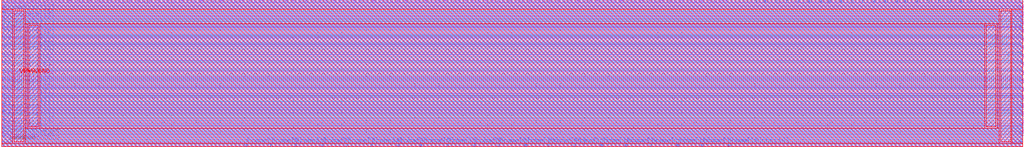
<source format=lef>
##
## LEF for PtnCells ;
## created by Innovus v15.20-p005_1 on Mon Jun 14 18:23:32 2021
##

VERSION 5.7 ;

BUSBITCHARS "[]" ;
DIVIDERCHAR "/" ;

MACRO S_term_single
  CLASS BLOCK ;
  SIZE 210.2200 BY 30.2600 ;
  FOREIGN S_term_single 0.0000 0.0000 ;
  ORIGIN 0 0 ;
  SYMMETRY X Y R90 ;
  PIN N1BEG[3]
    DIRECTION OUTPUT ;
    USE SIGNAL ;
    ANTENNAPARTIALMETALAREA 0.96985 LAYER li1  ;
    ANTENNAPARTIALMETALSIDEAREA 1.141 LAYER li1  ;
    ANTENNAPARTIALCUTAREA 0.0289 LAYER mcon  ;
    ANTENNAPARTIALMETALAREA 0.3648 LAYER met1  ;
    ANTENNAPARTIALMETALSIDEAREA 1.7465 LAYER met1  ;
    ANTENNAPARTIALCUTAREA 0.0225 LAYER via  ;
    ANTENNADIFFAREA 0.4455 LAYER met2  ;
    ANTENNAPARTIALMETALAREA 3.9672 LAYER met2  ;
    ANTENNAPARTIALMETALSIDEAREA 19.6 LAYER met2  ;
    PORT
      LAYER li1 ;
        RECT 13.9450 29.9300 14.1150 30.2600 ;
    END
  END N1BEG[3]
  PIN N1BEG[2]
    DIRECTION OUTPUT ;
    USE SIGNAL ;
    ANTENNAPARTIALMETALAREA 0.62305 LAYER li1  ;
    ANTENNAPARTIALMETALSIDEAREA 0.733 LAYER li1  ;
    ANTENNAPARTIALCUTAREA 0.0289 LAYER mcon  ;
    ANTENNAPARTIALMETALAREA 9.4708 LAYER met1  ;
    ANTENNAPARTIALMETALSIDEAREA 47.2395 LAYER met1  ;
    ANTENNAPARTIALCUTAREA 0.0225 LAYER via  ;
    ANTENNADIFFAREA 0.4455 LAYER met2  ;
    ANTENNAPARTIALMETALAREA 0.7404 LAYER met2  ;
    ANTENNAPARTIALMETALSIDEAREA 3.584 LAYER met2  ;
    PORT
      LAYER li1 ;
        RECT 12.5650 29.9300 12.7350 30.2600 ;
    END
  END N1BEG[2]
  PIN N1BEG[1]
    DIRECTION OUTPUT ;
    USE SIGNAL ;
    ANTENNAPARTIALMETALAREA 0.10285 LAYER li1  ;
    ANTENNAPARTIALMETALSIDEAREA 0.121 LAYER li1  ;
    ANTENNAPARTIALCUTAREA 0.0289 LAYER mcon  ;
    ANTENNAPARTIALMETALAREA 5.5476 LAYER met1  ;
    ANTENNAPARTIALMETALSIDEAREA 27.6605 LAYER met1  ;
    ANTENNAPARTIALCUTAREA 0.0225 LAYER via  ;
    ANTENNADIFFAREA 0.4455 LAYER met2  ;
    ANTENNAPARTIALMETALAREA 1.5832 LAYER met2  ;
    ANTENNAPARTIALMETALSIDEAREA 7.798 LAYER met2  ;
    PORT
      LAYER li1 ;
        RECT 11.1850 29.9300 11.3550 30.2600 ;
    END
  END N1BEG[1]
  PIN N1BEG[0]
    DIRECTION OUTPUT ;
    USE SIGNAL ;
    ANTENNAPARTIALMETALAREA 0.33405 LAYER li1  ;
    ANTENNAPARTIALMETALSIDEAREA 0.393 LAYER li1  ;
    ANTENNAPARTIALCUTAREA 0.0289 LAYER mcon  ;
    ANTENNAPARTIALMETALAREA 2.714 LAYER met1  ;
    ANTENNAPARTIALMETALSIDEAREA 13.4925 LAYER met1  ;
    ANTENNAPARTIALCUTAREA 0.0225 LAYER via  ;
    ANTENNADIFFAREA 0.4455 LAYER met2  ;
    ANTENNAPARTIALMETALAREA 1.4068 LAYER met2  ;
    ANTENNAPARTIALMETALSIDEAREA 6.916 LAYER met2  ;
    PORT
      LAYER li1 ;
        RECT 10.2650 29.9300 10.4350 30.2600 ;
    END
  END N1BEG[0]
  PIN N2BEG[7]
    DIRECTION OUTPUT ;
    USE SIGNAL ;
    ANTENNAPARTIALMETALAREA 1.08545 LAYER li1  ;
    ANTENNAPARTIALMETALSIDEAREA 1.277 LAYER li1  ;
    ANTENNAPARTIALCUTAREA 0.0289 LAYER mcon  ;
    ANTENNAPARTIALMETALAREA 0.0832 LAYER met1  ;
    ANTENNAPARTIALMETALSIDEAREA 0.406 LAYER met1  ;
    ANTENNAPARTIALCUTAREA 0.0225 LAYER via  ;
    ANTENNADIFFAREA 0.4455 LAYER met2  ;
    ANTENNAPARTIALMETALAREA 1.8616 LAYER met2  ;
    ANTENNAPARTIALMETALSIDEAREA 9.072 LAYER met2  ;
    PORT
      LAYER li1 ;
        RECT 24.9850 29.9300 25.1550 30.2600 ;
    END
  END N2BEG[7]
  PIN N2BEG[6]
    DIRECTION OUTPUT ;
    USE SIGNAL ;
    ANTENNAPARTIALMETALAREA 1.08545 LAYER li1  ;
    ANTENNAPARTIALMETALSIDEAREA 1.277 LAYER li1  ;
    ANTENNAPARTIALCUTAREA 0.0289 LAYER mcon  ;
    ANTENNAPARTIALMETALAREA 0.1716 LAYER met1  ;
    ANTENNAPARTIALMETALSIDEAREA 0.7805 LAYER met1  ;
    ANTENNAPARTIALCUTAREA 0.0225 LAYER via  ;
    ANTENNADIFFAREA 0.4455 LAYER met2  ;
    ANTENNAPARTIALMETALAREA 3.3708 LAYER met2  ;
    ANTENNAPARTIALMETALSIDEAREA 16.618 LAYER met2  ;
    PORT
      LAYER li1 ;
        RECT 23.6050 29.9300 23.7750 30.2600 ;
    END
  END N2BEG[6]
  PIN N2BEG[5]
    DIRECTION OUTPUT ;
    USE SIGNAL ;
    ANTENNAPARTIALMETALAREA 0.44965 LAYER li1  ;
    ANTENNAPARTIALMETALSIDEAREA 0.529 LAYER li1  ;
    ANTENNAPARTIALCUTAREA 0.0289 LAYER mcon  ;
    ANTENNAPARTIALMETALAREA 1.1376 LAYER met1  ;
    ANTENNAPARTIALMETALSIDEAREA 5.6105 LAYER met1  ;
    ANTENNAPARTIALCUTAREA 0.0225 LAYER via  ;
    ANTENNADIFFAREA 0.4455 LAYER met2  ;
    ANTENNAPARTIALMETALAREA 2.8736 LAYER met2  ;
    ANTENNAPARTIALMETALSIDEAREA 14.014 LAYER met2  ;
    PORT
      LAYER li1 ;
        RECT 22.2250 29.9300 22.3950 30.2600 ;
    END
  END N2BEG[5]
  PIN N2BEG[4]
    DIRECTION OUTPUT ;
    USE SIGNAL ;
    ANTENNAPARTIALMETALAREA 1.08545 LAYER li1  ;
    ANTENNAPARTIALMETALSIDEAREA 1.277 LAYER li1  ;
    ANTENNAPARTIALCUTAREA 0.0289 LAYER mcon  ;
    ANTENNAPARTIALMETALAREA 0.0832 LAYER met1  ;
    ANTENNAPARTIALMETALSIDEAREA 0.406 LAYER met1  ;
    ANTENNAPARTIALCUTAREA 0.0225 LAYER via  ;
    ANTENNAPARTIALMETALAREA 0.4591 LAYER met2  ;
    ANTENNAPARTIALMETALSIDEAREA 2.1245 LAYER met2  ;
    ANTENNAPARTIALCUTAREA 0.04 LAYER via2  ;
    ANTENNAPARTIALMETALAREA 31.8868 LAYER met3  ;
    ANTENNAPARTIALMETALSIDEAREA 171 LAYER met3  ;
    ANTENNAPARTIALCUTAREA 0.04 LAYER via3  ;
    ANTENNADIFFAREA 0.4455 LAYER met4  ;
    ANTENNAPARTIALMETALAREA 0.9468 LAYER met4  ;
    ANTENNAPARTIALMETALSIDEAREA 5.52 LAYER met4  ;
    PORT
      LAYER li1 ;
        RECT 20.8450 29.9300 21.0150 30.2600 ;
    END
  END N2BEG[4]
  PIN N2BEG[3]
    DIRECTION OUTPUT ;
    USE SIGNAL ;
    ANTENNAPARTIALMETALAREA 0.96985 LAYER li1  ;
    ANTENNAPARTIALMETALSIDEAREA 1.141 LAYER li1  ;
    ANTENNAPARTIALCUTAREA 0.0289 LAYER mcon  ;
    ANTENNAPARTIALMETALAREA 1.6528 LAYER met1  ;
    ANTENNAPARTIALMETALSIDEAREA 8.1865 LAYER met1  ;
    ANTENNAPARTIALCUTAREA 0.0225 LAYER via  ;
    ANTENNADIFFAREA 0.4455 LAYER met2  ;
    ANTENNAPARTIALMETALAREA 1.264 LAYER met2  ;
    ANTENNAPARTIALMETALSIDEAREA 6.202 LAYER met2  ;
    PORT
      LAYER li1 ;
        RECT 19.4650 29.9300 19.6350 30.2600 ;
    END
  END N2BEG[3]
  PIN N2BEG[2]
    DIRECTION OUTPUT ;
    USE SIGNAL ;
    ANTENNAPARTIALCUTAREA 0.0289 LAYER mcon  ;
    ANTENNAPARTIALMETALAREA 8.286 LAYER met1  ;
    ANTENNAPARTIALMETALSIDEAREA 41.3525 LAYER met1  ;
    ANTENNAPARTIALCUTAREA 0.0225 LAYER via  ;
    ANTENNADIFFAREA 0.4455 LAYER met2  ;
    ANTENNAPARTIALMETALAREA 3.7236 LAYER met2  ;
    ANTENNAPARTIALMETALSIDEAREA 18.382 LAYER met2  ;
    PORT
      LAYER li1 ;
        RECT 18.0850 29.9300 18.2550 30.2600 ;
    END
  END N2BEG[2]
  PIN N2BEG[1]
    DIRECTION OUTPUT ;
    USE SIGNAL ;
    ANTENNAPARTIALMETALAREA 0.96985 LAYER li1  ;
    ANTENNAPARTIALMETALSIDEAREA 1.141 LAYER li1  ;
    ANTENNAPARTIALCUTAREA 0.0289 LAYER mcon  ;
    ANTENNAPARTIALMETALAREA 0.1716 LAYER met1  ;
    ANTENNAPARTIALMETALSIDEAREA 0.7805 LAYER met1  ;
    ANTENNAPARTIALCUTAREA 0.0225 LAYER via  ;
    ANTENNAPARTIALMETALAREA 2.1769 LAYER met2  ;
    ANTENNAPARTIALMETALSIDEAREA 10.7135 LAYER met2  ;
    ANTENNAPARTIALCUTAREA 0.04 LAYER via2  ;
    ANTENNAPARTIALMETALAREA 24.136 LAYER met3  ;
    ANTENNAPARTIALMETALSIDEAREA 129.192 LAYER met3  ;
    ANTENNAPARTIALCUTAREA 0.04 LAYER via3  ;
    ANTENNADIFFAREA 0.4455 LAYER met4  ;
    ANTENNAPARTIALMETALAREA 1.4478 LAYER met4  ;
    ANTENNAPARTIALMETALSIDEAREA 8.192 LAYER met4  ;
    PORT
      LAYER li1 ;
        RECT 16.7050 29.9300 16.8750 30.2600 ;
    END
  END N2BEG[1]
  PIN N2BEG[0]
    DIRECTION OUTPUT ;
    USE SIGNAL ;
    ANTENNAPARTIALMETALAREA 0.73865 LAYER li1  ;
    ANTENNAPARTIALMETALSIDEAREA 0.869 LAYER li1  ;
    ANTENNAPARTIALCUTAREA 0.0289 LAYER mcon  ;
    ANTENNAPARTIALMETALAREA 0.6224 LAYER met1  ;
    ANTENNAPARTIALMETALSIDEAREA 3.0345 LAYER met1  ;
    ANTENNAPARTIALCUTAREA 0.0225 LAYER via  ;
    ANTENNADIFFAREA 0.4455 LAYER met2  ;
    ANTENNAPARTIALMETALAREA 5.7508 LAYER met2  ;
    ANTENNAPARTIALMETALSIDEAREA 28.518 LAYER met2  ;
    PORT
      LAYER li1 ;
        RECT 15.3250 29.9300 15.4950 30.2600 ;
    END
  END N2BEG[0]
  PIN N2BEGb[7]
    DIRECTION OUTPUT ;
    USE SIGNAL ;
    ANTENNAPARTIALMETALAREA 0.62305 LAYER li1  ;
    ANTENNAPARTIALMETALSIDEAREA 0.733 LAYER li1  ;
    ANTENNAPARTIALCUTAREA 0.0289 LAYER mcon  ;
    ANTENNAPARTIALMETALAREA 3.1172 LAYER met1  ;
    ANTENNAPARTIALMETALSIDEAREA 15.5085 LAYER met1  ;
    ANTENNAPARTIALCUTAREA 0.0225 LAYER via  ;
    ANTENNADIFFAREA 0.4455 LAYER met2  ;
    ANTENNAPARTIALMETALAREA 3.3708 LAYER met2  ;
    ANTENNAPARTIALMETALSIDEAREA 16.618 LAYER met2  ;
    PORT
      LAYER li1 ;
        RECT 35.5650 29.9300 35.7350 30.2600 ;
    END
  END N2BEGb[7]
  PIN N2BEGb[6]
    DIRECTION OUTPUT ;
    USE SIGNAL ;
    ANTENNAPARTIALMETALAREA 0.44965 LAYER li1  ;
    ANTENNAPARTIALMETALSIDEAREA 0.529 LAYER li1  ;
    ANTENNAPARTIALCUTAREA 0.0289 LAYER mcon  ;
    ANTENNAPARTIALMETALAREA 2.3612 LAYER met1  ;
    ANTENNAPARTIALMETALSIDEAREA 11.7285 LAYER met1  ;
    ANTENNAPARTIALCUTAREA 0.0225 LAYER via  ;
    ANTENNADIFFAREA 0.4455 LAYER met2  ;
    ANTENNAPARTIALMETALAREA 3.0112 LAYER met2  ;
    ANTENNAPARTIALMETALSIDEAREA 14.938 LAYER met2  ;
    PORT
      LAYER li1 ;
        RECT 34.1850 29.9300 34.3550 30.2600 ;
    END
  END N2BEGb[6]
  PIN N2BEGb[5]
    DIRECTION OUTPUT ;
    USE SIGNAL ;
    ANTENNAPARTIALMETALAREA 0.62305 LAYER li1  ;
    ANTENNAPARTIALMETALSIDEAREA 0.733 LAYER li1  ;
    ANTENNAPARTIALCUTAREA 0.0289 LAYER mcon  ;
    ANTENNAPARTIALMETALAREA 0.0832 LAYER met1  ;
    ANTENNAPARTIALMETALSIDEAREA 0.406 LAYER met1  ;
    ANTENNAPARTIALCUTAREA 0.0225 LAYER via  ;
    ANTENNADIFFAREA 0.4455 LAYER met2  ;
    ANTENNAPARTIALMETALAREA 2.6444 LAYER met2  ;
    ANTENNAPARTIALMETALSIDEAREA 13.104 LAYER met2  ;
    PORT
      LAYER li1 ;
        RECT 33.2650 29.9300 33.4350 30.2600 ;
    END
  END N2BEGb[5]
  PIN N2BEGb[4]
    DIRECTION OUTPUT ;
    USE SIGNAL ;
    ANTENNAPARTIALMETALAREA 0.73865 LAYER li1  ;
    ANTENNAPARTIALMETALSIDEAREA 0.869 LAYER li1  ;
    ANTENNAPARTIALCUTAREA 0.0289 LAYER mcon  ;
    ANTENNAPARTIALMETALAREA 2.8764 LAYER met1  ;
    ANTENNAPARTIALMETALSIDEAREA 14.3045 LAYER met1  ;
    ANTENNAPARTIALCUTAREA 0.0225 LAYER via  ;
    ANTENNADIFFAREA 0.4455 LAYER met2  ;
    ANTENNAPARTIALMETALAREA 2.4496 LAYER met2  ;
    ANTENNAPARTIALMETALSIDEAREA 12.012 LAYER met2  ;
    PORT
      LAYER li1 ;
        RECT 31.8850 29.9300 32.0550 30.2600 ;
    END
  END N2BEGb[4]
  PIN N2BEGb[3]
    DIRECTION OUTPUT ;
    USE SIGNAL ;
    ANTENNAPARTIALMETALAREA 0.27625 LAYER li1  ;
    ANTENNAPARTIALMETALSIDEAREA 0.325 LAYER li1  ;
    ANTENNAPARTIALCUTAREA 0.0289 LAYER mcon  ;
    ANTENNAPARTIALMETALAREA 0.8156 LAYER met1  ;
    ANTENNAPARTIALMETALSIDEAREA 4.0005 LAYER met1  ;
    ANTENNAPARTIALCUTAREA 0.0225 LAYER via  ;
    ANTENNAPARTIALMETALAREA 2.1083 LAYER met2  ;
    ANTENNAPARTIALMETALSIDEAREA 10.3705 LAYER met2  ;
    ANTENNAPARTIALCUTAREA 0.04 LAYER via2  ;
    ANTENNADIFFAREA 0.4455 LAYER met3  ;
    ANTENNAPARTIALMETALAREA 19.0698 LAYER met3  ;
    ANTENNAPARTIALMETALSIDEAREA 102.176 LAYER met3  ;
    PORT
      LAYER li1 ;
        RECT 30.5050 29.9300 30.6750 30.2600 ;
    END
  END N2BEGb[3]
  PIN N2BEGb[2]
    DIRECTION OUTPUT ;
    USE SIGNAL ;
    ANTENNAPARTIALMETALAREA 0.50745 LAYER li1  ;
    ANTENNAPARTIALMETALSIDEAREA 0.597 LAYER li1  ;
    ANTENNAPARTIALCUTAREA 0.0289 LAYER mcon  ;
    ANTENNAPARTIALMETALAREA 0.88 LAYER met1  ;
    ANTENNAPARTIALMETALSIDEAREA 4.3225 LAYER met1  ;
    ANTENNAPARTIALCUTAREA 0.0225 LAYER via  ;
    ANTENNAPARTIALMETALAREA 2.3015 LAYER met2  ;
    ANTENNAPARTIALMETALSIDEAREA 11.3365 LAYER met2  ;
    ANTENNAPARTIALCUTAREA 0.04 LAYER via2  ;
    ANTENNAPARTIALMETALAREA 22.984 LAYER met3  ;
    ANTENNAPARTIALMETALSIDEAREA 123.048 LAYER met3  ;
    ANTENNAPARTIALCUTAREA 0.04 LAYER via3  ;
    ANTENNADIFFAREA 0.4455 LAYER met4  ;
    ANTENNAPARTIALMETALAREA 2.2824 LAYER met4  ;
    ANTENNAPARTIALMETALSIDEAREA 13.584 LAYER met4  ;
    PORT
      LAYER li1 ;
        RECT 29.1250 29.9300 29.2950 30.2600 ;
    END
  END N2BEGb[2]
  PIN N2BEGb[1]
    DIRECTION OUTPUT ;
    USE SIGNAL ;
    ANTENNAPARTIALMETALAREA 0.73865 LAYER li1  ;
    ANTENNAPARTIALMETALSIDEAREA 0.869 LAYER li1  ;
    ANTENNAPARTIALCUTAREA 0.0289 LAYER mcon  ;
    ANTENNAPARTIALMETALAREA 0.6224 LAYER met1  ;
    ANTENNAPARTIALMETALSIDEAREA 3.0345 LAYER met1  ;
    ANTENNAPARTIALCUTAREA 0.0225 LAYER via  ;
    ANTENNADIFFAREA 0.4455 LAYER met2  ;
    ANTENNAPARTIALMETALAREA 2.426 LAYER met2  ;
    ANTENNAPARTIALMETALSIDEAREA 12.012 LAYER met2  ;
    PORT
      LAYER li1 ;
        RECT 27.7450 29.9300 27.9150 30.2600 ;
    END
  END N2BEGb[1]
  PIN N2BEGb[0]
    DIRECTION OUTPUT ;
    USE SIGNAL ;
    ANTENNAPARTIALMETALAREA 0.73865 LAYER li1  ;
    ANTENNAPARTIALMETALSIDEAREA 0.869 LAYER li1  ;
    ANTENNAPARTIALCUTAREA 0.0289 LAYER mcon  ;
    ANTENNAPARTIALMETALAREA 0.0832 LAYER met1  ;
    ANTENNAPARTIALMETALSIDEAREA 0.406 LAYER met1  ;
    ANTENNAPARTIALCUTAREA 0.0225 LAYER via  ;
    ANTENNAPARTIALMETALAREA 2.0257 LAYER met2  ;
    ANTENNAPARTIALMETALSIDEAREA 9.9575 LAYER met2  ;
    ANTENNAPARTIALCUTAREA 0.04 LAYER via2  ;
    ANTENNAPARTIALMETALAREA 16.153 LAYER met3  ;
    ANTENNAPARTIALMETALSIDEAREA 86.616 LAYER met3  ;
    ANTENNAPARTIALCUTAREA 0.04 LAYER via3  ;
    ANTENNADIFFAREA 0.4455 LAYER met4  ;
    ANTENNAPARTIALMETALAREA 1.2168 LAYER met4  ;
    ANTENNAPARTIALMETALSIDEAREA 6.96 LAYER met4  ;
    PORT
      LAYER li1 ;
        RECT 26.3650 29.9300 26.5350 30.2600 ;
    END
  END N2BEGb[0]
  PIN N4BEG[15]
    DIRECTION OUTPUT ;
    USE SIGNAL ;
    ANTENNAPARTIALMETALAREA 0.16065 LAYER li1  ;
    ANTENNAPARTIALMETALSIDEAREA 0.189 LAYER li1  ;
    ANTENNAPARTIALCUTAREA 0.0289 LAYER mcon  ;
    ANTENNAPARTIALMETALAREA 3.7444 LAYER met1  ;
    ANTENNAPARTIALMETALSIDEAREA 18.6445 LAYER met1  ;
    ANTENNAPARTIALCUTAREA 0.0225 LAYER via  ;
    ANTENNADIFFAREA 0.4455 LAYER met2  ;
    ANTENNAPARTIALMETALAREA 1.3592 LAYER met2  ;
    ANTENNAPARTIALMETALSIDEAREA 6.678 LAYER met2  ;
    PORT
      LAYER li1 ;
        RECT 57.1850 29.9300 57.3550 30.2600 ;
    END
  END N4BEG[15]
  PIN N4BEG[14]
    DIRECTION OUTPUT ;
    USE SIGNAL ;
    ANTENNAPARTIALMETALAREA 1.49005 LAYER li1  ;
    ANTENNAPARTIALMETALSIDEAREA 1.753 LAYER li1  ;
    ANTENNAPARTIALCUTAREA 0.0289 LAYER mcon  ;
    ANTENNAPARTIALMETALAREA 0.3004 LAYER met1  ;
    ANTENNAPARTIALMETALSIDEAREA 1.4245 LAYER met1  ;
    ANTENNAPARTIALCUTAREA 0.0225 LAYER via  ;
    ANTENNAPARTIALMETALAREA 1.1941 LAYER met2  ;
    ANTENNAPARTIALMETALSIDEAREA 5.7995 LAYER met2  ;
    ANTENNAPARTIALCUTAREA 0.04 LAYER via2  ;
    ANTENNAPARTIALMETALAREA 16.66 LAYER met3  ;
    ANTENNAPARTIALMETALSIDEAREA 89.32 LAYER met3  ;
    ANTENNAPARTIALCUTAREA 0.04 LAYER via3  ;
    ANTENNADIFFAREA 0.4455 LAYER met4  ;
    ANTENNAPARTIALMETALAREA 3.1908 LAYER met4  ;
    ANTENNAPARTIALMETALSIDEAREA 17.488 LAYER met4  ;
    PORT
      LAYER li1 ;
        RECT 56.2650 29.9300 56.4350 30.2600 ;
    END
  END N4BEG[14]
  PIN N4BEG[13]
    DIRECTION OUTPUT ;
    USE SIGNAL ;
    ANTENNAPARTIALMETALAREA 1.14325 LAYER li1  ;
    ANTENNAPARTIALMETALSIDEAREA 1.345 LAYER li1  ;
    ANTENNAPARTIALCUTAREA 0.0289 LAYER mcon  ;
    ANTENNAPARTIALMETALAREA 6.676 LAYER met1  ;
    ANTENNAPARTIALMETALSIDEAREA 33.3025 LAYER met1  ;
    ANTENNAPARTIALCUTAREA 0.0225 LAYER via  ;
    ANTENNADIFFAREA 0.4455 LAYER met2  ;
    ANTENNAPARTIALMETALAREA 0.6186 LAYER met2  ;
    ANTENNAPARTIALMETALSIDEAREA 2.975 LAYER met2  ;
    PORT
      LAYER li1 ;
        RECT 54.8850 29.9300 55.0550 30.2600 ;
    END
  END N4BEG[13]
  PIN N4BEG[12]
    DIRECTION OUTPUT ;
    USE SIGNAL ;
    ANTENNAPARTIALMETALAREA 0.44965 LAYER li1  ;
    ANTENNAPARTIALMETALSIDEAREA 0.529 LAYER li1  ;
    ANTENNAPARTIALCUTAREA 0.0289 LAYER mcon  ;
    ANTENNAPARTIALMETALAREA 2.5376 LAYER met1  ;
    ANTENNAPARTIALMETALSIDEAREA 12.6105 LAYER met1  ;
    ANTENNAPARTIALCUTAREA 0.0225 LAYER via  ;
    ANTENNADIFFAREA 0.4455 LAYER met2  ;
    ANTENNAPARTIALMETALAREA 3.1568 LAYER met2  ;
    ANTENNAPARTIALMETALSIDEAREA 15.666 LAYER met2  ;
    PORT
      LAYER li1 ;
        RECT 53.5050 29.9300 53.6750 30.2600 ;
    END
  END N4BEG[12]
  PIN N4BEG[11]
    DIRECTION OUTPUT ;
    USE SIGNAL ;
    ANTENNAPARTIALMETALAREA 0.73865 LAYER li1  ;
    ANTENNAPARTIALMETALSIDEAREA 0.869 LAYER li1  ;
    ANTENNAPARTIALCUTAREA 0.0289 LAYER mcon  ;
    ANTENNAPARTIALMETALAREA 12.5672 LAYER met1  ;
    ANTENNAPARTIALMETALSIDEAREA 62.7585 LAYER met1  ;
    ANTENNAPARTIALCUTAREA 0.0225 LAYER via  ;
    ANTENNADIFFAREA 0.4455 LAYER met2  ;
    ANTENNAPARTIALMETALAREA 1.978 LAYER met2  ;
    ANTENNAPARTIALMETALSIDEAREA 9.772 LAYER met2  ;
    PORT
      LAYER li1 ;
        RECT 52.1250 29.9300 52.2950 30.2600 ;
    END
  END N4BEG[11]
  PIN N4BEG[10]
    DIRECTION OUTPUT ;
    USE SIGNAL ;
    ANTENNAPARTIALMETALAREA 0.44965 LAYER li1  ;
    ANTENNAPARTIALMETALSIDEAREA 0.529 LAYER li1  ;
    ANTENNAPARTIALCUTAREA 0.0289 LAYER mcon  ;
    ANTENNAPARTIALMETALAREA 0.3648 LAYER met1  ;
    ANTENNAPARTIALMETALSIDEAREA 1.7465 LAYER met1  ;
    ANTENNAPARTIALCUTAREA 0.0225 LAYER via  ;
    ANTENNADIFFAREA 0.4455 LAYER met2  ;
    ANTENNAPARTIALMETALAREA 3.7304 LAYER met2  ;
    ANTENNAPARTIALMETALSIDEAREA 18.298 LAYER met2  ;
    PORT
      LAYER li1 ;
        RECT 50.7450 29.9300 50.9150 30.2600 ;
    END
  END N4BEG[10]
  PIN N4BEG[9]
    DIRECTION OUTPUT ;
    USE SIGNAL ;
    ANTENNAPARTIALMETALAREA 1.45265 LAYER li1  ;
    ANTENNAPARTIALMETALSIDEAREA 1.709 LAYER li1  ;
    ANTENNAPARTIALCUTAREA 0.0289 LAYER mcon  ;
    ANTENNAPARTIALMETALAREA 6.144 LAYER met1  ;
    ANTENNAPARTIALMETALSIDEAREA 30.6425 LAYER met1  ;
    ANTENNAPARTIALCUTAREA 0.0225 LAYER via  ;
    ANTENNADIFFAREA 0.4455 LAYER met2  ;
    ANTENNAPARTIALMETALAREA 0.4072 LAYER met2  ;
    ANTENNAPARTIALMETALSIDEAREA 1.918 LAYER met2  ;
    PORT
      LAYER li1 ;
        RECT 49.3650 29.9300 49.5350 30.2600 ;
    END
  END N4BEG[9]
  PIN N4BEG[8]
    DIRECTION OUTPUT ;
    USE SIGNAL ;
    ANTENNAPARTIALMETALAREA 1.49005 LAYER li1  ;
    ANTENNAPARTIALMETALSIDEAREA 1.753 LAYER li1  ;
    ANTENNAPARTIALCUTAREA 0.0289 LAYER mcon  ;
    ANTENNAPARTIALMETALAREA 0.0832 LAYER met1  ;
    ANTENNAPARTIALMETALSIDEAREA 0.406 LAYER met1  ;
    ANTENNAPARTIALCUTAREA 0.0225 LAYER via  ;
    ANTENNADIFFAREA 0.4455 LAYER met2  ;
    ANTENNAPARTIALMETALAREA 2.4328 LAYER met2  ;
    ANTENNAPARTIALMETALSIDEAREA 11.928 LAYER met2  ;
    PORT
      LAYER li1 ;
        RECT 47.9850 29.9300 48.1550 30.2600 ;
    END
  END N4BEG[8]
  PIN N4BEG[7]
    DIRECTION OUTPUT ;
    USE SIGNAL ;
    ANTENNAPARTIALMETALAREA 0.56525 LAYER li1  ;
    ANTENNAPARTIALMETALSIDEAREA 0.665 LAYER li1  ;
    ANTENNAPARTIALCUTAREA 0.0289 LAYER mcon  ;
    ANTENNAPARTIALMETALAREA 10.54 LAYER met1  ;
    ANTENNAPARTIALMETALSIDEAREA 52.6225 LAYER met1  ;
    ANTENNAPARTIALCUTAREA 0.0225 LAYER via  ;
    ANTENNAPARTIALMETALAREA 0.9729 LAYER met2  ;
    ANTENNAPARTIALMETALSIDEAREA 4.6935 LAYER met2  ;
    ANTENNAPARTIALCUTAREA 0.04 LAYER via2  ;
    ANTENNAPARTIALMETALAREA 0.607 LAYER met3  ;
    ANTENNAPARTIALMETALSIDEAREA 3.704 LAYER met3  ;
    ANTENNAPARTIALCUTAREA 0.04 LAYER via3  ;
    ANTENNADIFFAREA 0.4455 LAYER met4  ;
    ANTENNAPARTIALMETALAREA 0.4848 LAYER met4  ;
    ANTENNAPARTIALMETALSIDEAREA 3.056 LAYER met4  ;
    PORT
      LAYER li1 ;
        RECT 46.6050 29.9300 46.7750 30.2600 ;
    END
  END N4BEG[7]
  PIN N4BEG[6]
    DIRECTION OUTPUT ;
    USE SIGNAL ;
    ANTENNAPARTIALMETALAREA 1.04805 LAYER li1  ;
    ANTENNAPARTIALMETALSIDEAREA 1.233 LAYER li1  ;
    ANTENNAPARTIALCUTAREA 0.0289 LAYER mcon  ;
    ANTENNAPARTIALMETALAREA 12.7296 LAYER met1  ;
    ANTENNAPARTIALMETALSIDEAREA 63.5705 LAYER met1  ;
    ANTENNAPARTIALCUTAREA 0.0225 LAYER via  ;
    ANTENNADIFFAREA 0.4455 LAYER met2  ;
    ANTENNAPARTIALMETALAREA 0.8832 LAYER met2  ;
    ANTENNAPARTIALMETALSIDEAREA 4.298 LAYER met2  ;
    PORT
      LAYER li1 ;
        RECT 45.2250 29.9300 45.3950 30.2600 ;
    END
  END N4BEG[6]
  PIN N4BEG[5]
    DIRECTION OUTPUT ;
    USE SIGNAL ;
    ANTENNAPARTIALMETALAREA 0.29665 LAYER li1  ;
    ANTENNAPARTIALMETALSIDEAREA 0.349 LAYER li1  ;
    ANTENNAPARTIALCUTAREA 0.0289 LAYER mcon  ;
    ANTENNAPARTIALMETALAREA 4.0496 LAYER met1  ;
    ANTENNAPARTIALMETALSIDEAREA 20.1705 LAYER met1  ;
    ANTENNAPARTIALCUTAREA 0.0225 LAYER via  ;
    ANTENNADIFFAREA 0.4455 LAYER met2  ;
    ANTENNAPARTIALMETALAREA 3.1116 LAYER met2  ;
    ANTENNAPARTIALMETALSIDEAREA 15.204 LAYER met2  ;
    PORT
      LAYER li1 ;
        RECT 43.8450 29.9300 44.0150 30.2600 ;
    END
  END N4BEG[5]
  PIN N4BEG[4]
    DIRECTION OUTPUT ;
    USE SIGNAL ;
    ANTENNAPARTIALMETALAREA 1.02765 LAYER li1  ;
    ANTENNAPARTIALMETALSIDEAREA 1.209 LAYER li1  ;
    ANTENNAPARTIALCUTAREA 0.0289 LAYER mcon  ;
    ANTENNAPARTIALMETALAREA 3.456 LAYER met1  ;
    ANTENNAPARTIALMETALSIDEAREA 17.2025 LAYER met1  ;
    ANTENNAPARTIALCUTAREA 0.0225 LAYER via  ;
    ANTENNAPARTIALMETALAREA 0.4213 LAYER met2  ;
    ANTENNAPARTIALMETALSIDEAREA 1.9355 LAYER met2  ;
    ANTENNAPARTIALCUTAREA 0.04 LAYER via2  ;
    ANTENNADIFFAREA 0.4455 LAYER met3  ;
    ANTENNAPARTIALMETALAREA 13.2096 LAYER met3  ;
    ANTENNAPARTIALMETALSIDEAREA 71.392 LAYER met3  ;
    PORT
      LAYER li1 ;
        RECT 42.4650 29.9300 42.6350 30.2600 ;
    END
  END N4BEG[4]
  PIN N4BEG[3]
    DIRECTION OUTPUT ;
    USE SIGNAL ;
    ANTENNAPARTIALMETALAREA 1.37445 LAYER li1  ;
    ANTENNAPARTIALMETALSIDEAREA 1.617 LAYER li1  ;
    ANTENNAPARTIALCUTAREA 0.0289 LAYER mcon  ;
    ANTENNAPARTIALMETALAREA 0.3004 LAYER met1  ;
    ANTENNAPARTIALMETALSIDEAREA 1.4245 LAYER met1  ;
    ANTENNAPARTIALCUTAREA 0.0225 LAYER via  ;
    ANTENNAPARTIALMETALAREA 0.2211 LAYER met2  ;
    ANTENNAPARTIALMETALSIDEAREA 0.9345 LAYER met2  ;
    ANTENNAPARTIALCUTAREA 0.04 LAYER via2  ;
    ANTENNAPARTIALMETALAREA 8.815 LAYER met3  ;
    ANTENNAPARTIALMETALSIDEAREA 47.48 LAYER met3  ;
    ANTENNAPARTIALCUTAREA 0.04 LAYER via3  ;
    ANTENNADIFFAREA 0.4455 LAYER met4  ;
    ANTENNAPARTIALMETALAREA 8.6346 LAYER met4  ;
    ANTENNAPARTIALMETALSIDEAREA 46.992 LAYER met4  ;
    PORT
      LAYER li1 ;
        RECT 41.0850 29.9300 41.2550 30.2600 ;
    END
  END N4BEG[3]
  PIN N4BEG[2]
    DIRECTION OUTPUT ;
    USE SIGNAL ;
    ANTENNAPARTIALMETALAREA 0.27625 LAYER li1  ;
    ANTENNAPARTIALMETALSIDEAREA 0.325 LAYER li1  ;
    ANTENNAPARTIALCUTAREA 0.0289 LAYER mcon  ;
    ANTENNAPARTIALMETALAREA 4.8728 LAYER met1  ;
    ANTENNAPARTIALMETALSIDEAREA 24.2865 LAYER met1  ;
    ANTENNAPARTIALCUTAREA 0.0225 LAYER via  ;
    ANTENNADIFFAREA 0.4455 LAYER met2  ;
    ANTENNAPARTIALMETALAREA 2.4708 LAYER met2  ;
    ANTENNAPARTIALMETALSIDEAREA 12.236 LAYER met2  ;
    PORT
      LAYER li1 ;
        RECT 39.7050 29.9300 39.8750 30.2600 ;
    END
  END N4BEG[2]
  PIN N4BEG[1]
    DIRECTION OUTPUT ;
    USE SIGNAL ;
    ANTENNAPARTIALMETALAREA 0.33405 LAYER li1  ;
    ANTENNAPARTIALMETALSIDEAREA 0.393 LAYER li1  ;
    ANTENNAPARTIALCUTAREA 0.0289 LAYER mcon  ;
    ANTENNAPARTIALMETALAREA 13.872 LAYER met1  ;
    ANTENNAPARTIALMETALSIDEAREA 69.2825 LAYER met1  ;
    ANTENNAPARTIALCUTAREA 0.0225 LAYER via  ;
    ANTENNADIFFAREA 0.4455 LAYER met2  ;
    ANTENNAPARTIALMETALAREA 2.5394 LAYER met2  ;
    ANTENNAPARTIALMETALSIDEAREA 12.579 LAYER met2  ;
    PORT
      LAYER li1 ;
        RECT 38.3250 29.9300 38.4950 30.2600 ;
    END
  END N4BEG[1]
  PIN N4BEG[0]
    DIRECTION OUTPUT ;
    USE SIGNAL ;
    ANTENNAPARTIALMETALAREA 0.21845 LAYER li1  ;
    ANTENNAPARTIALMETALSIDEAREA 0.257 LAYER li1  ;
    ANTENNAPARTIALCUTAREA 0.0289 LAYER mcon  ;
    ANTENNAPARTIALMETALAREA 1.1208 LAYER met1  ;
    ANTENNAPARTIALMETALSIDEAREA 5.5265 LAYER met1  ;
    ANTENNAPARTIALCUTAREA 0.0225 LAYER via  ;
    ANTENNAPARTIALMETALAREA 1.1731 LAYER met2  ;
    ANTENNAPARTIALMETALSIDEAREA 5.6945 LAYER met2  ;
    ANTENNAPARTIALCUTAREA 0.04 LAYER via2  ;
    ANTENNAPARTIALMETALAREA 10.495 LAYER met3  ;
    ANTENNAPARTIALMETALSIDEAREA 56.44 LAYER met3  ;
    ANTENNAPARTIALCUTAREA 0.04 LAYER via3  ;
    ANTENNADIFFAREA 0.4455 LAYER met4  ;
    ANTENNAPARTIALMETALAREA 4.3596 LAYER met4  ;
    ANTENNAPARTIALMETALSIDEAREA 24.192 LAYER met4  ;
    PORT
      LAYER li1 ;
        RECT 36.9450 29.9300 37.1150 30.2600 ;
    END
  END N4BEG[0]
  PIN NN4BEG[15]
    DIRECTION OUTPUT ;
    USE SIGNAL ;
    ANTENNAPARTIALMETALAREA 0.66385 LAYER li1  ;
    ANTENNAPARTIALMETALSIDEAREA 0.781 LAYER li1  ;
    ANTENNAPARTIALCUTAREA 0.0289 LAYER mcon  ;
    ANTENNAPARTIALMETALAREA 1.6528 LAYER met1  ;
    ANTENNAPARTIALMETALSIDEAREA 8.1865 LAYER met1  ;
    ANTENNAPARTIALCUTAREA 0.0225 LAYER via  ;
    ANTENNAPARTIALMETALAREA 2.1275 LAYER met2  ;
    ANTENNAPARTIALMETALSIDEAREA 10.2305 LAYER met2  ;
    ANTENNAPARTIALCUTAREA 0.04 LAYER via2  ;
    ANTENNADIFFAREA 0.4455 LAYER met3  ;
    ANTENNAPARTIALMETALAREA 3.2928 LAYER met3  ;
    ANTENNAPARTIALMETALSIDEAREA 18.032 LAYER met3  ;
    PORT
      LAYER li1 ;
        RECT 79.2650 29.9300 79.4350 30.2600 ;
    END
  END NN4BEG[15]
  PIN NN4BEG[14]
    DIRECTION OUTPUT ;
    USE SIGNAL ;
    ANTENNAPARTIALMETALAREA 1.0812 LAYER li1  ;
    ANTENNAPARTIALMETALSIDEAREA 1.272 LAYER li1  ;
    ANTENNAPARTIALCUTAREA 0.0289 LAYER mcon  ;
    ANTENNAPARTIALMETALAREA 1.6168 LAYER met1  ;
    ANTENNAPARTIALMETALSIDEAREA 7.9695 LAYER met1  ;
    ANTENNAPARTIALCUTAREA 0.0225 LAYER via  ;
    ANTENNAPARTIALMETALAREA 1.1808 LAYER met2  ;
    ANTENNAPARTIALMETALSIDEAREA 5.733 LAYER met2  ;
    ANTENNAPARTIALCUTAREA 0.04 LAYER via2  ;
    ANTENNAPARTIALMETALAREA 0.934 LAYER met3  ;
    ANTENNAPARTIALMETALSIDEAREA 5.448 LAYER met3  ;
    ANTENNAPARTIALCUTAREA 0.04 LAYER via3  ;
    ANTENNADIFFAREA 0.4455 LAYER met4  ;
    ANTENNAPARTIALMETALAREA 3.4074 LAYER met4  ;
    ANTENNAPARTIALMETALSIDEAREA 19.584 LAYER met4  ;
    PORT
      LAYER li1 ;
        RECT 77.8850 29.9300 78.0550 30.2600 ;
    END
  END NN4BEG[14]
  PIN NN4BEG[13]
    DIRECTION OUTPUT ;
    USE SIGNAL ;
    ANTENNAPARTIALMETALAREA 1.14665 LAYER li1  ;
    ANTENNAPARTIALMETALSIDEAREA 1.349 LAYER li1  ;
    ANTENNAPARTIALCUTAREA 0.0289 LAYER mcon  ;
    ANTENNAPARTIALMETALAREA 0.1716 LAYER met1  ;
    ANTENNAPARTIALMETALSIDEAREA 0.7805 LAYER met1  ;
    ANTENNAPARTIALCUTAREA 0.0225 LAYER via  ;
    ANTENNAPARTIALMETALAREA 1.0058 LAYER met2  ;
    ANTENNAPARTIALMETALSIDEAREA 4.858 LAYER met2  ;
    ANTENNAPARTIALCUTAREA 0.04 LAYER via2  ;
    ANTENNAPARTIALMETALAREA 12.13 LAYER met3  ;
    ANTENNAPARTIALMETALSIDEAREA 65.16 LAYER met3  ;
    ANTENNAPARTIALCUTAREA 0.04 LAYER via3  ;
    ANTENNADIFFAREA 0.4455 LAYER met4  ;
    ANTENNAPARTIALMETALAREA 0.5328 LAYER met4  ;
    ANTENNAPARTIALMETALSIDEAREA 3.312 LAYER met4  ;
    PORT
      LAYER li1 ;
        RECT 76.5050 29.9300 76.6750 30.2600 ;
    END
  END NN4BEG[13]
  PIN NN4BEG[12]
    DIRECTION OUTPUT ;
    USE SIGNAL ;
    ANTENNAPARTIALMETALAREA 2.42845 LAYER li1  ;
    ANTENNAPARTIALMETALSIDEAREA 2.857 LAYER li1  ;
    ANTENNAPARTIALCUTAREA 0.0289 LAYER mcon  ;
    ANTENNAPARTIALMETALAREA 0.1716 LAYER met1  ;
    ANTENNAPARTIALMETALSIDEAREA 0.7805 LAYER met1  ;
    ANTENNAPARTIALCUTAREA 0.0225 LAYER via  ;
    ANTENNADIFFAREA 0.4455 LAYER met2  ;
    ANTENNAPARTIALMETALAREA 1.7048 LAYER met2  ;
    ANTENNAPARTIALMETALSIDEAREA 8.288 LAYER met2  ;
    PORT
      LAYER li1 ;
        RECT 75.1250 29.9300 75.2950 30.2600 ;
    END
  END NN4BEG[12]
  PIN NN4BEG[11]
    DIRECTION OUTPUT ;
    USE SIGNAL ;
    ANTENNAPARTIALMETALAREA 1.27925 LAYER li1  ;
    ANTENNAPARTIALMETALSIDEAREA 1.505 LAYER li1  ;
    ANTENNAPARTIALCUTAREA 0.0289 LAYER mcon  ;
    ANTENNAPARTIALMETALAREA 0.4936 LAYER met1  ;
    ANTENNAPARTIALMETALSIDEAREA 2.3905 LAYER met1  ;
    ANTENNAPARTIALCUTAREA 0.0225 LAYER via  ;
    ANTENNADIFFAREA 0.4455 LAYER met2  ;
    ANTENNAPARTIALMETALAREA 3.0852 LAYER met2  ;
    ANTENNAPARTIALMETALSIDEAREA 15.19 LAYER met2  ;
    PORT
      LAYER li1 ;
        RECT 73.7450 29.9300 73.9150 30.2600 ;
    END
  END NN4BEG[11]
  PIN NN4BEG[10]
    DIRECTION OUTPUT ;
    USE SIGNAL ;
    ANTENNAPARTIALMETALAREA 1.49005 LAYER li1  ;
    ANTENNAPARTIALMETALSIDEAREA 1.753 LAYER li1  ;
    ANTENNAPARTIALCUTAREA 0.0289 LAYER mcon  ;
    ANTENNAPARTIALMETALAREA 1.202 LAYER met1  ;
    ANTENNAPARTIALMETALSIDEAREA 5.9325 LAYER met1  ;
    ANTENNAPARTIALCUTAREA 0.0225 LAYER via  ;
    ANTENNADIFFAREA 0.4455 LAYER met2  ;
    ANTENNAPARTIALMETALAREA 2.1472 LAYER met2  ;
    ANTENNAPARTIALMETALSIDEAREA 10.5 LAYER met2  ;
    PORT
      LAYER li1 ;
        RECT 72.3650 29.9300 72.5350 30.2600 ;
    END
  END NN4BEG[10]
  PIN NN4BEG[9]
    DIRECTION OUTPUT ;
    USE SIGNAL ;
    ANTENNAPARTIALMETALAREA 0.136 LAYER li1  ;
    ANTENNAPARTIALMETALSIDEAREA 0.16 LAYER li1  ;
    ANTENNAPARTIALCUTAREA 0.0289 LAYER mcon  ;
    ANTENNAPARTIALMETALAREA 1.3592 LAYER met1  ;
    ANTENNAPARTIALMETALSIDEAREA 6.6815 LAYER met1  ;
    ANTENNAPARTIALCUTAREA 0.0225 LAYER via  ;
    ANTENNADIFFAREA 0.4455 LAYER met2  ;
    ANTENNAPARTIALMETALAREA 2.318 LAYER met2  ;
    ANTENNAPARTIALMETALSIDEAREA 11.354 LAYER met2  ;
    PORT
      LAYER li1 ;
        RECT 70.9850 29.9300 71.1550 30.2600 ;
    END
  END NN4BEG[9]
  PIN NN4BEG[8]
    DIRECTION OUTPUT ;
    USE SIGNAL ;
    ANTENNAPARTIALMETALAREA 1.49005 LAYER li1  ;
    ANTENNAPARTIALMETALSIDEAREA 1.753 LAYER li1  ;
    ANTENNAPARTIALCUTAREA 0.0289 LAYER mcon  ;
    ANTENNAPARTIALMETALAREA 0.0832 LAYER met1  ;
    ANTENNAPARTIALMETALSIDEAREA 0.406 LAYER met1  ;
    ANTENNAPARTIALCUTAREA 0.0225 LAYER via  ;
    ANTENNADIFFAREA 0.4455 LAYER met2  ;
    ANTENNAPARTIALMETALAREA 1.9164 LAYER met2  ;
    ANTENNAPARTIALMETALSIDEAREA 9.464 LAYER met2  ;
    PORT
      LAYER li1 ;
        RECT 69.6050 29.9300 69.7750 30.2600 ;
    END
  END NN4BEG[8]
  PIN NN4BEG[7]
    DIRECTION OUTPUT ;
    USE SIGNAL ;
    ANTENNAPARTIALMETALAREA 1.20105 LAYER li1  ;
    ANTENNAPARTIALMETALSIDEAREA 1.413 LAYER li1  ;
    ANTENNAPARTIALCUTAREA 0.0289 LAYER mcon  ;
    ANTENNAPARTIALMETALAREA 0.3648 LAYER met1  ;
    ANTENNAPARTIALMETALSIDEAREA 1.7465 LAYER met1  ;
    ANTENNAPARTIALCUTAREA 0.0225 LAYER via  ;
    ANTENNADIFFAREA 0.4455 LAYER met2  ;
    ANTENNAPARTIALMETALAREA 2.09 LAYER met2  ;
    ANTENNAPARTIALMETALSIDEAREA 10.332 LAYER met2  ;
    PORT
      LAYER li1 ;
        RECT 68.2250 29.9300 68.3950 30.2600 ;
    END
  END NN4BEG[7]
  PIN NN4BEG[6]
    DIRECTION OUTPUT ;
    USE SIGNAL ;
    ANTENNAPARTIALMETALAREA 0.10285 LAYER li1  ;
    ANTENNAPARTIALMETALSIDEAREA 0.121 LAYER li1  ;
    ANTENNAPARTIALCUTAREA 0.0289 LAYER mcon  ;
    ANTENNAPARTIALMETALAREA 1.846 LAYER met1  ;
    ANTENNAPARTIALMETALSIDEAREA 9.1525 LAYER met1  ;
    ANTENNAPARTIALCUTAREA 0.0225 LAYER via  ;
    ANTENNADIFFAREA 0.4455 LAYER met2  ;
    ANTENNAPARTIALMETALAREA 3.2014 LAYER met2  ;
    ANTENNAPARTIALMETALSIDEAREA 15.771 LAYER met2  ;
    PORT
      LAYER li1 ;
        RECT 66.8450 29.9300 67.0150 30.2600 ;
    END
  END NN4BEG[6]
  PIN NN4BEG[5]
    DIRECTION OUTPUT ;
    USE SIGNAL ;
    ANTENNAPARTIALMETALAREA 0.73865 LAYER li1  ;
    ANTENNAPARTIALMETALSIDEAREA 0.869 LAYER li1  ;
    ANTENNAPARTIALCUTAREA 0.0289 LAYER mcon  ;
    ANTENNAPARTIALMETALAREA 1.4596 LAYER met1  ;
    ANTENNAPARTIALMETALSIDEAREA 7.2205 LAYER met1  ;
    ANTENNAPARTIALCUTAREA 0.0225 LAYER via  ;
    ANTENNAPARTIALMETALAREA 1.1717 LAYER met2  ;
    ANTENNAPARTIALMETALSIDEAREA 5.6875 LAYER met2  ;
    ANTENNAPARTIALCUTAREA 0.04 LAYER via2  ;
    ANTENNAPARTIALMETALAREA 1.987 LAYER met3  ;
    ANTENNAPARTIALMETALSIDEAREA 11.064 LAYER met3  ;
    ANTENNAPARTIALCUTAREA 0.04 LAYER via3  ;
    ANTENNADIFFAREA 0.4455 LAYER met4  ;
    ANTENNAPARTIALMETALAREA 3.4128 LAYER met4  ;
    ANTENNAPARTIALMETALSIDEAREA 18.672 LAYER met4  ;
    PORT
      LAYER li1 ;
        RECT 65.4650 29.9300 65.6350 30.2600 ;
    END
  END NN4BEG[5]
  PIN NN4BEG[4]
    DIRECTION OUTPUT ;
    USE SIGNAL ;
    ANTENNAPARTIALMETALAREA 0.62305 LAYER li1  ;
    ANTENNAPARTIALMETALSIDEAREA 0.733 LAYER li1  ;
    ANTENNAPARTIALCUTAREA 0.0289 LAYER mcon  ;
    ANTENNAPARTIALMETALAREA 3.3916 LAYER met1  ;
    ANTENNAPARTIALMETALSIDEAREA 16.8805 LAYER met1  ;
    ANTENNAPARTIALCUTAREA 0.0225 LAYER via  ;
    ANTENNADIFFAREA 0.4455 LAYER met2  ;
    ANTENNAPARTIALMETALAREA 0.9784 LAYER met2  ;
    ANTENNAPARTIALMETALSIDEAREA 4.774 LAYER met2  ;
    PORT
      LAYER li1 ;
        RECT 64.0850 29.9300 64.2550 30.2600 ;
    END
  END NN4BEG[4]
  PIN NN4BEG[3]
    DIRECTION OUTPUT ;
    USE SIGNAL ;
    ANTENNAPARTIALMETALAREA 0.50745 LAYER li1  ;
    ANTENNAPARTIALMETALSIDEAREA 0.597 LAYER li1  ;
    ANTENNAPARTIALCUTAREA 0.0289 LAYER mcon  ;
    ANTENNAPARTIALMETALAREA 2.49 LAYER met1  ;
    ANTENNAPARTIALMETALSIDEAREA 12.3725 LAYER met1  ;
    ANTENNAPARTIALCUTAREA 0.0225 LAYER via  ;
    ANTENNADIFFAREA 0.4455 LAYER met2  ;
    ANTENNAPARTIALMETALAREA 2.7256 LAYER met2  ;
    ANTENNAPARTIALMETALSIDEAREA 13.51 LAYER met2  ;
    PORT
      LAYER li1 ;
        RECT 62.7050 29.9300 62.8750 30.2600 ;
    END
  END NN4BEG[3]
  PIN NN4BEG[2]
    DIRECTION OUTPUT ;
    USE SIGNAL ;
    ANTENNAPARTIALMETALAREA 1.49005 LAYER li1  ;
    ANTENNAPARTIALMETALSIDEAREA 1.753 LAYER li1  ;
    ANTENNAPARTIALCUTAREA 0.0289 LAYER mcon  ;
    ANTENNAPARTIALMETALAREA 0.0832 LAYER met1  ;
    ANTENNAPARTIALMETALSIDEAREA 0.406 LAYER met1  ;
    ANTENNAPARTIALCUTAREA 0.0225 LAYER via  ;
    ANTENNADIFFAREA 0.4455 LAYER met2  ;
    ANTENNAPARTIALMETALAREA 4.5132 LAYER met2  ;
    ANTENNAPARTIALMETALSIDEAREA 22.33 LAYER met2  ;
    PORT
      LAYER li1 ;
        RECT 61.3250 29.9300 61.4950 30.2600 ;
    END
  END NN4BEG[2]
  PIN NN4BEG[1]
    DIRECTION OUTPUT ;
    USE SIGNAL ;
    ANTENNAPARTIALMETALAREA 1.49005 LAYER li1  ;
    ANTENNAPARTIALMETALSIDEAREA 1.753 LAYER li1  ;
    ANTENNAPARTIALCUTAREA 0.0289 LAYER mcon  ;
    ANTENNAPARTIALMETALAREA 0.0832 LAYER met1  ;
    ANTENNAPARTIALMETALSIDEAREA 0.406 LAYER met1  ;
    ANTENNAPARTIALCUTAREA 0.0225 LAYER via  ;
    ANTENNADIFFAREA 0.4455 LAYER met2  ;
    ANTENNAPARTIALMETALAREA 0.2644 LAYER met2  ;
    ANTENNAPARTIALMETALSIDEAREA 1.204 LAYER met2  ;
    PORT
      LAYER li1 ;
        RECT 59.9450 29.9300 60.1150 30.2600 ;
    END
  END NN4BEG[1]
  PIN NN4BEG[0]
    DIRECTION OUTPUT ;
    USE SIGNAL ;
    ANTENNAPARTIALMETALAREA 1.25885 LAYER li1  ;
    ANTENNAPARTIALMETALSIDEAREA 1.481 LAYER li1  ;
    ANTENNAPARTIALCUTAREA 0.0289 LAYER mcon  ;
    ANTENNAPARTIALMETALAREA 9.8792 LAYER met1  ;
    ANTENNAPARTIALMETALSIDEAREA 49.3185 LAYER met1  ;
    ANTENNAPARTIALCUTAREA 0.0225 LAYER via  ;
    ANTENNADIFFAREA 0.4455 LAYER met2  ;
    ANTENNAPARTIALMETALAREA 0.55 LAYER met2  ;
    ANTENNAPARTIALMETALSIDEAREA 2.632 LAYER met2  ;
    PORT
      LAYER li1 ;
        RECT 58.5650 29.9300 58.7350 30.2600 ;
    END
  END NN4BEG[0]
  PIN Co
    DIRECTION OUTPUT ;
    USE SIGNAL ;
    ANTENNAPARTIALMETALAREA 1.6615 LAYER met2  ;
    ANTENNAPARTIALMETALSIDEAREA 8.0815 LAYER met2  ;
    PORT
      LAYER met2 ;
        RECT 177.2600 29.7750 177.4000 30.2600 ;
    END
  END Co
  PIN S1END[3]
    DIRECTION INPUT ;
    USE SIGNAL ;
    ANTENNAPARTIALMETALAREA 1.18405 LAYER li1  ;
    ANTENNAPARTIALMETALSIDEAREA 1.393 LAYER li1  ;
    ANTENNAPARTIALCUTAREA 0.0289 LAYER mcon  ;
    ANTENNAPARTIALMETALAREA 1.524 LAYER met1  ;
    ANTENNAPARTIALMETALSIDEAREA 7.5425 LAYER met1  ;
    ANTENNAPARTIALCUTAREA 0.0225 LAYER via  ;
    ANTENNAPARTIALMETALAREA 0.7404 LAYER met2  ;
    ANTENNAPARTIALMETALSIDEAREA 3.584 LAYER met2  ;
    ANTENNAMODEL OXIDE1 ;
    ANTENNAGATEAREA 0.159 LAYER met2  ;
    ANTENNAMAXAREACAR 7.37201 LAYER met2  ;
    ANTENNAMAXSIDEAREACAR 32.4119 LAYER met2  ;
    ANTENNAMAXCUTCAR 0.32327 LAYER via2  ;
    PORT
      LAYER li1 ;
        RECT 84.3250 29.9300 84.4950 30.2600 ;
    END
  END S1END[3]
  PIN S1END[2]
    DIRECTION INPUT ;
    USE SIGNAL ;
    ANTENNAPARTIALMETALAREA 1.35745 LAYER li1  ;
    ANTENNAPARTIALMETALSIDEAREA 1.597 LAYER li1  ;
    ANTENNAPARTIALCUTAREA 0.0289 LAYER mcon  ;
    ANTENNAPARTIALMETALAREA 0.8156 LAYER met1  ;
    ANTENNAPARTIALMETALSIDEAREA 4.0005 LAYER met1  ;
    ANTENNAPARTIALCUTAREA 0.0225 LAYER via  ;
    ANTENNAPARTIALMETALAREA 1.5216 LAYER met2  ;
    ANTENNAPARTIALMETALSIDEAREA 7.49 LAYER met2  ;
    ANTENNAMODEL OXIDE1 ;
    ANTENNAGATEAREA 0.159 LAYER met2  ;
    ANTENNAMAXAREACAR 12.2852 LAYER met2  ;
    ANTENNAMAXSIDEAREACAR 56.978 LAYER met2  ;
    ANTENNAMAXCUTCAR 0.32327 LAYER via2  ;
    PORT
      LAYER li1 ;
        RECT 82.9450 29.9300 83.1150 30.2600 ;
    END
  END S1END[2]
  PIN S1END[1]
    DIRECTION INPUT ;
    USE SIGNAL ;
    ANTENNAPARTIALMETALAREA 0.35445 LAYER li1  ;
    ANTENNAPARTIALMETALSIDEAREA 0.417 LAYER li1  ;
    ANTENNAPARTIALCUTAREA 0.0289 LAYER mcon  ;
    ANTENNAPARTIALMETALAREA 0.0832 LAYER met1  ;
    ANTENNAPARTIALMETALSIDEAREA 0.406 LAYER met1  ;
    ANTENNAPARTIALCUTAREA 0.0225 LAYER via  ;
    ANTENNAPARTIALMETALAREA 1.9192 LAYER met2  ;
    ANTENNAPARTIALMETALSIDEAREA 9.478 LAYER met2  ;
    ANTENNAMODEL OXIDE1 ;
    ANTENNAGATEAREA 0.159 LAYER met2  ;
    ANTENNAMAXAREACAR 17.5154 LAYER met2  ;
    ANTENNAMAXSIDEAREACAR 83.1289 LAYER met2  ;
    ANTENNAMAXCUTCAR 0.32327 LAYER via2  ;
    PORT
      LAYER li1 ;
        RECT 81.5650 29.9300 81.7350 30.2600 ;
    END
  END S1END[1]
  PIN S1END[0]
    DIRECTION INPUT ;
    USE SIGNAL ;
    ANTENNAPARTIALMETALAREA 0.10285 LAYER li1  ;
    ANTENNAPARTIALMETALSIDEAREA 0.121 LAYER li1  ;
    ANTENNAPARTIALCUTAREA 0.0289 LAYER mcon  ;
    ANTENNAPARTIALMETALAREA 4.1684 LAYER met1  ;
    ANTENNAPARTIALMETALSIDEAREA 20.6535 LAYER met1  ;
    ANTENNAPARTIALCUTAREA 0.0225 LAYER via  ;
    ANTENNAPARTIALMETALAREA 1.8828 LAYER met2  ;
    ANTENNAPARTIALMETALSIDEAREA 9.296 LAYER met2  ;
    ANTENNAMODEL OXIDE1 ;
    ANTENNAGATEAREA 0.159 LAYER met2  ;
    ANTENNAMAXAREACAR 13.7469 LAYER met2  ;
    ANTENNAMAXSIDEAREACAR 64.2862 LAYER met2  ;
    ANTENNAMAXCUTCAR 0.32327 LAYER via2  ;
    PORT
      LAYER li1 ;
        RECT 80.1850 29.9300 80.3550 30.2600 ;
    END
  END S1END[0]
  PIN S2MID[7]
    DIRECTION INPUT ;
    USE SIGNAL ;
    ANTENNAPARTIALMETALAREA 1.14325 LAYER li1  ;
    ANTENNAPARTIALMETALSIDEAREA 1.345 LAYER li1  ;
    ANTENNAPARTIALCUTAREA 0.0289 LAYER mcon  ;
    ANTENNAPARTIALMETALAREA 3.5204 LAYER met1  ;
    ANTENNAPARTIALMETALSIDEAREA 17.5245 LAYER met1  ;
    ANTENNAPARTIALCUTAREA 0.0225 LAYER via  ;
    ANTENNAPARTIALMETALAREA 1.5284 LAYER met2  ;
    ANTENNAPARTIALMETALSIDEAREA 7.406 LAYER met2  ;
    ANTENNAMODEL OXIDE1 ;
    ANTENNAGATEAREA 0.159 LAYER met2  ;
    ANTENNAMAXAREACAR 11.923 LAYER met2  ;
    ANTENNAMAXSIDEAREACAR 54.4245 LAYER met2  ;
    ANTENNAMAXCUTCAR 0.32327 LAYER via2  ;
    PORT
      LAYER li1 ;
        RECT 105.9450 29.9300 106.1150 30.2600 ;
    END
  END S2MID[7]
  PIN S2MID[6]
    DIRECTION INPUT ;
    USE SIGNAL ;
    ANTENNAPARTIALMETALAREA 1.43225 LAYER li1  ;
    ANTENNAPARTIALMETALSIDEAREA 1.685 LAYER li1  ;
    ANTENNAPARTIALCUTAREA 0.0289 LAYER mcon  ;
    ANTENNAPARTIALMETALAREA 0.0832 LAYER met1  ;
    ANTENNAPARTIALMETALSIDEAREA 0.406 LAYER met1  ;
    ANTENNAPARTIALCUTAREA 0.0225 LAYER via  ;
    ANTENNAPARTIALMETALAREA 2.4498 LAYER met2  ;
    ANTENNAPARTIALMETALSIDEAREA 12.131 LAYER met2  ;
    ANTENNAMODEL OXIDE1 ;
    ANTENNAGATEAREA 0.159 LAYER met2  ;
    ANTENNAMAXAREACAR 18.4035 LAYER met2  ;
    ANTENNAMAXSIDEAREACAR 81.6981 LAYER met2  ;
    ANTENNAMAXCUTCAR 0.32327 LAYER via2  ;
    PORT
      LAYER li1 ;
        RECT 104.5650 29.9300 104.7350 30.2600 ;
    END
  END S2MID[6]
  PIN S2MID[5]
    DIRECTION INPUT ;
    USE SIGNAL ;
    ANTENNAPARTIALMETALAREA 0.62305 LAYER li1  ;
    ANTENNAPARTIALMETALSIDEAREA 0.733 LAYER li1  ;
    ANTENNAPARTIALCUTAREA 0.0289 LAYER mcon  ;
    ANTENNAPARTIALMETALAREA 1.6812 LAYER met1  ;
    ANTENNAPARTIALMETALSIDEAREA 8.2915 LAYER met1  ;
    ANTENNAPARTIALCUTAREA 0.0225 LAYER via  ;
    ANTENNAPARTIALMETALAREA 2.6259 LAYER met2  ;
    ANTENNAPARTIALMETALSIDEAREA 12.7225 LAYER met2  ;
    ANTENNAPARTIALCUTAREA 0.04 LAYER via2  ;
    ANTENNAPARTIALMETALAREA 6.01 LAYER met3  ;
    ANTENNAPARTIALMETALSIDEAREA 32.52 LAYER met3  ;
    ANTENNAPARTIALCUTAREA 0.04 LAYER via3  ;
    ANTENNAPARTIALMETALAREA 1.5828 LAYER met4  ;
    ANTENNAPARTIALMETALSIDEAREA 8.912 LAYER met4  ;
    ANTENNAMODEL OXIDE1 ;
    ANTENNAGATEAREA 0.159 LAYER met4  ;
    ANTENNAMAXAREACAR 16.5186 LAYER met4  ;
    ANTENNAMAXSIDEAREACAR 87.5723 LAYER met4  ;
    ANTENNAMAXCUTCAR 0.826415 LAYER via4  ;
    PORT
      LAYER li1 ;
        RECT 103.1850 29.9300 103.3550 30.2600 ;
    END
  END S2MID[5]
  PIN S2MID[4]
    DIRECTION INPUT ;
    USE SIGNAL ;
    ANTENNAPARTIALMETALAREA 0.39185 LAYER li1  ;
    ANTENNAPARTIALMETALSIDEAREA 0.461 LAYER li1  ;
    ANTENNAPARTIALCUTAREA 0.0289 LAYER mcon  ;
    ANTENNAPARTIALMETALAREA 1.202 LAYER met1  ;
    ANTENNAPARTIALMETALSIDEAREA 5.9325 LAYER met1  ;
    ANTENNAPARTIALCUTAREA 0.0225 LAYER via  ;
    ANTENNAPARTIALMETALAREA 2.2284 LAYER met2  ;
    ANTENNAPARTIALMETALSIDEAREA 10.906 LAYER met2  ;
    ANTENNAMODEL OXIDE1 ;
    ANTENNAGATEAREA 0.159 LAYER met2  ;
    ANTENNAMAXAREACAR 31.3381 LAYER met2  ;
    ANTENNAMAXSIDEAREACAR 145.204 LAYER met2  ;
    ANTENNAMAXCUTCAR 0.32327 LAYER via2  ;
    PORT
      LAYER li1 ;
        RECT 102.2650 29.9300 102.4350 30.2600 ;
    END
  END S2MID[4]
  PIN S2MID[3]
    DIRECTION INPUT ;
    USE SIGNAL ;
    ANTENNAPARTIALMETALAREA 1.02765 LAYER li1  ;
    ANTENNAPARTIALMETALSIDEAREA 1.209 LAYER li1  ;
    ANTENNAPARTIALCUTAREA 0.0289 LAYER mcon  ;
    ANTENNAPARTIALMETALAREA 1.202 LAYER met1  ;
    ANTENNAPARTIALMETALSIDEAREA 5.9325 LAYER met1  ;
    ANTENNAPARTIALCUTAREA 0.0225 LAYER via  ;
    ANTENNAPARTIALMETALAREA 3.376 LAYER met2  ;
    ANTENNAPARTIALMETALSIDEAREA 16.408 LAYER met2  ;
    ANTENNAMODEL OXIDE1 ;
    ANTENNAGATEAREA 0.159 LAYER met2  ;
    ANTENNAMAXAREACAR 27.0865 LAYER met2  ;
    ANTENNAMAXSIDEAREACAR 122.953 LAYER met2  ;
    ANTENNAMAXCUTCAR 0.32327 LAYER via2  ;
    PORT
      LAYER li1 ;
        RECT 100.8850 29.9300 101.0550 30.2600 ;
    END
  END S2MID[3]
  PIN S2MID[2]
    DIRECTION INPUT ;
    USE SIGNAL ;
    ANTENNAPARTIALMETALAREA 0.62305 LAYER li1  ;
    ANTENNAPARTIALMETALSIDEAREA 0.733 LAYER li1  ;
    ANTENNAPARTIALCUTAREA 0.0289 LAYER mcon  ;
    ANTENNAPARTIALMETALAREA 4.6076 LAYER met1  ;
    ANTENNAPARTIALMETALSIDEAREA 22.8865 LAYER met1  ;
    ANTENNAPARTIALCUTAREA 0.0225 LAYER via  ;
    ANTENNAPARTIALMETALAREA 1.4544 LAYER met2  ;
    ANTENNAPARTIALMETALSIDEAREA 7.154 LAYER met2  ;
    ANTENNAMODEL OXIDE1 ;
    ANTENNAGATEAREA 0.159 LAYER met2  ;
    ANTENNAMAXAREACAR 12.6538 LAYER met2  ;
    ANTENNAMAXSIDEAREACAR 55.7956 LAYER met2  ;
    ANTENNAMAXCUTCAR 0.32327 LAYER via2  ;
    PORT
      LAYER li1 ;
        RECT 99.5050 29.9300 99.6750 30.2600 ;
    END
  END S2MID[2]
  PIN S2MID[1]
    DIRECTION INPUT ;
    USE SIGNAL ;
    ANTENNAPARTIALMETALAREA 1.49005 LAYER li1  ;
    ANTENNAPARTIALMETALSIDEAREA 1.753 LAYER li1  ;
    ANTENNAPARTIALCUTAREA 0.0289 LAYER mcon  ;
    ANTENNAPARTIALMETALAREA 0.4292 LAYER met1  ;
    ANTENNAPARTIALMETALSIDEAREA 2.0685 LAYER met1  ;
    ANTENNAPARTIALCUTAREA 0.0225 LAYER via  ;
    ANTENNAPARTIALMETALAREA 2.1976 LAYER met2  ;
    ANTENNAPARTIALMETALSIDEAREA 10.752 LAYER met2  ;
    ANTENNAMODEL OXIDE1 ;
    ANTENNAGATEAREA 0.159 LAYER met2  ;
    ANTENNAMAXAREACAR 15.7267 LAYER met2  ;
    ANTENNAMAXSIDEAREACAR 73.4434 LAYER met2  ;
    ANTENNAMAXCUTCAR 0.32327 LAYER via2  ;
    PORT
      LAYER li1 ;
        RECT 98.1250 29.9300 98.2950 30.2600 ;
    END
  END S2MID[1]
  PIN S2MID[0]
    DIRECTION INPUT ;
    USE SIGNAL ;
    ANTENNAPARTIALMETALAREA 0.136 LAYER li1  ;
    ANTENNAPARTIALMETALSIDEAREA 0.16 LAYER li1  ;
    ANTENNAPARTIALCUTAREA 0.0289 LAYER mcon  ;
    ANTENNAPARTIALMETALAREA 3.134 LAYER met1  ;
    ANTENNAPARTIALMETALSIDEAREA 15.5925 LAYER met1  ;
    ANTENNAPARTIALCUTAREA 0.0225 LAYER via  ;
    ANTENNAPARTIALMETALAREA 2.937 LAYER met2  ;
    ANTENNAPARTIALMETALSIDEAREA 14.567 LAYER met2  ;
    ANTENNAMODEL OXIDE1 ;
    ANTENNAGATEAREA 0.159 LAYER met2  ;
    ANTENNAMAXAREACAR 21.1871 LAYER met2  ;
    ANTENNAMAXSIDEAREACAR 101.487 LAYER met2  ;
    ANTENNAMAXCUTCAR 0.32327 LAYER via2  ;
    PORT
      LAYER li1 ;
        RECT 96.7450 29.9300 96.9150 30.2600 ;
    END
  END S2MID[0]
  PIN S2END[7]
    DIRECTION INPUT ;
    USE SIGNAL ;
    ANTENNAPARTIALMETALAREA 0.16065 LAYER li1  ;
    ANTENNAPARTIALMETALSIDEAREA 0.189 LAYER li1  ;
    ANTENNAPARTIALCUTAREA 0.0289 LAYER mcon  ;
    ANTENNAPARTIALMETALAREA 2.2968 LAYER met1  ;
    ANTENNAPARTIALMETALSIDEAREA 11.4065 LAYER met1  ;
    ANTENNAPARTIALCUTAREA 0.0225 LAYER via  ;
    ANTENNAPARTIALMETALAREA 3.6788 LAYER met2  ;
    ANTENNAPARTIALMETALSIDEAREA 18.158 LAYER met2  ;
    ANTENNAMODEL OXIDE1 ;
    ANTENNAGATEAREA 0.159 LAYER met2  ;
    ANTENNAMAXAREACAR 24.4865 LAYER met2  ;
    ANTENNAMAXSIDEAREACAR 117.667 LAYER met2  ;
    ANTENNAMAXCUTCAR 0.32327 LAYER via2  ;
    PORT
      LAYER li1 ;
        RECT 95.3650 29.9300 95.5350 30.2600 ;
    END
  END S2END[7]
  PIN S2END[6]
    DIRECTION INPUT ;
    USE SIGNAL ;
    ANTENNAPARTIALMETALAREA 0.39185 LAYER li1  ;
    ANTENNAPARTIALMETALSIDEAREA 0.461 LAYER li1  ;
    ANTENNAPARTIALCUTAREA 0.0289 LAYER mcon  ;
    ANTENNAPARTIALMETALAREA 3.0696 LAYER met1  ;
    ANTENNAPARTIALMETALSIDEAREA 15.2705 LAYER met1  ;
    ANTENNAPARTIALCUTAREA 0.0225 LAYER via  ;
    ANTENNAPARTIALMETALAREA 2.4232 LAYER met2  ;
    ANTENNAPARTIALMETALSIDEAREA 11.998 LAYER met2  ;
    ANTENNAMODEL OXIDE1 ;
    ANTENNAGATEAREA 0.159 LAYER met2  ;
    ANTENNAMAXAREACAR 21.2223 LAYER met2  ;
    ANTENNAMAXSIDEAREACAR 95.3679 LAYER met2  ;
    ANTENNAMAXCUTCAR 0.32327 LAYER via2  ;
    PORT
      LAYER li1 ;
        RECT 93.9850 29.9300 94.1550 30.2600 ;
    END
  END S2END[6]
  PIN S2END[5]
    DIRECTION INPUT ;
    USE SIGNAL ;
    ANTENNAPARTIALMETALAREA 0.21845 LAYER li1  ;
    ANTENNAPARTIALMETALSIDEAREA 0.257 LAYER li1  ;
    ANTENNAPARTIALCUTAREA 0.0289 LAYER mcon  ;
    ANTENNAPARTIALMETALAREA 5.0492 LAYER met1  ;
    ANTENNAPARTIALMETALSIDEAREA 25.1685 LAYER met1  ;
    ANTENNAPARTIALCUTAREA 0.0225 LAYER via  ;
    ANTENNAPARTIALMETALAREA 4.6126 LAYER met2  ;
    ANTENNAPARTIALMETALSIDEAREA 22.827 LAYER met2  ;
    ANTENNAMODEL OXIDE1 ;
    ANTENNAGATEAREA 0.159 LAYER met2  ;
    ANTENNAMAXAREACAR 30.9154 LAYER met2  ;
    ANTENNAMAXSIDEAREACAR 149.387 LAYER met2  ;
    ANTENNAMAXCUTCAR 0.32327 LAYER via2  ;
    PORT
      LAYER li1 ;
        RECT 92.6050 29.9300 92.7750 30.2600 ;
    END
  END S2END[5]
  PIN S2END[4]
    DIRECTION INPUT ;
    USE SIGNAL ;
    ANTENNAPARTIALMETALAREA 1.49005 LAYER li1  ;
    ANTENNAPARTIALMETALSIDEAREA 1.753 LAYER li1  ;
    ANTENNAPARTIALCUTAREA 0.0289 LAYER mcon  ;
    ANTENNAPARTIALMETALAREA 0.88 LAYER met1  ;
    ANTENNAPARTIALMETALSIDEAREA 4.3225 LAYER met1  ;
    ANTENNAPARTIALCUTAREA 0.0225 LAYER via  ;
    ANTENNAPARTIALMETALAREA 0.312 LAYER met2  ;
    ANTENNAPARTIALMETALSIDEAREA 1.442 LAYER met2  ;
    ANTENNAMODEL OXIDE1 ;
    ANTENNAGATEAREA 0.159 LAYER met2  ;
    ANTENNAMAXAREACAR 7.40723 LAYER met2  ;
    ANTENNAMAXSIDEAREACAR 32.5881 LAYER met2  ;
    ANTENNAMAXCUTCAR 0.32327 LAYER via2  ;
    PORT
      LAYER li1 ;
        RECT 91.2250 29.9300 91.3950 30.2600 ;
    END
  END S2END[4]
  PIN S2END[3]
    DIRECTION INPUT ;
    USE SIGNAL ;
    ANTENNAPARTIALMETALAREA 0.21845 LAYER li1  ;
    ANTENNAPARTIALMETALSIDEAREA 0.257 LAYER li1  ;
    ANTENNAPARTIALCUTAREA 0.0289 LAYER mcon  ;
    ANTENNAPARTIALMETALAREA 2.6188 LAYER met1  ;
    ANTENNAPARTIALMETALSIDEAREA 13.0165 LAYER met1  ;
    ANTENNAPARTIALCUTAREA 0.0225 LAYER via  ;
    ANTENNAPARTIALMETALAREA 2.454 LAYER met2  ;
    ANTENNAPARTIALMETALSIDEAREA 12.152 LAYER met2  ;
    ANTENNAMODEL OXIDE1 ;
    ANTENNAGATEAREA 0.159 LAYER met2  ;
    ANTENNAMAXAREACAR 24.123 LAYER met2  ;
    ANTENNAMAXSIDEAREACAR 110.362 LAYER met2  ;
    ANTENNAMAXCUTCAR 0.32327 LAYER via2  ;
    PORT
      LAYER li1 ;
        RECT 89.8450 29.9300 90.0150 30.2600 ;
    END
  END S2END[3]
  PIN S2END[2]
    DIRECTION INPUT ;
    USE SIGNAL ;
    ANTENNAPARTIALMETALAREA 0.44965 LAYER li1  ;
    ANTENNAPARTIALMETALSIDEAREA 0.529 LAYER li1  ;
    ANTENNAPARTIALCUTAREA 0.0289 LAYER mcon  ;
    ANTENNAPARTIALMETALAREA 3.3916 LAYER met1  ;
    ANTENNAPARTIALMETALSIDEAREA 16.8805 LAYER met1  ;
    ANTENNAPARTIALCUTAREA 0.0225 LAYER via  ;
    ANTENNAPARTIALMETALAREA 3.0658 LAYER met2  ;
    ANTENNAPARTIALMETALSIDEAREA 15.211 LAYER met2  ;
    ANTENNAMODEL OXIDE1 ;
    ANTENNAGATEAREA 0.159 LAYER met2  ;
    ANTENNAMAXAREACAR 20.6311 LAYER met2  ;
    ANTENNAMAXSIDEAREACAR 99.1321 LAYER met2  ;
    ANTENNAMAXCUTCAR 0.32327 LAYER via2  ;
    PORT
      LAYER li1 ;
        RECT 88.4650 29.9300 88.6350 30.2600 ;
    END
  END S2END[2]
  PIN S2END[1]
    DIRECTION INPUT ;
    USE SIGNAL ;
    ANTENNAPARTIALMETALAREA 0.44965 LAYER li1  ;
    ANTENNAPARTIALMETALSIDEAREA 0.529 LAYER li1  ;
    ANTENNAPARTIALCUTAREA 0.0289 LAYER mcon  ;
    ANTENNAPARTIALMETALAREA 2.168 LAYER met1  ;
    ANTENNAPARTIALMETALSIDEAREA 10.7625 LAYER met1  ;
    ANTENNAPARTIALCUTAREA 0.0225 LAYER via  ;
    ANTENNAPARTIALMETALAREA 2.7396 LAYER met2  ;
    ANTENNAPARTIALMETALSIDEAREA 13.58 LAYER met2  ;
    ANTENNAMODEL OXIDE1 ;
    ANTENNAGATEAREA 0.159 LAYER met2  ;
    ANTENNAMAXAREACAR 20.3506 LAYER met2  ;
    ANTENNAMAXSIDEAREACAR 97.305 LAYER met2  ;
    ANTENNAMAXCUTCAR 0.32327 LAYER via2  ;
    PORT
      LAYER li1 ;
        RECT 87.0850 29.9300 87.2550 30.2600 ;
    END
  END S2END[1]
  PIN S2END[0]
    DIRECTION INPUT ;
    USE SIGNAL ;
    ANTENNAPARTIALMETALAREA 0.73865 LAYER li1  ;
    ANTENNAPARTIALMETALSIDEAREA 0.869 LAYER li1  ;
    ANTENNAPARTIALCUTAREA 0.0289 LAYER mcon  ;
    ANTENNAPARTIALMETALAREA 1.524 LAYER met1  ;
    ANTENNAPARTIALMETALSIDEAREA 7.5425 LAYER met1  ;
    ANTENNAPARTIALCUTAREA 0.0225 LAYER via  ;
    ANTENNAPARTIALMETALAREA 2.566 LAYER met2  ;
    ANTENNAPARTIALMETALSIDEAREA 12.712 LAYER met2  ;
    ANTENNAMODEL OXIDE1 ;
    ANTENNAGATEAREA 0.159 LAYER met2  ;
    ANTENNAMAXAREACAR 18.4487 LAYER met2  ;
    ANTENNAMAXSIDEAREACAR 87.7956 LAYER met2  ;
    ANTENNAMAXCUTCAR 0.32327 LAYER via2  ;
    PORT
      LAYER li1 ;
        RECT 85.7050 29.9300 85.8750 30.2600 ;
    END
  END S2END[0]
  PIN S4END[15]
    DIRECTION INPUT ;
    USE SIGNAL ;
    ANTENNAPARTIALMETALAREA 3.58105 LAYER li1  ;
    ANTENNAPARTIALMETALSIDEAREA 4.213 LAYER li1  ;
    ANTENNAPARTIALCUTAREA 0.0289 LAYER mcon  ;
    ANTENNAPARTIALMETALAREA 0.9444 LAYER met1  ;
    ANTENNAPARTIALMETALSIDEAREA 4.6445 LAYER met1  ;
    ANTENNAPARTIALCUTAREA 0.0225 LAYER via  ;
    ANTENNAPARTIALMETALAREA 1.2332 LAYER met2  ;
    ANTENNAPARTIALMETALSIDEAREA 6.048 LAYER met2  ;
    ANTENNAMODEL OXIDE1 ;
    ANTENNAGATEAREA 0.159 LAYER met2  ;
    ANTENNAMAXAREACAR 9.66132 LAYER met2  ;
    ANTENNAMAXSIDEAREACAR 43.8585 LAYER met2  ;
    ANTENNAMAXCUTCAR 0.32327 LAYER via2  ;
    PORT
      LAYER li1 ;
        RECT 127.5650 29.9300 127.7350 30.2600 ;
    END
  END S4END[15]
  PIN S4END[14]
    DIRECTION INPUT ;
    USE SIGNAL ;
    ANTENNAPARTIALMETALAREA 1.43225 LAYER li1  ;
    ANTENNAPARTIALMETALSIDEAREA 1.685 LAYER li1  ;
    ANTENNAPARTIALCUTAREA 0.0289 LAYER mcon  ;
    ANTENNAPARTIALMETALAREA 0.3004 LAYER met1  ;
    ANTENNAPARTIALMETALSIDEAREA 1.4245 LAYER met1  ;
    ANTENNAPARTIALCUTAREA 0.0225 LAYER via  ;
    ANTENNAPARTIALMETALAREA 1.7788 LAYER met2  ;
    ANTENNAPARTIALMETALSIDEAREA 8.54 LAYER met2  ;
    ANTENNAMODEL OXIDE1 ;
    ANTENNAGATEAREA 0.159 LAYER met2  ;
    ANTENNAMAXAREACAR 18.3431 LAYER met2  ;
    ANTENNAMAXSIDEAREACAR 78.0975 LAYER met2  ;
    ANTENNAMAXCUTCAR 0.32327 LAYER via2  ;
    PORT
      LAYER li1 ;
        RECT 126.1850 29.9300 126.3550 30.2600 ;
    END
  END S4END[14]
  PIN S4END[13]
    DIRECTION INPUT ;
    USE SIGNAL ;
    ANTENNAPARTIALMETALAREA 0.75905 LAYER li1  ;
    ANTENNAPARTIALMETALSIDEAREA 0.893 LAYER li1  ;
    ANTENNAPARTIALCUTAREA 0.0289 LAYER mcon  ;
    ANTENNAPARTIALMETALAREA 1.0088 LAYER met1  ;
    ANTENNAPARTIALMETALSIDEAREA 4.9665 LAYER met1  ;
    ANTENNAPARTIALCUTAREA 0.0225 LAYER via  ;
    ANTENNAPARTIALMETALAREA 2.2383 LAYER met2  ;
    ANTENNAPARTIALMETALSIDEAREA 10.9025 LAYER met2  ;
    ANTENNAPARTIALCUTAREA 0.04 LAYER via2  ;
    ANTENNAPARTIALMETALAREA 7.9158 LAYER met3  ;
    ANTENNAPARTIALMETALSIDEAREA 42.688 LAYER met3  ;
    ANTENNAMODEL OXIDE1 ;
    ANTENNAGATEAREA 0.159 LAYER met3  ;
    ANTENNAMAXAREACAR 61.9336 LAYER met3  ;
    ANTENNAMAXSIDEAREACAR 319.198 LAYER met3  ;
    ANTENNAMAXCUTCAR 0.574843 LAYER via3  ;
    PORT
      LAYER li1 ;
        RECT 125.2650 29.9300 125.4350 30.2600 ;
    END
  END S4END[13]
  PIN S4END[12]
    DIRECTION INPUT ;
    USE SIGNAL ;
    ANTENNAPARTIALMETALAREA 1.20105 LAYER li1  ;
    ANTENNAPARTIALMETALSIDEAREA 1.413 LAYER li1  ;
    ANTENNAPARTIALCUTAREA 0.0289 LAYER mcon  ;
    ANTENNAPARTIALMETALAREA 1.4596 LAYER met1  ;
    ANTENNAPARTIALMETALSIDEAREA 7.2205 LAYER met1  ;
    ANTENNAPARTIALCUTAREA 0.0225 LAYER via  ;
    ANTENNAPARTIALMETALAREA 1.7876 LAYER met2  ;
    ANTENNAPARTIALMETALSIDEAREA 8.82 LAYER met2  ;
    ANTENNAMODEL OXIDE1 ;
    ANTENNAGATEAREA 0.159 LAYER met2  ;
    ANTENNAMAXAREACAR 15.1733 LAYER met2  ;
    ANTENNAMAXSIDEAREACAR 71.4182 LAYER met2  ;
    ANTENNAMAXCUTCAR 0.32327 LAYER via2  ;
    PORT
      LAYER li1 ;
        RECT 123.8850 29.9300 124.0550 30.2600 ;
    END
  END S4END[12]
  PIN S4END[11]
    DIRECTION INPUT ;
    USE SIGNAL ;
    ANTENNAPARTIALMETALAREA 1.43225 LAYER li1  ;
    ANTENNAPARTIALMETALSIDEAREA 1.685 LAYER li1  ;
    ANTENNAPARTIALCUTAREA 0.0289 LAYER mcon  ;
    ANTENNAPARTIALMETALAREA 0.8156 LAYER met1  ;
    ANTENNAPARTIALMETALSIDEAREA 4.0005 LAYER met1  ;
    ANTENNAPARTIALCUTAREA 0.0225 LAYER via  ;
    ANTENNAPARTIALMETALAREA 0.3596 LAYER met2  ;
    ANTENNAPARTIALMETALSIDEAREA 1.68 LAYER met2  ;
    ANTENNAMODEL OXIDE1 ;
    ANTENNAGATEAREA 0.159 LAYER met2  ;
    ANTENNAMAXAREACAR 7.73302 LAYER met2  ;
    ANTENNAMAXSIDEAREACAR 34.217 LAYER met2  ;
    ANTENNAMAXCUTCAR 0.32327 LAYER via2  ;
    PORT
      LAYER li1 ;
        RECT 122.5050 29.9300 122.6750 30.2600 ;
    END
  END S4END[11]
  PIN S4END[10]
    DIRECTION INPUT ;
    USE SIGNAL ;
    ANTENNAPARTIALMETALAREA 0.89845 LAYER li1  ;
    ANTENNAPARTIALMETALSIDEAREA 1.057 LAYER li1  ;
    ANTENNAPARTIALCUTAREA 0.0289 LAYER mcon  ;
    ANTENNAPARTIALMETALAREA 3.134 LAYER met1  ;
    ANTENNAPARTIALMETALSIDEAREA 15.5925 LAYER met1  ;
    ANTENNAPARTIALCUTAREA 0.0225 LAYER via  ;
    ANTENNAPARTIALMETALAREA 2.7396 LAYER met2  ;
    ANTENNAPARTIALMETALSIDEAREA 13.58 LAYER met2  ;
    ANTENNAMODEL OXIDE1 ;
    ANTENNAGATEAREA 0.159 LAYER met2  ;
    ANTENNAMAXAREACAR 21.5657 LAYER met2  ;
    ANTENNAMAXSIDEAREACAR 103.381 LAYER met2  ;
    ANTENNAMAXCUTCAR 0.32327 LAYER via2  ;
    PORT
      LAYER li1 ;
        RECT 121.1250 29.9300 121.2950 30.2600 ;
    END
  END S4END[10]
  PIN S4END[9]
    DIRECTION INPUT ;
    USE SIGNAL ;
    ANTENNAPARTIALMETALAREA 0.21845 LAYER li1  ;
    ANTENNAPARTIALMETALSIDEAREA 0.257 LAYER li1  ;
    ANTENNAPARTIALCUTAREA 0.0289 LAYER mcon  ;
    ANTENNAPARTIALMETALAREA 2.6756 LAYER met1  ;
    ANTENNAPARTIALMETALSIDEAREA 13.2265 LAYER met1  ;
    ANTENNAPARTIALCUTAREA 0.0225 LAYER via  ;
    ANTENNAPARTIALMETALAREA 0.5024 LAYER met2  ;
    ANTENNAPARTIALMETALSIDEAREA 2.394 LAYER met2  ;
    ANTENNAMODEL OXIDE1 ;
    ANTENNAGATEAREA 0.159 LAYER met2  ;
    ANTENNAMAXAREACAR 6.62484 LAYER met2  ;
    ANTENNAMAXSIDEAREACAR 24.261 LAYER met2  ;
    ANTENNAMAXCUTCAR 0.32327 LAYER via2  ;
    PORT
      LAYER li1 ;
        RECT 119.7450 29.9300 119.9150 30.2600 ;
    END
  END S4END[9]
  PIN S4END[8]
    DIRECTION INPUT ;
    USE SIGNAL ;
    ANTENNAPARTIALMETALAREA 0.2142 LAYER li1  ;
    ANTENNAPARTIALMETALSIDEAREA 0.252 LAYER li1  ;
    ANTENNAPARTIALCUTAREA 0.0289 LAYER mcon  ;
    ANTENNAPARTIALMETALAREA 2.8764 LAYER met1  ;
    ANTENNAPARTIALMETALSIDEAREA 14.3045 LAYER met1  ;
    ANTENNAPARTIALCUTAREA 0.0225 LAYER via  ;
    ANTENNAPARTIALMETALAREA 1.6308 LAYER met2  ;
    ANTENNAPARTIALMETALSIDEAREA 8.036 LAYER met2  ;
    ANTENNAMODEL OXIDE1 ;
    ANTENNAGATEAREA 0.159 LAYER met2  ;
    ANTENNAMAXAREACAR 15.323 LAYER met2  ;
    ANTENNAMAXSIDEAREACAR 72.1667 LAYER met2  ;
    ANTENNAMAXCUTCAR 0.32327 LAYER via2  ;
    PORT
      LAYER li1 ;
        RECT 118.3650 29.9300 118.5350 30.2600 ;
    END
  END S4END[8]
  PIN S4END[7]
    DIRECTION INPUT ;
    USE SIGNAL ;
    ANTENNAPARTIALMETALAREA 1.43225 LAYER li1  ;
    ANTENNAPARTIALMETALSIDEAREA 1.685 LAYER li1  ;
    ANTENNAPARTIALCUTAREA 0.0289 LAYER mcon  ;
    ANTENNAPARTIALMETALAREA 0.0832 LAYER met1  ;
    ANTENNAPARTIALMETALSIDEAREA 0.406 LAYER met1  ;
    ANTENNAPARTIALCUTAREA 0.0225 LAYER via  ;
    ANTENNAPARTIALMETALAREA 1.3199 LAYER met2  ;
    ANTENNAPARTIALMETALSIDEAREA 6.3105 LAYER met2  ;
    ANTENNAPARTIALCUTAREA 0.04 LAYER via2  ;
    ANTENNAPARTIALMETALAREA 0.1249 LAYER met3  ;
    ANTENNAPARTIALMETALSIDEAREA 1.136 LAYER met3  ;
    ANTENNAPARTIALCUTAREA 0.04 LAYER via3  ;
    ANTENNAPARTIALMETALAREA 6.1254 LAYER met4  ;
    ANTENNAPARTIALMETALSIDEAREA 34.08 LAYER met4  ;
    ANTENNAMODEL OXIDE1 ;
    ANTENNAGATEAREA 0.159 LAYER met4  ;
    ANTENNAMAXAREACAR 74.0783 LAYER met4  ;
    ANTENNAMAXSIDEAREACAR 398.623 LAYER met4  ;
    ANTENNAMAXCUTCAR 0.826415 LAYER via4  ;
    PORT
      LAYER li1 ;
        RECT 116.9850 29.9300 117.1550 30.2600 ;
    END
  END S4END[7]
  PIN S4END[6]
    DIRECTION INPUT ;
    USE SIGNAL ;
    ANTENNAPARTIALMETALAREA 1.43225 LAYER li1  ;
    ANTENNAPARTIALMETALSIDEAREA 1.685 LAYER li1  ;
    ANTENNAPARTIALCUTAREA 0.0289 LAYER mcon  ;
    ANTENNAPARTIALMETALAREA 0.0832 LAYER met1  ;
    ANTENNAPARTIALMETALSIDEAREA 0.406 LAYER met1  ;
    ANTENNAPARTIALCUTAREA 0.0225 LAYER via  ;
    ANTENNAPARTIALMETALAREA 0.4548 LAYER met2  ;
    ANTENNAPARTIALMETALSIDEAREA 2.156 LAYER met2  ;
    ANTENNAMODEL OXIDE1 ;
    ANTENNAGATEAREA 0.159 LAYER met2  ;
    ANTENNAMAXAREACAR 20.8877 LAYER met2  ;
    ANTENNAMAXSIDEAREACAR 99.9906 LAYER met2  ;
    ANTENNAMAXCUTCAR 0.32327 LAYER via2  ;
    PORT
      LAYER li1 ;
        RECT 115.6050 29.9300 115.7750 30.2600 ;
    END
  END S4END[6]
  PIN S4END[5]
    DIRECTION INPUT ;
    USE SIGNAL ;
    ANTENNAPARTIALMETALAREA 0.91205 LAYER li1  ;
    ANTENNAPARTIALMETALSIDEAREA 1.073 LAYER li1  ;
    ANTENNAPARTIALCUTAREA 0.0289 LAYER mcon  ;
    ANTENNAPARTIALMETALAREA 3.0696 LAYER met1  ;
    ANTENNAPARTIALMETALSIDEAREA 15.2705 LAYER met1  ;
    ANTENNAPARTIALCUTAREA 0.0225 LAYER via  ;
    ANTENNAPARTIALMETALAREA 2.6736 LAYER met2  ;
    ANTENNAPARTIALMETALSIDEAREA 13.132 LAYER met2  ;
    ANTENNAMODEL OXIDE1 ;
    ANTENNAGATEAREA 0.159 LAYER met2  ;
    ANTENNAMAXAREACAR 18.7204 LAYER met2  ;
    ANTENNAMAXSIDEAREACAR 88.4119 LAYER met2  ;
    ANTENNAMAXCUTCAR 0.32327 LAYER via2  ;
    PORT
      LAYER li1 ;
        RECT 114.2250 29.9300 114.3950 30.2600 ;
    END
  END S4END[5]
  PIN S4END[4]
    DIRECTION INPUT ;
    USE SIGNAL ;
    ANTENNAPARTIALMETALAREA 0.44965 LAYER li1  ;
    ANTENNAPARTIALMETALSIDEAREA 0.529 LAYER li1  ;
    ANTENNAPARTIALCUTAREA 0.0289 LAYER mcon  ;
    ANTENNAPARTIALMETALAREA 1.7816 LAYER met1  ;
    ANTENNAPARTIALMETALSIDEAREA 8.8305 LAYER met1  ;
    ANTENNAPARTIALCUTAREA 0.0225 LAYER via  ;
    ANTENNAPARTIALMETALAREA 1.9865 LAYER met2  ;
    ANTENNAPARTIALMETALSIDEAREA 9.7615 LAYER met2  ;
    ANTENNAPARTIALCUTAREA 0.04 LAYER via2  ;
    ANTENNAPARTIALMETALAREA 3.4308 LAYER met3  ;
    ANTENNAPARTIALMETALSIDEAREA 18.768 LAYER met3  ;
    ANTENNAMODEL OXIDE1 ;
    ANTENNAGATEAREA 0.159 LAYER met3  ;
    ANTENNAMAXAREACAR 33.2632 LAYER met3  ;
    ANTENNAMAXSIDEAREACAR 168.66 LAYER met3  ;
    ANTENNAMAXCUTCAR 0.574843 LAYER via3  ;
    PORT
      LAYER li1 ;
        RECT 112.8450 29.9300 113.0150 30.2600 ;
    END
  END S4END[4]
  PIN S4END[3]
    DIRECTION INPUT ;
    USE SIGNAL ;
    ANTENNAPARTIALMETALAREA 0.73865 LAYER li1  ;
    ANTENNAPARTIALMETALSIDEAREA 0.869 LAYER li1  ;
    ANTENNAPARTIALCUTAREA 0.0289 LAYER mcon  ;
    ANTENNAPARTIALMETALAREA 2.6832 LAYER met1  ;
    ANTENNAPARTIALMETALSIDEAREA 13.3385 LAYER met1  ;
    ANTENNAPARTIALCUTAREA 0.0225 LAYER via  ;
    ANTENNAPARTIALMETALAREA 2.6304 LAYER met2  ;
    ANTENNAPARTIALMETALSIDEAREA 13.034 LAYER met2  ;
    ANTENNAMODEL OXIDE1 ;
    ANTENNAGATEAREA 0.159 LAYER met2  ;
    ANTENNAMAXAREACAR 17.8928 LAYER met2  ;
    ANTENNAMAXSIDEAREACAR 85.4403 LAYER met2  ;
    ANTENNAMAXCUTCAR 0.32327 LAYER via2  ;
    PORT
      LAYER li1 ;
        RECT 111.4650 29.9300 111.6350 30.2600 ;
    END
  END S4END[3]
  PIN S4END[2]
    DIRECTION INPUT ;
    USE SIGNAL ;
    ANTENNAPARTIALMETALAREA 1.43225 LAYER li1  ;
    ANTENNAPARTIALMETALSIDEAREA 1.685 LAYER li1  ;
    ANTENNAPARTIALCUTAREA 0.0289 LAYER mcon  ;
    ANTENNAPARTIALMETALAREA 0.0832 LAYER met1  ;
    ANTENNAPARTIALMETALSIDEAREA 0.406 LAYER met1  ;
    ANTENNAPARTIALCUTAREA 0.0225 LAYER via  ;
    ANTENNAPARTIALMETALAREA 0.3596 LAYER met2  ;
    ANTENNAPARTIALMETALSIDEAREA 1.68 LAYER met2  ;
    ANTENNAMODEL OXIDE1 ;
    ANTENNAGATEAREA 0.159 LAYER met2  ;
    ANTENNAMAXAREACAR 11.0336 LAYER met2  ;
    ANTENNAMAXSIDEAREACAR 47.695 LAYER met2  ;
    ANTENNAMAXCUTCAR 0.32327 LAYER via2  ;
    PORT
      LAYER li1 ;
        RECT 110.0850 29.9300 110.2550 30.2600 ;
    END
  END S4END[2]
  PIN S4END[1]
    DIRECTION INPUT ;
    USE SIGNAL ;
    ANTENNAPARTIALMETALAREA 0.62305 LAYER li1  ;
    ANTENNAPARTIALMETALSIDEAREA 0.733 LAYER li1  ;
    ANTENNAPARTIALCUTAREA 0.0289 LAYER mcon  ;
    ANTENNAPARTIALMETALAREA 2.9408 LAYER met1  ;
    ANTENNAPARTIALMETALSIDEAREA 14.6265 LAYER met1  ;
    ANTENNAPARTIALCUTAREA 0.0225 LAYER via  ;
    ANTENNAPARTIALMETALAREA 2.9928 LAYER met2  ;
    ANTENNAPARTIALMETALSIDEAREA 14.728 LAYER met2  ;
    ANTENNAMODEL OXIDE1 ;
    ANTENNAGATEAREA 0.159 LAYER met2  ;
    ANTENNAMAXAREACAR 21.538 LAYER met2  ;
    ANTENNAMAXSIDEAREACAR 102.5 LAYER met2  ;
    ANTENNAMAXCUTCAR 0.32327 LAYER via2  ;
    PORT
      LAYER li1 ;
        RECT 108.7050 29.9300 108.8750 30.2600 ;
    END
  END S4END[1]
  PIN S4END[0]
    DIRECTION INPUT ;
    USE SIGNAL ;
    ANTENNAPARTIALMETALAREA 1.20105 LAYER li1  ;
    ANTENNAPARTIALMETALSIDEAREA 1.413 LAYER li1  ;
    ANTENNAPARTIALCUTAREA 0.0289 LAYER mcon  ;
    ANTENNAPARTIALMETALAREA 2.4256 LAYER met1  ;
    ANTENNAPARTIALMETALSIDEAREA 12.0505 LAYER met1  ;
    ANTENNAPARTIALCUTAREA 0.0225 LAYER via  ;
    ANTENNAPARTIALMETALAREA 0.55 LAYER met2  ;
    ANTENNAPARTIALMETALSIDEAREA 2.632 LAYER met2  ;
    ANTENNAMODEL OXIDE1 ;
    ANTENNAGATEAREA 0.159 LAYER met2  ;
    ANTENNAMAXAREACAR 12.9808 LAYER met2  ;
    ANTENNAMAXSIDEAREACAR 60.456 LAYER met2  ;
    ANTENNAMAXCUTCAR 0.32327 LAYER via2  ;
    PORT
      LAYER li1 ;
        RECT 107.3250 29.9300 107.4950 30.2600 ;
    END
  END S4END[0]
  PIN SS4END[15]
    DIRECTION INPUT ;
    USE SIGNAL ;
    ANTENNAPARTIALMETALAREA 1.41525 LAYER li1  ;
    ANTENNAPARTIALMETALSIDEAREA 1.665 LAYER li1  ;
    ANTENNAPARTIALCUTAREA 0.0289 LAYER mcon  ;
    ANTENNAPARTIALMETALAREA 2.168 LAYER met1  ;
    ANTENNAPARTIALMETALSIDEAREA 10.7625 LAYER met1  ;
    ANTENNAPARTIALCUTAREA 0.0225 LAYER via  ;
    ANTENNAPARTIALMETALAREA 0.55 LAYER met2  ;
    ANTENNAPARTIALMETALSIDEAREA 2.632 LAYER met2  ;
    ANTENNAMODEL OXIDE1 ;
    ANTENNAGATEAREA 0.159 LAYER met2  ;
    ANTENNAMAXAREACAR 4.80849 LAYER met2  ;
    ANTENNAMAXSIDEAREACAR 20.0189 LAYER met2  ;
    ANTENNAMAXCUTCAR 0.32327 LAYER via2  ;
    PORT
      LAYER li1 ;
        RECT 149.1850 29.9300 149.3550 30.2600 ;
    END
  END SS4END[15]
  PIN SS4END[14]
    DIRECTION INPUT ;
    USE SIGNAL ;
    ANTENNAPARTIALMETALAREA 0.62305 LAYER li1  ;
    ANTENNAPARTIALMETALSIDEAREA 0.733 LAYER li1  ;
    ANTENNAPARTIALCUTAREA 0.0289 LAYER mcon  ;
    ANTENNAPARTIALMETALAREA 2.2156 LAYER met1  ;
    ANTENNAPARTIALMETALSIDEAREA 11.0005 LAYER met1  ;
    ANTENNAPARTIALCUTAREA 0.0225 LAYER via  ;
    ANTENNAPARTIALMETALAREA 0.9729 LAYER met2  ;
    ANTENNAPARTIALMETALSIDEAREA 4.6935 LAYER met2  ;
    ANTENNAPARTIALCUTAREA 0.04 LAYER via2  ;
    ANTENNAPARTIALMETALAREA 3.757 LAYER met3  ;
    ANTENNAPARTIALMETALSIDEAREA 20.504 LAYER met3  ;
    ANTENNAPARTIALCUTAREA 0.04 LAYER via3  ;
    ANTENNAPARTIALMETALAREA 2.5134 LAYER met4  ;
    ANTENNAPARTIALMETALSIDEAREA 14.816 LAYER met4  ;
    ANTENNAMODEL OXIDE1 ;
    ANTENNAGATEAREA 0.159 LAYER met4  ;
    ANTENNAMAXAREACAR 18.6667 LAYER met4  ;
    ANTENNAMAXSIDEAREACAR 107.006 LAYER met4  ;
    ANTENNAMAXCUTCAR 0.826415 LAYER via4  ;
    PORT
      LAYER li1 ;
        RECT 148.2650 29.9300 148.4350 30.2600 ;
    END
  END SS4END[14]
  PIN SS4END[13]
    DIRECTION INPUT ;
    USE SIGNAL ;
    ANTENNAPARTIALMETALAREA 1.49005 LAYER li1  ;
    ANTENNAPARTIALMETALSIDEAREA 1.753 LAYER li1  ;
    ANTENNAPARTIALCUTAREA 0.0289 LAYER mcon  ;
    ANTENNAPARTIALMETALAREA 0.0832 LAYER met1  ;
    ANTENNAPARTIALMETALSIDEAREA 0.406 LAYER met1  ;
    ANTENNAPARTIALCUTAREA 0.0225 LAYER via  ;
    ANTENNAPARTIALMETALAREA 1.964 LAYER met2  ;
    ANTENNAPARTIALMETALSIDEAREA 9.702 LAYER met2  ;
    ANTENNAMODEL OXIDE1 ;
    ANTENNAGATEAREA 0.159 LAYER met2  ;
    ANTENNAMAXAREACAR 24.2777 LAYER met2  ;
    ANTENNAMAXSIDEAREACAR 116.94 LAYER met2  ;
    ANTENNAMAXCUTCAR 0.32327 LAYER via2  ;
    PORT
      LAYER li1 ;
        RECT 146.8850 29.9300 147.0550 30.2600 ;
    END
  END SS4END[13]
  PIN SS4END[12]
    DIRECTION INPUT ;
    USE SIGNAL ;
    ANTENNAPARTIALMETALAREA 1.08545 LAYER li1  ;
    ANTENNAPARTIALMETALSIDEAREA 1.277 LAYER li1  ;
    ANTENNAPARTIALCUTAREA 0.0289 LAYER mcon  ;
    ANTENNAPARTIALMETALAREA 0.0832 LAYER met1  ;
    ANTENNAPARTIALMETALSIDEAREA 0.406 LAYER met1  ;
    ANTENNAPARTIALCUTAREA 0.0225 LAYER via  ;
    ANTENNAPARTIALMETALAREA 3.7726 LAYER met2  ;
    ANTENNAPARTIALMETALSIDEAREA 18.627 LAYER met2  ;
    ANTENNAMODEL OXIDE1 ;
    ANTENNAGATEAREA 0.159 LAYER met2  ;
    ANTENNAMAXAREACAR 25.0764 LAYER met2  ;
    ANTENNAMAXSIDEAREACAR 120.616 LAYER met2  ;
    ANTENNAMAXCUTCAR 0.32327 LAYER via2  ;
    PORT
      LAYER li1 ;
        RECT 145.5050 29.9300 145.6750 30.2600 ;
    END
  END SS4END[12]
  PIN SS4END[11]
    DIRECTION INPUT ;
    USE SIGNAL ;
    ANTENNAPARTIALMETALAREA 0.16065 LAYER li1  ;
    ANTENNAPARTIALMETALSIDEAREA 0.189 LAYER li1  ;
    ANTENNAPARTIALCUTAREA 0.0289 LAYER mcon  ;
    ANTENNAPARTIALMETALAREA 0.0832 LAYER met1  ;
    ANTENNAPARTIALMETALSIDEAREA 0.406 LAYER met1  ;
    ANTENNAPARTIALCUTAREA 0.0225 LAYER via  ;
    ANTENNAPARTIALMETALAREA 0.1959 LAYER met2  ;
    ANTENNAPARTIALMETALSIDEAREA 0.8085 LAYER met2  ;
    ANTENNAPARTIALCUTAREA 0.04 LAYER via2  ;
    ANTENNAPARTIALMETALAREA 0.1249 LAYER met3  ;
    ANTENNAPARTIALMETALSIDEAREA 1.136 LAYER met3  ;
    ANTENNAPARTIALCUTAREA 0.04 LAYER via3  ;
    ANTENNAPARTIALMETALAREA 5.4654 LAYER met4  ;
    ANTENNAPARTIALMETALSIDEAREA 30.56 LAYER met4  ;
    ANTENNAMODEL OXIDE1 ;
    ANTENNAGATEAREA 0.159 LAYER met4  ;
    ANTENNAMAXAREACAR 75.4053 LAYER met4  ;
    ANTENNAMAXSIDEAREACAR 404.808 LAYER met4  ;
    ANTENNAMAXCUTCAR 0.826415 LAYER via4  ;
    PORT
      LAYER li1 ;
        RECT 144.1250 29.9300 144.2950 30.2600 ;
    END
  END SS4END[11]
  PIN SS4END[10]
    DIRECTION INPUT ;
    USE SIGNAL ;
    ANTENNAPARTIALMETALAREA 0.16065 LAYER li1  ;
    ANTENNAPARTIALMETALSIDEAREA 0.189 LAYER li1  ;
    ANTENNAPARTIALCUTAREA 0.0289 LAYER mcon  ;
    ANTENNAPARTIALMETALAREA 2.1036 LAYER met1  ;
    ANTENNAPARTIALMETALSIDEAREA 10.4405 LAYER met1  ;
    ANTENNAPARTIALCUTAREA 0.0225 LAYER via  ;
    ANTENNAPARTIALMETALAREA 1.5356 LAYER met2  ;
    ANTENNAPARTIALMETALSIDEAREA 7.56 LAYER met2  ;
    ANTENNAMODEL OXIDE1 ;
    ANTENNAGATEAREA 0.159 LAYER met2  ;
    ANTENNAMAXAREACAR 14.7846 LAYER met2  ;
    ANTENNAMAXSIDEAREACAR 66.4497 LAYER met2  ;
    ANTENNAMAXCUTCAR 0.32327 LAYER via2  ;
    PORT
      LAYER li1 ;
        RECT 142.7450 29.9300 142.9150 30.2600 ;
    END
  END SS4END[10]
  PIN SS4END[9]
    DIRECTION INPUT ;
    USE SIGNAL ;
    ANTENNAPARTIALMETALAREA 1.49005 LAYER li1  ;
    ANTENNAPARTIALMETALSIDEAREA 1.753 LAYER li1  ;
    ANTENNAPARTIALCUTAREA 0.0289 LAYER mcon  ;
    ANTENNAPARTIALMETALAREA 0.4936 LAYER met1  ;
    ANTENNAPARTIALMETALSIDEAREA 2.3905 LAYER met1  ;
    ANTENNAPARTIALCUTAREA 0.0225 LAYER via  ;
    ANTENNAPARTIALMETALAREA 2.8472 LAYER met2  ;
    ANTENNAPARTIALMETALSIDEAREA 14 LAYER met2  ;
    ANTENNAMODEL OXIDE1 ;
    ANTENNAGATEAREA 0.159 LAYER met2  ;
    ANTENNAMAXAREACAR 21.0274 LAYER met2  ;
    ANTENNAMAXSIDEAREACAR 99.9465 LAYER met2  ;
    ANTENNAMAXCUTCAR 0.32327 LAYER via2  ;
    PORT
      LAYER li1 ;
        RECT 141.3650 29.9300 141.5350 30.2600 ;
    END
  END SS4END[9]
  PIN SS4END[8]
    DIRECTION INPUT ;
    USE SIGNAL ;
    ANTENNAPARTIALMETALAREA 0.44965 LAYER li1  ;
    ANTENNAPARTIALMETALSIDEAREA 0.529 LAYER li1  ;
    ANTENNAPARTIALCUTAREA 0.0289 LAYER mcon  ;
    ANTENNAPARTIALMETALAREA 6.9168 LAYER met1  ;
    ANTENNAPARTIALMETALSIDEAREA 34.5065 LAYER met1  ;
    ANTENNAPARTIALCUTAREA 0.0225 LAYER via  ;
    ANTENNAPARTIALMETALAREA 3.3848 LAYER met2  ;
    ANTENNAPARTIALMETALSIDEAREA 16.688 LAYER met2  ;
    ANTENNAMODEL OXIDE1 ;
    ANTENNAGATEAREA 0.159 LAYER met2  ;
    ANTENNAMAXAREACAR 23.5984 LAYER met2  ;
    ANTENNAMAXSIDEAREACAR 112.802 LAYER met2  ;
    ANTENNAMAXCUTCAR 0.32327 LAYER via2  ;
    PORT
      LAYER li1 ;
        RECT 139.9850 29.9300 140.1550 30.2600 ;
    END
  END SS4END[8]
  PIN SS4END[7]
    DIRECTION INPUT ;
    USE SIGNAL ;
    ANTENNAPARTIALMETALAREA 0.27625 LAYER li1  ;
    ANTENNAPARTIALMETALSIDEAREA 0.325 LAYER li1  ;
    ANTENNAPARTIALCUTAREA 0.0289 LAYER mcon  ;
    ANTENNAPARTIALMETALAREA 7.5776 LAYER met1  ;
    ANTENNAPARTIALMETALSIDEAREA 37.8105 LAYER met1  ;
    ANTENNAPARTIALCUTAREA 0.0225 LAYER via  ;
    ANTENNAPARTIALMETALAREA 3.1496 LAYER met2  ;
    ANTENNAPARTIALMETALSIDEAREA 15.512 LAYER met2  ;
    ANTENNAMODEL OXIDE1 ;
    ANTENNAGATEAREA 0.159 LAYER met2  ;
    ANTENNAMAXAREACAR 22.1192 LAYER met2  ;
    ANTENNAMAXSIDEAREACAR 105.406 LAYER met2  ;
    ANTENNAMAXCUTCAR 0.32327 LAYER via2  ;
    PORT
      LAYER li1 ;
        RECT 138.6050 29.9300 138.7750 30.2600 ;
    END
  END SS4END[7]
  PIN SS4END[6]
    DIRECTION INPUT ;
    USE SIGNAL ;
    ANTENNAPARTIALMETALAREA 0.73865 LAYER li1  ;
    ANTENNAPARTIALMETALSIDEAREA 0.869 LAYER li1  ;
    ANTENNAPARTIALCUTAREA 0.0289 LAYER mcon  ;
    ANTENNAPARTIALMETALAREA 0.7512 LAYER met1  ;
    ANTENNAPARTIALMETALSIDEAREA 3.6785 LAYER met1  ;
    ANTENNAPARTIALCUTAREA 0.0225 LAYER via  ;
    ANTENNAPARTIALMETALAREA 1.9736 LAYER met2  ;
    ANTENNAPARTIALMETALSIDEAREA 9.632 LAYER met2  ;
    ANTENNAMODEL OXIDE1 ;
    ANTENNAGATEAREA 0.159 LAYER met2  ;
    ANTENNAMAXAREACAR 16.2412 LAYER met2  ;
    ANTENNAMAXSIDEAREACAR 70.2107 LAYER met2  ;
    ANTENNAMAXCUTCAR 0.32327 LAYER via2  ;
    PORT
      LAYER li1 ;
        RECT 137.2250 29.9300 137.3950 30.2600 ;
    END
  END SS4END[6]
  PIN SS4END[5]
    DIRECTION INPUT ;
    USE SIGNAL ;
    ANTENNAPARTIALMETALAREA 0.62305 LAYER li1  ;
    ANTENNAPARTIALMETALSIDEAREA 0.733 LAYER li1  ;
    ANTENNAPARTIALCUTAREA 0.0289 LAYER mcon  ;
    ANTENNAPARTIALMETALAREA 1.0088 LAYER met1  ;
    ANTENNAPARTIALMETALSIDEAREA 4.9665 LAYER met1  ;
    ANTENNAPARTIALCUTAREA 0.0225 LAYER via  ;
    ANTENNAPARTIALMETALAREA 3.1422 LAYER met2  ;
    ANTENNAPARTIALMETALSIDEAREA 15.239 LAYER met2  ;
    ANTENNAMODEL OXIDE1 ;
    ANTENNAGATEAREA 0.159 LAYER met2  ;
    ANTENNAMAXAREACAR 21.1116 LAYER met2  ;
    ANTENNAMAXSIDEAREACAR 99.3082 LAYER met2  ;
    ANTENNAMAXCUTCAR 0.32327 LAYER via2  ;
    PORT
      LAYER li1 ;
        RECT 135.8450 29.9300 136.0150 30.2600 ;
    END
  END SS4END[5]
  PIN SS4END[4]
    DIRECTION INPUT ;
    USE SIGNAL ;
    ANTENNAPARTIALMETALAREA 0.44965 LAYER li1  ;
    ANTENNAPARTIALMETALSIDEAREA 0.529 LAYER li1  ;
    ANTENNAPARTIALCUTAREA 0.0289 LAYER mcon  ;
    ANTENNAPARTIALMETALAREA 0.4936 LAYER met1  ;
    ANTENNAPARTIALMETALSIDEAREA 2.3905 LAYER met1  ;
    ANTENNAPARTIALCUTAREA 0.0225 LAYER via  ;
    ANTENNAPARTIALMETALAREA 2.8684 LAYER met2  ;
    ANTENNAPARTIALMETALSIDEAREA 14.224 LAYER met2  ;
    ANTENNAMODEL OXIDE1 ;
    ANTENNAGATEAREA 0.159 LAYER met2  ;
    ANTENNAMAXAREACAR 19.3896 LAYER met2  ;
    ANTENNAMAXSIDEAREACAR 92.9245 LAYER met2  ;
    ANTENNAMAXCUTCAR 0.32327 LAYER via2  ;
    PORT
      LAYER li1 ;
        RECT 134.4650 29.9300 134.6350 30.2600 ;
    END
  END SS4END[4]
  PIN SS4END[3]
    DIRECTION INPUT ;
    USE SIGNAL ;
    ANTENNAPARTIALMETALAREA 1.20105 LAYER li1  ;
    ANTENNAPARTIALMETALSIDEAREA 1.413 LAYER li1  ;
    ANTENNAPARTIALCUTAREA 0.0289 LAYER mcon  ;
    ANTENNAPARTIALMETALAREA 0.3648 LAYER met1  ;
    ANTENNAPARTIALMETALSIDEAREA 1.7465 LAYER met1  ;
    ANTENNAPARTIALCUTAREA 0.0225 LAYER via  ;
    ANTENNAPARTIALMETALAREA 1.8044 LAYER met2  ;
    ANTENNAPARTIALMETALSIDEAREA 8.904 LAYER met2  ;
    ANTENNAMODEL OXIDE1 ;
    ANTENNAGATEAREA 0.159 LAYER met2  ;
    ANTENNAMAXAREACAR 13.2009 LAYER met2  ;
    ANTENNAMAXSIDEAREACAR 61.5566 LAYER met2  ;
    ANTENNAMAXCUTCAR 0.32327 LAYER via2  ;
    PORT
      LAYER li1 ;
        RECT 133.0850 29.9300 133.2550 30.2600 ;
    END
  END SS4END[3]
  PIN SS4END[2]
    DIRECTION INPUT ;
    USE SIGNAL ;
    ANTENNAPARTIALMETALAREA 1.43225 LAYER li1  ;
    ANTENNAPARTIALMETALSIDEAREA 1.685 LAYER li1  ;
    ANTENNAPARTIALCUTAREA 0.0289 LAYER mcon  ;
    ANTENNAPARTIALMETALAREA 1.0088 LAYER met1  ;
    ANTENNAPARTIALMETALSIDEAREA 4.9665 LAYER met1  ;
    ANTENNAPARTIALCUTAREA 0.0225 LAYER via  ;
    ANTENNAPARTIALMETALAREA 1.2332 LAYER met2  ;
    ANTENNAPARTIALMETALSIDEAREA 6.048 LAYER met2  ;
    ANTENNAMODEL OXIDE1 ;
    ANTENNAGATEAREA 0.159 LAYER met2  ;
    ANTENNAMAXAREACAR 9.10535 LAYER met2  ;
    ANTENNAMAXSIDEAREACAR 41.5031 LAYER met2  ;
    ANTENNAMAXCUTCAR 0.32327 LAYER via2  ;
    PORT
      LAYER li1 ;
        RECT 131.7050 29.9300 131.8750 30.2600 ;
    END
  END SS4END[2]
  PIN SS4END[1]
    DIRECTION INPUT ;
    USE SIGNAL ;
    ANTENNAPARTIALMETALAREA 0.44965 LAYER li1  ;
    ANTENNAPARTIALMETALSIDEAREA 0.529 LAYER li1  ;
    ANTENNAPARTIALCUTAREA 0.0289 LAYER mcon  ;
    ANTENNAPARTIALMETALAREA 0.8156 LAYER met1  ;
    ANTENNAPARTIALMETALSIDEAREA 4.0005 LAYER met1  ;
    ANTENNAPARTIALCUTAREA 0.0225 LAYER via  ;
    ANTENNAPARTIALMETALAREA 3.452 LAYER met2  ;
    ANTENNAPARTIALMETALSIDEAREA 17.024 LAYER met2  ;
    ANTENNAMODEL OXIDE1 ;
    ANTENNAGATEAREA 0.159 LAYER met2  ;
    ANTENNAMAXAREACAR 41.5255 LAYER met2  ;
    ANTENNAMAXSIDEAREACAR 202.437 LAYER met2  ;
    ANTENNAMAXCUTCAR 0.32327 LAYER via2  ;
    PORT
      LAYER li1 ;
        RECT 130.3250 29.9300 130.4950 30.2600 ;
    END
  END SS4END[1]
  PIN SS4END[0]
    DIRECTION INPUT ;
    USE SIGNAL ;
    ANTENNAPARTIALMETALAREA 1.25885 LAYER li1  ;
    ANTENNAPARTIALMETALSIDEAREA 1.481 LAYER li1  ;
    ANTENNAPARTIALCUTAREA 0.0289 LAYER mcon  ;
    ANTENNAPARTIALMETALAREA 0.8156 LAYER met1  ;
    ANTENNAPARTIALMETALSIDEAREA 4.0005 LAYER met1  ;
    ANTENNAPARTIALCUTAREA 0.0225 LAYER via  ;
    ANTENNAPARTIALMETALAREA 0.5024 LAYER met2  ;
    ANTENNAPARTIALMETALSIDEAREA 2.394 LAYER met2  ;
    ANTENNAMODEL OXIDE1 ;
    ANTENNAGATEAREA 0.159 LAYER met2  ;
    ANTENNAMAXAREACAR 7.01101 LAYER met2  ;
    ANTENNAMAXSIDEAREACAR 30.6069 LAYER met2  ;
    ANTENNAMAXCUTCAR 0.32327 LAYER via2  ;
    PORT
      LAYER li1 ;
        RECT 128.9450 29.9300 129.1150 30.2600 ;
    END
  END SS4END[0]
  PIN FrameData[31]
    DIRECTION INPUT ;
    USE SIGNAL ;
    ANTENNAPARTIALCUTAREA 0.0289 LAYER mcon  ;
    ANTENNAPARTIALMETALAREA 4.6796 LAYER met1  ;
    ANTENNAPARTIALMETALSIDEAREA 23.3205 LAYER met1  ;
    ANTENNAPARTIALCUTAREA 0.0225 LAYER via  ;
    ANTENNAPARTIALMETALAREA 0.2995 LAYER met2  ;
    ANTENNAPARTIALMETALSIDEAREA 1.3265 LAYER met2  ;
    ANTENNAPARTIALCUTAREA 0.04 LAYER via2  ;
    ANTENNAPARTIALMETALAREA 13.648 LAYER met3  ;
    ANTENNAPARTIALMETALSIDEAREA 73.256 LAYER met3  ;
    ANTENNAPARTIALCUTAREA 0.04 LAYER via3  ;
    ANTENNAPARTIALMETALAREA 8.3886 LAYER met4  ;
    ANTENNAPARTIALMETALSIDEAREA 45.68 LAYER met4  ;
    ANTENNAMODEL OXIDE1 ;
    ANTENNAGATEAREA 0.159 LAYER met4  ;
    ANTENNAMAXAREACAR 73.0469 LAYER met4  ;
    ANTENNAMAXSIDEAREACAR 392.041 LAYER met4  ;
    ANTENNAMAXCUTCAR 0.826415 LAYER via4  ;
    PORT
      LAYER li1 ;
        RECT 0.0000 28.6450 0.3300 28.8150 ;
    END
  END FrameData[31]
  PIN FrameData[30]
    DIRECTION INPUT ;
    USE SIGNAL ;
    ANTENNAPARTIALMETALAREA 1.9516 LAYER li1  ;
    ANTENNAPARTIALMETALSIDEAREA 2.296 LAYER li1  ;
    ANTENNAPARTIALCUTAREA 0.0289 LAYER mcon  ;
    ANTENNAPARTIALMETALAREA 9.4014 LAYER met1  ;
    ANTENNAPARTIALMETALSIDEAREA 46.97 LAYER met1  ;
    ANTENNAMODEL OXIDE1 ;
    ANTENNAGATEAREA 0.159 LAYER met1  ;
    ANTENNAMAXAREACAR 61.1091 LAYER met1  ;
    ANTENNAMAXSIDEAREACAR 297.679 LAYER met1  ;
    ANTENNAMAXCUTCAR 0.181761 LAYER via  ;
    PORT
      LAYER li1 ;
        RECT 0.0000 26.6050 0.3300 26.7750 ;
    END
  END FrameData[30]
  PIN FrameData[29]
    DIRECTION INPUT ;
    USE SIGNAL ;
    ANTENNAPARTIALCUTAREA 0.0289 LAYER mcon  ;
    ANTENNAPARTIALMETALAREA 17.6688 LAYER met1  ;
    ANTENNAPARTIALMETALSIDEAREA 88.2665 LAYER met1  ;
    ANTENNAPARTIALCUTAREA 0.0225 LAYER via  ;
    ANTENNAPARTIALMETALAREA 1.7876 LAYER met2  ;
    ANTENNAPARTIALMETALSIDEAREA 8.82 LAYER met2  ;
    ANTENNAMODEL OXIDE1 ;
    ANTENNAGATEAREA 0.159 LAYER met2  ;
    ANTENNAMAXAREACAR 20.7418 LAYER met2  ;
    ANTENNAMAXSIDEAREACAR 93.456 LAYER met2  ;
    ANTENNAMAXCUTCAR 0.32327 LAYER via2  ;
    PORT
      LAYER li1 ;
        RECT 0.0000 24.9050 0.3300 25.0750 ;
    END
  END FrameData[29]
  PIN FrameData[28]
    DIRECTION INPUT ;
    USE SIGNAL ;
    ANTENNAPARTIALMETALAREA 0.1156 LAYER li1  ;
    ANTENNAPARTIALMETALSIDEAREA 0.136 LAYER li1  ;
    ANTENNAPARTIALCUTAREA 0.0289 LAYER mcon  ;
    ANTENNAPARTIALMETALAREA 2.8764 LAYER met1  ;
    ANTENNAPARTIALMETALSIDEAREA 14.3045 LAYER met1  ;
    ANTENNAPARTIALCUTAREA 0.0225 LAYER via  ;
    ANTENNAPARTIALMETALAREA 0.6299 LAYER met2  ;
    ANTENNAPARTIALMETALSIDEAREA 2.9785 LAYER met2  ;
    ANTENNAPARTIALCUTAREA 0.04 LAYER via2  ;
    ANTENNAPARTIALMETALAREA 13.762 LAYER met3  ;
    ANTENNAPARTIALMETALSIDEAREA 73.864 LAYER met3  ;
    ANTENNAPARTIALCUTAREA 0.04 LAYER via3  ;
    ANTENNAPARTIALMETALAREA 3.3804 LAYER met4  ;
    ANTENNAPARTIALMETALSIDEAREA 19.44 LAYER met4  ;
    ANTENNAMODEL OXIDE1 ;
    ANTENNAGATEAREA 0.159 LAYER met4  ;
    ANTENNAMAXAREACAR 78.4645 LAYER met4  ;
    ANTENNAMAXSIDEAREACAR 423.497 LAYER met4  ;
    ANTENNAMAXCUTCAR 0.826415 LAYER via4  ;
    PORT
      LAYER li1 ;
        RECT 0.0000 22.8650 0.3300 23.0350 ;
    END
  END FrameData[28]
  PIN FrameData[27]
    DIRECTION INPUT ;
    USE SIGNAL ;
    ANTENNAPARTIALMETALAREA 0.1734 LAYER li1  ;
    ANTENNAPARTIALMETALSIDEAREA 0.204 LAYER li1  ;
    ANTENNAPARTIALCUTAREA 0.0289 LAYER mcon  ;
    ANTENNAPARTIALMETALAREA 10.5848 LAYER met1  ;
    ANTENNAPARTIALMETALSIDEAREA 52.8465 LAYER met1  ;
    ANTENNAPARTIALCUTAREA 0.0225 LAYER via  ;
    ANTENNAPARTIALMETALAREA 0.8832 LAYER met2  ;
    ANTENNAPARTIALMETALSIDEAREA 4.298 LAYER met2  ;
    ANTENNAMODEL OXIDE1 ;
    ANTENNAGATEAREA 0.159 LAYER met2  ;
    ANTENNAMAXAREACAR 25.5808 LAYER met2  ;
    ANTENNAMAXSIDEAREACAR 123.456 LAYER met2  ;
    ANTENNAMAXCUTCAR 0.32327 LAYER via2  ;
    PORT
      LAYER li1 ;
        RECT 0.0000 21.1650 0.3300 21.3350 ;
    END
  END FrameData[27]
  PIN FrameData[26]
    DIRECTION INPUT ;
    USE SIGNAL ;
    ANTENNAPARTIALMETALAREA 0.0578 LAYER li1  ;
    ANTENNAPARTIALMETALSIDEAREA 0.068 LAYER li1  ;
    ANTENNAPARTIALCUTAREA 0.0289 LAYER mcon  ;
    ANTENNAPARTIALMETALAREA 1.5072 LAYER met1  ;
    ANTENNAPARTIALMETALSIDEAREA 7.4585 LAYER met1  ;
    ANTENNAPARTIALCUTAREA 0.0225 LAYER via  ;
    ANTENNAPARTIALMETALAREA 0.4857 LAYER met2  ;
    ANTENNAPARTIALMETALSIDEAREA 2.2575 LAYER met2  ;
    ANTENNAPARTIALCUTAREA 0.04 LAYER via2  ;
    ANTENNAPARTIALMETALAREA 21.949 LAYER met3  ;
    ANTENNAPARTIALMETALSIDEAREA 117.528 LAYER met3  ;
    ANTENNAPARTIALCUTAREA 0.04 LAYER via3  ;
    ANTENNAPARTIALMETALAREA 5.9916 LAYER met4  ;
    ANTENNAPARTIALMETALSIDEAREA 32.896 LAYER met4  ;
    ANTENNAMODEL OXIDE1 ;
    ANTENNAGATEAREA 0.159 LAYER met4  ;
    ANTENNAMAXAREACAR 46.4091 LAYER met4  ;
    ANTENNAMAXSIDEAREACAR 249.34 LAYER met4  ;
    ANTENNAMAXCUTCAR 0.826415 LAYER via4  ;
    PORT
      LAYER li1 ;
        RECT 0.0000 19.1250 0.3300 19.2950 ;
    END
  END FrameData[26]
  PIN FrameData[25]
    DIRECTION INPUT ;
    USE SIGNAL ;
    ANTENNAPARTIALMETALAREA 0.2312 LAYER li1  ;
    ANTENNAPARTIALMETALSIDEAREA 0.272 LAYER li1  ;
    ANTENNAPARTIALCUTAREA 0.0289 LAYER mcon  ;
    ANTENNAPARTIALMETALAREA 8.3812 LAYER met1  ;
    ANTENNAPARTIALMETALSIDEAREA 41.8285 LAYER met1  ;
    ANTENNAPARTIALCUTAREA 0.0225 LAYER via  ;
    ANTENNAPARTIALMETALAREA 2.4804 LAYER met2  ;
    ANTENNAPARTIALMETALSIDEAREA 12.166 LAYER met2  ;
    ANTENNAMODEL OXIDE1 ;
    ANTENNAGATEAREA 0.159 LAYER met2  ;
    ANTENNAMAXAREACAR 21.0487 LAYER met2  ;
    ANTENNAMAXSIDEAREACAR 94.2484 LAYER met2  ;
    ANTENNAMAXCUTCAR 0.32327 LAYER via2  ;
    PORT
      LAYER li1 ;
        RECT 0.0000 17.4250 0.3300 17.5950 ;
    END
  END FrameData[25]
  PIN FrameData[24]
    DIRECTION INPUT ;
    USE SIGNAL ;
    ANTENNAPARTIALMETALAREA 0.1156 LAYER li1  ;
    ANTENNAPARTIALMETALSIDEAREA 0.136 LAYER li1  ;
    ANTENNAPARTIALCUTAREA 0.0289 LAYER mcon  ;
    ANTENNAPARTIALMETALAREA 13.2588 LAYER met1  ;
    ANTENNAPARTIALMETALSIDEAREA 66.2165 LAYER met1  ;
    ANTENNAPARTIALCUTAREA 0.0225 LAYER via  ;
    ANTENNAPARTIALMETALAREA 2.6746 LAYER met2  ;
    ANTENNAPARTIALMETALSIDEAREA 12.901 LAYER met2  ;
    ANTENNAMODEL OXIDE1 ;
    ANTENNAGATEAREA 0.159 LAYER met2  ;
    ANTENNAMAXAREACAR 19.5368 LAYER met2  ;
    ANTENNAMAXSIDEAREACAR 91.0094 LAYER met2  ;
    ANTENNAMAXCUTCAR 0.32327 LAYER via2  ;
    PORT
      LAYER li1 ;
        RECT 0.0000 15.7250 0.3300 15.8950 ;
    END
  END FrameData[24]
  PIN FrameData[23]
    DIRECTION INPUT ;
    USE SIGNAL ;
    ANTENNAPARTIALCUTAREA 0.0289 LAYER mcon  ;
    ANTENNAPARTIALMETALAREA 0.4292 LAYER met1  ;
    ANTENNAPARTIALMETALSIDEAREA 2.0685 LAYER met1  ;
    ANTENNAPARTIALCUTAREA 0.0225 LAYER via  ;
    ANTENNAPARTIALMETALAREA 0.1621 LAYER met2  ;
    ANTENNAPARTIALMETALSIDEAREA 0.6125 LAYER met2  ;
    ANTENNAPARTIALCUTAREA 0.04 LAYER via2  ;
    ANTENNAPARTIALMETALAREA 16.888 LAYER met3  ;
    ANTENNAPARTIALMETALSIDEAREA 90.536 LAYER met3  ;
    ANTENNAPARTIALCUTAREA 0.04 LAYER via3  ;
    ANTENNAPARTIALMETALAREA 1.5984 LAYER met4  ;
    ANTENNAPARTIALMETALSIDEAREA 9.936 LAYER met4  ;
    ANTENNAMODEL OXIDE1 ;
    ANTENNAGATEAREA 0.159 LAYER met4  ;
    ANTENNAMAXAREACAR 26.6544 LAYER met4  ;
    ANTENNAMAXSIDEAREACAR 145.214 LAYER met4  ;
    ANTENNAMAXCUTCAR 0.826415 LAYER via4  ;
    PORT
      LAYER li1 ;
        RECT 0.0000 13.6850 0.3300 13.8550 ;
    END
  END FrameData[23]
  PIN FrameData[22]
    DIRECTION INPUT ;
    USE SIGNAL ;
    ANTENNAPARTIALMETALAREA 0.1734 LAYER li1  ;
    ANTENNAPARTIALMETALSIDEAREA 0.204 LAYER li1  ;
    ANTENNAPARTIALCUTAREA 0.0289 LAYER mcon  ;
    ANTENNAPARTIALMETALAREA 13.4996 LAYER met1  ;
    ANTENNAPARTIALMETALSIDEAREA 67.4205 LAYER met1  ;
    ANTENNAPARTIALCUTAREA 0.0225 LAYER via  ;
    ANTENNAPARTIALMETALAREA 0.2588 LAYER met2  ;
    ANTENNAPARTIALMETALSIDEAREA 1.176 LAYER met2  ;
    ANTENNAMODEL OXIDE1 ;
    ANTENNAGATEAREA 0.159 LAYER met2  ;
    ANTENNAMAXAREACAR 14.3104 LAYER met2  ;
    ANTENNAMAXSIDEAREACAR 67.1038 LAYER met2  ;
    ANTENNAMAXCUTCAR 0.32327 LAYER via2  ;
    PORT
      LAYER li1 ;
        RECT 0.0000 11.9850 0.3300 12.1550 ;
    END
  END FrameData[22]
  PIN FrameData[21]
    DIRECTION INPUT ;
    USE SIGNAL ;
    ANTENNAPARTIALCUTAREA 0.0289 LAYER mcon  ;
    ANTENNAPARTIALMETALAREA 1.104 LAYER met1  ;
    ANTENNAPARTIALMETALSIDEAREA 5.4425 LAYER met1  ;
    ANTENNAPARTIALCUTAREA 0.0225 LAYER via  ;
    ANTENNAPARTIALMETALAREA 0.3975 LAYER met2  ;
    ANTENNAPARTIALMETALSIDEAREA 1.8165 LAYER met2  ;
    ANTENNAPARTIALCUTAREA 0.04 LAYER via2  ;
    ANTENNAPARTIALMETALAREA 22.66 LAYER met3  ;
    ANTENNAPARTIALMETALSIDEAREA 121.32 LAYER met3  ;
    ANTENNAPARTIALCUTAREA 0.04 LAYER via3  ;
    ANTENNAPARTIALMETALAREA 1.9326 LAYER met4  ;
    ANTENNAPARTIALMETALSIDEAREA 11.248 LAYER met4  ;
    ANTENNAMODEL OXIDE1 ;
    ANTENNAGATEAREA 0.159 LAYER met4  ;
    ANTENNAMAXAREACAR 28.3462 LAYER met4  ;
    ANTENNAMAXSIDEAREACAR 149.95 LAYER met4  ;
    ANTENNAMAXCUTCAR 0.826415 LAYER via4  ;
    PORT
      LAYER li1 ;
        RECT 0.0000 10.2850 0.3300 10.4550 ;
    END
  END FrameData[21]
  PIN FrameData[20]
    DIRECTION INPUT ;
    USE SIGNAL ;
    ANTENNAPARTIALMETALAREA 0.0578 LAYER li1  ;
    ANTENNAPARTIALMETALSIDEAREA 0.068 LAYER li1  ;
    ANTENNAPARTIALCUTAREA 0.0289 LAYER mcon  ;
    ANTENNAPARTIALMETALAREA 3.9068 LAYER met1  ;
    ANTENNAPARTIALMETALSIDEAREA 19.4565 LAYER met1  ;
    ANTENNAPARTIALCUTAREA 0.0225 LAYER via  ;
    ANTENNAPARTIALMETALAREA 3.0852 LAYER met2  ;
    ANTENNAPARTIALMETALSIDEAREA 15.19 LAYER met2  ;
    ANTENNAMODEL OXIDE1 ;
    ANTENNAGATEAREA 0.159 LAYER met2  ;
    ANTENNAMAXAREACAR 21.6349 LAYER met2  ;
    ANTENNAMAXSIDEAREACAR 102.984 LAYER met2  ;
    ANTENNAMAXCUTCAR 0.32327 LAYER via2  ;
    PORT
      LAYER li1 ;
        RECT 0.0000 8.2450 0.3300 8.4150 ;
    END
  END FrameData[20]
  PIN FrameData[19]
    DIRECTION INPUT ;
    USE SIGNAL ;
    ANTENNAPARTIALMETALAREA 0.0578 LAYER li1  ;
    ANTENNAPARTIALMETALSIDEAREA 0.068 LAYER li1  ;
    ANTENNAPARTIALCUTAREA 0.0289 LAYER mcon  ;
    ANTENNAPARTIALMETALAREA 13.7524 LAYER met1  ;
    ANTENNAPARTIALMETALSIDEAREA 68.6105 LAYER met1  ;
    ANTENNAPARTIALCUTAREA 0.0225 LAYER via  ;
    ANTENNAPARTIALMETALAREA 1.5496 LAYER met2  ;
    ANTENNAPARTIALMETALSIDEAREA 7.63 LAYER met2  ;
    ANTENNAMODEL OXIDE1 ;
    ANTENNAGATEAREA 0.159 LAYER met2  ;
    ANTENNAMAXAREACAR 13.6764 LAYER met2  ;
    ANTENNAMAXSIDEAREACAR 63.934 LAYER met2  ;
    ANTENNAMAXCUTCAR 0.32327 LAYER via2  ;
    PORT
      LAYER li1 ;
        RECT 0.0000 6.5450 0.3300 6.7150 ;
    END
  END FrameData[19]
  PIN FrameData[18]
    DIRECTION INPUT ;
    USE SIGNAL ;
    ANTENNAPARTIALMETALAREA 0.48025 LAYER li1  ;
    ANTENNAPARTIALMETALSIDEAREA 0.565 LAYER li1  ;
    ANTENNAPARTIALCUTAREA 0.0289 LAYER mcon  ;
    ANTENNAPARTIALMETALAREA 6.2728 LAYER met1  ;
    ANTENNAPARTIALMETALSIDEAREA 31.2865 LAYER met1  ;
    ANTENNAPARTIALCUTAREA 0.0225 LAYER via  ;
    ANTENNAPARTIALMETALAREA 0.3639 LAYER met2  ;
    ANTENNAPARTIALMETALSIDEAREA 1.6485 LAYER met2  ;
    ANTENNAPARTIALCUTAREA 0.04 LAYER via2  ;
    ANTENNAPARTIALMETALAREA 13.303 LAYER met3  ;
    ANTENNAPARTIALMETALSIDEAREA 71.416 LAYER met3  ;
    ANTENNAPARTIALCUTAREA 0.04 LAYER via3  ;
    ANTENNAPARTIALMETALAREA 10.8558 LAYER met4  ;
    ANTENNAPARTIALMETALSIDEAREA 58.368 LAYER met4  ;
    ANTENNAMODEL OXIDE1 ;
    ANTENNAGATEAREA 0.159 LAYER met4  ;
    ANTENNAMAXAREACAR 78.2708 LAYER met4  ;
    ANTENNAMAXSIDEAREACAR 411.475 LAYER met4  ;
    ANTENNAMAXCUTCAR 0.826415 LAYER via4  ;
    PORT
      LAYER li1 ;
        RECT 0.0000 4.5050 0.3300 4.6750 ;
    END
  END FrameData[18]
  PIN FrameData[17]
    DIRECTION INPUT ;
    USE SIGNAL ;
    ANTENNAPARTIALMETALAREA 0.18445 LAYER li1  ;
    ANTENNAPARTIALMETALSIDEAREA 0.217 LAYER li1  ;
    ANTENNAPARTIALCUTAREA 0.0289 LAYER mcon  ;
    ANTENNAPARTIALMETALAREA 10.6828 LAYER met1  ;
    ANTENNAPARTIALMETALSIDEAREA 53.3365 LAYER met1  ;
    ANTENNAPARTIALCUTAREA 0.0225 LAYER via  ;
    ANTENNAPARTIALMETALAREA 1.852 LAYER met2  ;
    ANTENNAPARTIALMETALSIDEAREA 9.142 LAYER met2  ;
    ANTENNAMODEL OXIDE1 ;
    ANTENNAGATEAREA 0.159 LAYER met2  ;
    ANTENNAMAXAREACAR 15.1129 LAYER met2  ;
    ANTENNAMAXSIDEAREACAR 66.7013 LAYER met2  ;
    ANTENNAMAXCUTCAR 0.32327 LAYER via2  ;
    PORT
      LAYER li1 ;
        RECT 0.0000 2.8050 0.3300 2.9750 ;
    END
  END FrameData[17]
  PIN FrameData[16]
    DIRECTION INPUT ;
    USE SIGNAL ;
    ANTENNAPARTIALMETALAREA 3.72385 LAYER li1  ;
    ANTENNAPARTIALMETALSIDEAREA 4.381 LAYER li1  ;
    ANTENNAPARTIALCUTAREA 0.0289 LAYER mcon  ;
    ANTENNAPARTIALMETALAREA 9.106 LAYER met1  ;
    ANTENNAPARTIALMETALSIDEAREA 45.493 LAYER met1  ;
    ANTENNAMODEL OXIDE1 ;
    ANTENNAGATEAREA 0.159 LAYER met1  ;
    ANTENNAMAXAREACAR 58.0965 LAYER met1  ;
    ANTENNAMAXSIDEAREACAR 287.031 LAYER met1  ;
    ANTENNAMAXCUTCAR 0.181761 LAYER via  ;
    PORT
      LAYER li1 ;
        RECT 0.0000 1.1050 0.3300 1.2750 ;
    END
  END FrameData[16]
  PIN FrameData[15]
    DIRECTION INPUT ;
    USE SIGNAL ;
    ANTENNAPARTIALMETALAREA 0.2863 LAYER met2  ;
    ANTENNAPARTIALMETALSIDEAREA 1.2705 LAYER met2  ;
    ANTENNAPARTIALCUTAREA 0.04 LAYER via2  ;
    ANTENNAPARTIALMETALAREA 15.691 LAYER met3  ;
    ANTENNAPARTIALMETALSIDEAREA 84.152 LAYER met3  ;
    ANTENNAPARTIALCUTAREA 0.04 LAYER via3  ;
    ANTENNAPARTIALMETALAREA 8.7594 LAYER met4  ;
    ANTENNAPARTIALMETALSIDEAREA 48.128 LAYER met4  ;
    ANTENNAMODEL OXIDE1 ;
    ANTENNAGATEAREA 0.159 LAYER met4  ;
    ANTENNAMAXAREACAR 79.8028 LAYER met4  ;
    ANTENNAMAXSIDEAREACAR 422.069 LAYER met4  ;
    ANTENNAMAXCUTCAR 0.826415 LAYER via4  ;
    PORT
      LAYER met2 ;
        RECT 0.0000 27.6400 0.4850 27.7800 ;
    END
  END FrameData[15]
  PIN FrameData[14]
    DIRECTION INPUT ;
    USE SIGNAL ;
    ANTENNAPARTIALMETALAREA 1.3594 LAYER met2  ;
    ANTENNAPARTIALMETALSIDEAREA 6.636 LAYER met2  ;
    ANTENNAPARTIALCUTAREA 0.04 LAYER via2  ;
    ANTENNAPARTIALMETALAREA 2.125 LAYER met3  ;
    ANTENNAPARTIALMETALSIDEAREA 11.8 LAYER met3  ;
    ANTENNAPARTIALCUTAREA 0.04 LAYER via3  ;
    ANTENNAPARTIALMETALAREA 1.3032 LAYER met4  ;
    ANTENNAPARTIALMETALSIDEAREA 8.832 LAYER met4  ;
    ANTENNAMODEL OXIDE1 ;
    ANTENNAGATEAREA 0.159 LAYER met4  ;
    ANTENNAMAXAREACAR 41.1758 LAYER met4  ;
    ANTENNAMAXSIDEAREACAR 222.626 LAYER met4  ;
    ANTENNAMAXCUTCAR 0.826415 LAYER via4  ;
    PORT
      LAYER met2 ;
        RECT 0.0000 25.9400 0.4850 26.0800 ;
    END
  END FrameData[14]
  PIN FrameData[13]
    DIRECTION INPUT ;
    USE SIGNAL ;
    ANTENNAPARTIALMETALAREA 5.0024 LAYER met2  ;
    ANTENNAPARTIALMETALSIDEAREA 24.668 LAYER met2  ;
    ANTENNAMODEL OXIDE1 ;
    ANTENNAGATEAREA 0.159 LAYER met2  ;
    ANTENNAMAXAREACAR 35.055 LAYER met2  ;
    ANTENNAMAXSIDEAREACAR 164.5 LAYER met2  ;
    ANTENNAMAXCUTCAR 0.32327 LAYER via2  ;
    PORT
      LAYER met2 ;
        RECT 0.0000 24.2400 0.4850 24.3800 ;
    END
  END FrameData[13]
  PIN FrameData[12]
    DIRECTION INPUT ;
    USE SIGNAL ;
    ANTENNAPARTIALMETALAREA 0.1028 LAYER met2  ;
    ANTENNAPARTIALMETALSIDEAREA 0.406 LAYER met2  ;
    ANTENNAMODEL OXIDE1 ;
    ANTENNAGATEAREA 0.159 LAYER met2  ;
    ANTENNAMAXAREACAR 70.9506 LAYER met2  ;
    ANTENNAMAXSIDEAREACAR 347.11 LAYER met2  ;
    ANTENNAMAXCUTCAR 0.32327 LAYER via2  ;
    PORT
      LAYER met2 ;
        RECT 0.0000 22.5400 0.4850 22.6800 ;
    END
  END FrameData[12]
  PIN FrameData[11]
    DIRECTION INPUT ;
    USE SIGNAL ;
    ANTENNAPARTIALMETALAREA 1.3543 LAYER met2  ;
    ANTENNAPARTIALMETALSIDEAREA 6.4925 LAYER met2  ;
    ANTENNAPARTIALCUTAREA 0.04 LAYER via2  ;
    ANTENNAPARTIALMETALAREA 19.513 LAYER met3  ;
    ANTENNAPARTIALMETALSIDEAREA 104.536 LAYER met3  ;
    ANTENNAPARTIALCUTAREA 0.04 LAYER via3  ;
    ANTENNAPARTIALMETALAREA 5.2908 LAYER met4  ;
    ANTENNAPARTIALMETALSIDEAREA 28.688 LAYER met4  ;
    ANTENNAMODEL OXIDE1 ;
    ANTENNAGATEAREA 0.159 LAYER met4  ;
    ANTENNAMAXAREACAR 51.2859 LAYER met4  ;
    ANTENNAMAXSIDEAREACAR 272.22 LAYER met4  ;
    ANTENNAMAXCUTCAR 0.826415 LAYER via4  ;
    PORT
      LAYER met2 ;
        RECT 0.0000 20.8400 0.4850 20.9800 ;
    END
  END FrameData[11]
  PIN FrameData[10]
    DIRECTION INPUT ;
    USE SIGNAL ;
    ANTENNAPARTIALMETALAREA 3.5688 LAYER met2  ;
    ANTENNAPARTIALMETALSIDEAREA 17.5 LAYER met2  ;
    ANTENNAMODEL OXIDE1 ;
    ANTENNAGATEAREA 0.159 LAYER met2  ;
    ANTENNAMAXAREACAR 25.1607 LAYER met2  ;
    ANTENNAMAXSIDEAREACAR 119.934 LAYER met2  ;
    ANTENNAMAXCUTCAR 0.32327 LAYER via2  ;
    PORT
      LAYER met2 ;
        RECT 0.0000 19.1400 0.4850 19.2800 ;
    END
  END FrameData[10]
  PIN FrameData[9]
    DIRECTION INPUT ;
    USE SIGNAL ;
    ANTENNAPARTIALMETALAREA 3.7655 LAYER met2  ;
    ANTENNAPARTIALMETALSIDEAREA 18.4835 LAYER met2  ;
    ANTENNAMODEL OXIDE1 ;
    ANTENNAGATEAREA 0.159 LAYER met2  ;
    ANTENNAMAXAREACAR 26.7425 LAYER met2  ;
    ANTENNAMAXSIDEAREACAR 123.428 LAYER met2  ;
    ANTENNAMAXCUTCAR 0.32327 LAYER via2  ;
    PORT
      LAYER met2 ;
        RECT 0.0000 17.4400 0.4850 17.5800 ;
    END
  END FrameData[9]
  PIN FrameData[8]
    DIRECTION INPUT ;
    USE SIGNAL ;
    ANTENNAPARTIALMETALAREA 0.1589 LAYER met2  ;
    ANTENNAPARTIALMETALSIDEAREA 0.6335 LAYER met2  ;
    ANTENNAPARTIALCUTAREA 0.04 LAYER via2  ;
    ANTENNAPARTIALMETALAREA 24.019 LAYER met3  ;
    ANTENNAPARTIALMETALSIDEAREA 128.568 LAYER met3  ;
    ANTENNAPARTIALCUTAREA 0.04 LAYER via3  ;
    ANTENNAPARTIALMETALAREA 1.5024 LAYER met4  ;
    ANTENNAPARTIALMETALSIDEAREA 9.424 LAYER met4  ;
    ANTENNAMODEL OXIDE1 ;
    ANTENNAGATEAREA 0.159 LAYER met4  ;
    ANTENNAMAXAREACAR 31.9362 LAYER met4  ;
    ANTENNAMAXSIDEAREACAR 168.654 LAYER met4  ;
    ANTENNAMAXCUTCAR 0.826415 LAYER via4  ;
    PORT
      LAYER met2 ;
        RECT 0.0000 15.7400 0.4850 15.8800 ;
    END
  END FrameData[8]
  PIN FrameData[7]
    DIRECTION INPUT ;
    USE SIGNAL ;
    ANTENNAPARTIALMETALAREA 0.9188 LAYER met2  ;
    ANTENNAPARTIALMETALSIDEAREA 4.368 LAYER met2  ;
    ANTENNAMODEL OXIDE1 ;
    ANTENNAGATEAREA 0.159 LAYER met2  ;
    ANTENNAMAXAREACAR 8.64623 LAYER met2  ;
    ANTENNAMAXSIDEAREACAR 32.7233 LAYER met2  ;
    ANTENNAMAXCUTCAR 0.32327 LAYER via2  ;
    PORT
      LAYER met2 ;
        RECT 0.0000 14.0400 0.4850 14.1800 ;
    END
  END FrameData[7]
  PIN FrameData[6]
    DIRECTION INPUT ;
    USE SIGNAL ;
    ANTENNAPARTIALMETALAREA 0.9077 LAYER met2  ;
    ANTENNAPARTIALMETALSIDEAREA 4.2595 LAYER met2  ;
    ANTENNAPARTIALCUTAREA 0.04 LAYER via2  ;
    ANTENNAPARTIALMETALAREA 11.674 LAYER met3  ;
    ANTENNAPARTIALMETALSIDEAREA 62.728 LAYER met3  ;
    ANTENNAPARTIALCUTAREA 0.04 LAYER via3  ;
    ANTENNAPARTIALMETALAREA 1.5906 LAYER met4  ;
    ANTENNAPARTIALMETALSIDEAREA 9.424 LAYER met4  ;
    ANTENNAMODEL OXIDE1 ;
    ANTENNAGATEAREA 0.159 LAYER met4  ;
    ANTENNAMAXAREACAR 41.3814 LAYER met4  ;
    ANTENNAMAXSIDEAREACAR 222.528 LAYER met4  ;
    ANTENNAMAXCUTCAR 0.826415 LAYER via4  ;
    PORT
      LAYER met2 ;
        RECT 0.0000 12.3400 0.4850 12.4800 ;
    END
  END FrameData[6]
  PIN FrameData[5]
    DIRECTION INPUT ;
    USE SIGNAL ;
    ANTENNAPARTIALMETALAREA 0.1897 LAYER met2  ;
    ANTENNAPARTIALMETALSIDEAREA 0.7875 LAYER met2  ;
    ANTENNAPARTIALCUTAREA 0.04 LAYER via2  ;
    ANTENNAPARTIALMETALAREA 17.944 LAYER met3  ;
    ANTENNAPARTIALMETALSIDEAREA 96.168 LAYER met3  ;
    ANTENNAPARTIALCUTAREA 0.04 LAYER via3  ;
    ANTENNAPARTIALMETALAREA 0.6516 LAYER met4  ;
    ANTENNAPARTIALMETALSIDEAREA 4.416 LAYER met4  ;
    ANTENNAMODEL OXIDE1 ;
    ANTENNAGATEAREA 0.159 LAYER met4  ;
    ANTENNAMAXAREACAR 15.6582 LAYER met4  ;
    ANTENNAMAXSIDEAREACAR 83.6509 LAYER met4  ;
    ANTENNAMAXCUTCAR 0.826415 LAYER via4  ;
    PORT
      LAYER met2 ;
        RECT 0.0000 10.6400 0.4850 10.7800 ;
    END
  END FrameData[5]
  PIN FrameData[4]
    DIRECTION INPUT ;
    USE SIGNAL ;
    ANTENNAPARTIALMETALAREA 0.2363 LAYER met2  ;
    ANTENNAPARTIALMETALSIDEAREA 0.9415 LAYER met2  ;
    ANTENNAPARTIALCUTAREA 0.04 LAYER via2  ;
    ANTENNAPARTIALMETALAREA 14.866 LAYER met3  ;
    ANTENNAPARTIALMETALSIDEAREA 79.752 LAYER met3  ;
    ANTENNAPARTIALCUTAREA 0.04 LAYER via3  ;
    ANTENNAPARTIALMETALAREA 6.3666 LAYER met4  ;
    ANTENNAPARTIALMETALSIDEAREA 34.896 LAYER met4  ;
    ANTENNAMODEL OXIDE1 ;
    ANTENNAGATEAREA 0.159 LAYER met4  ;
    ANTENNAMAXAREACAR 77.0368 LAYER met4  ;
    ANTENNAMAXSIDEAREACAR 411.83 LAYER met4  ;
    ANTENNAMAXCUTCAR 0.826415 LAYER via4  ;
    PORT
      LAYER met2 ;
        RECT 0.0000 8.9400 0.4850 9.0800 ;
    END
  END FrameData[4]
  PIN FrameData[3]
    DIRECTION INPUT ;
    USE SIGNAL ;
    ANTENNAPARTIALMETALAREA 2.176 LAYER met2  ;
    ANTENNAPARTIALMETALSIDEAREA 10.654 LAYER met2  ;
    ANTENNAMODEL OXIDE1 ;
    ANTENNAGATEAREA 0.159 LAYER met2  ;
    ANTENNAMAXAREACAR 18.0211 LAYER met2  ;
    ANTENNAMAXSIDEAREACAR 84.978 LAYER met2  ;
    ANTENNAMAXCUTCAR 0.32327 LAYER via2  ;
    PORT
      LAYER met2 ;
        RECT 0.0000 7.2400 0.4850 7.3800 ;
    END
  END FrameData[3]
  PIN FrameData[2]
    DIRECTION INPUT ;
    USE SIGNAL ;
    ANTENNAPARTIALMETALAREA 2.4236 LAYER met2  ;
    ANTENNAPARTIALMETALSIDEAREA 11.774 LAYER met2  ;
    ANTENNAMODEL OXIDE1 ;
    ANTENNAGATEAREA 0.159 LAYER met2  ;
    ANTENNAMAXAREACAR 31.65 LAYER met2  ;
    ANTENNAMAXSIDEAREACAR 152.381 LAYER met2  ;
    ANTENNAMAXCUTCAR 0.32327 LAYER via2  ;
    PORT
      LAYER met2 ;
        RECT 0.0000 5.5400 0.4850 5.6800 ;
    END
  END FrameData[2]
  PIN FrameData[1]
    DIRECTION INPUT ;
    USE SIGNAL ;
    ANTENNAPARTIALMETALAREA 2.4602 LAYER met2  ;
    ANTENNAPARTIALMETALSIDEAREA 12.075 LAYER met2  ;
    ANTENNAMODEL OXIDE1 ;
    ANTENNAGATEAREA 0.159 LAYER met2  ;
    ANTENNAMAXAREACAR 19.7066 LAYER met2  ;
    ANTENNAMAXSIDEAREACAR 87.6006 LAYER met2  ;
    ANTENNAMAXCUTCAR 0.32327 LAYER via2  ;
    PORT
      LAYER met2 ;
        RECT 0.0000 3.8400 0.4850 3.9800 ;
    END
  END FrameData[1]
  PIN FrameData[0]
    DIRECTION INPUT ;
    USE SIGNAL ;
    ANTENNAPARTIALMETALAREA 0.2933 LAYER met2  ;
    ANTENNAPARTIALMETALSIDEAREA 1.3055 LAYER met2  ;
    ANTENNAPARTIALCUTAREA 0.04 LAYER via2  ;
    ANTENNAPARTIALMETALAREA 9.3648 LAYER met3  ;
    ANTENNAPARTIALMETALSIDEAREA 50.416 LAYER met3  ;
    ANTENNAMODEL OXIDE1 ;
    ANTENNAGATEAREA 0.159 LAYER met3  ;
    ANTENNAMAXAREACAR 106.857 LAYER met3  ;
    ANTENNAMAXSIDEAREACAR 544.566 LAYER met3  ;
    ANTENNAMAXCUTCAR 0.574843 LAYER via3  ;
    PORT
      LAYER met2 ;
        RECT 0.0000 2.1400 0.4850 2.2800 ;
    END
  END FrameData[0]
  PIN FrameData_O[31]
    DIRECTION OUTPUT ;
    USE SIGNAL ;
    ANTENNAPARTIALMETALAREA 0.1435 LAYER met2  ;
    ANTENNAPARTIALMETALSIDEAREA 0.5565 LAYER met2  ;
    ANTENNAPARTIALCUTAREA 0.04 LAYER via2  ;
    ANTENNAPARTIALMETALAREA 19.993 LAYER met3  ;
    ANTENNAPARTIALMETALSIDEAREA 107.096 LAYER met3  ;
    ANTENNAPARTIALCUTAREA 0.04 LAYER via3  ;
    ANTENNADIFFAREA 0.4455 LAYER met4  ;
    ANTENNAPARTIALMETALAREA 2.8638 LAYER met4  ;
    ANTENNAPARTIALMETALSIDEAREA 15.744 LAYER met4  ;
    PORT
      LAYER met2 ;
        RECT 209.7350 28.6600 210.2200 28.8000 ;
    END
  END FrameData_O[31]
  PIN FrameData_O[30]
    DIRECTION OUTPUT ;
    USE SIGNAL ;
    ANTENNAPARTIALMETALAREA 1.7967 LAYER met2  ;
    ANTENNAPARTIALMETALSIDEAREA 8.7045 LAYER met2  ;
    ANTENNAPARTIALCUTAREA 0.04 LAYER via2  ;
    ANTENNAPARTIALMETALAREA 3.574 LAYER met3  ;
    ANTENNAPARTIALMETALSIDEAREA 19.528 LAYER met3  ;
    ANTENNAPARTIALCUTAREA 0.04 LAYER via3  ;
    ANTENNADIFFAREA 0.4455 LAYER met4  ;
    ANTENNAPARTIALMETALAREA 4.947 LAYER met4  ;
    ANTENNAPARTIALMETALSIDEAREA 28.736 LAYER met4  ;
    PORT
      LAYER met2 ;
        RECT 209.7350 26.6200 210.2200 26.7600 ;
    END
  END FrameData_O[30]
  PIN FrameData_O[29]
    DIRECTION OUTPUT ;
    USE SIGNAL ;
    ANTENNADIFFAREA 0.4455 LAYER met2  ;
    ANTENNAPARTIALMETALAREA 1.6482 LAYER met2  ;
    ANTENNAPARTIALMETALSIDEAREA 8.015 LAYER met2  ;
    PORT
      LAYER met2 ;
        RECT 209.7350 24.9200 210.2200 25.0600 ;
    END
  END FrameData_O[29]
  PIN FrameData_O[28]
    DIRECTION OUTPUT ;
    USE SIGNAL ;
    ANTENNADIFFAREA 0.4455 LAYER met2  ;
    ANTENNAPARTIALMETALAREA 0.6528 LAYER met2  ;
    ANTENNAPARTIALMETALSIDEAREA 3.038 LAYER met2  ;
    PORT
      LAYER met2 ;
        RECT 209.7350 22.8800 210.2200 23.0200 ;
    END
  END FrameData_O[28]
  PIN FrameData_O[27]
    DIRECTION OUTPUT ;
    USE SIGNAL ;
    ANTENNADIFFAREA 0.4455 LAYER met2  ;
    ANTENNAPARTIALMETALAREA 2.4278 LAYER met2  ;
    ANTENNAPARTIALMETALSIDEAREA 11.795 LAYER met2  ;
    PORT
      LAYER met2 ;
        RECT 209.7350 21.1800 210.2200 21.3200 ;
    END
  END FrameData_O[27]
  PIN FrameData_O[26]
    DIRECTION OUTPUT ;
    USE SIGNAL ;
    ANTENNAPARTIALMETALAREA 1.9409 LAYER met2  ;
    ANTENNAPARTIALMETALSIDEAREA 9.4255 LAYER met2  ;
    ANTENNAPARTIALCUTAREA 0.04 LAYER via2  ;
    ANTENNAPARTIALMETALAREA 18.73 LAYER met3  ;
    ANTENNAPARTIALMETALSIDEAREA 100.36 LAYER met3  ;
    ANTENNAPARTIALCUTAREA 0.04 LAYER via3  ;
    ANTENNADIFFAREA 0.4455 LAYER met4  ;
    ANTENNAPARTIALMETALAREA 1.5186 LAYER met4  ;
    ANTENNAPARTIALMETALSIDEAREA 9.04 LAYER met4  ;
    PORT
      LAYER met2 ;
        RECT 209.7350 19.1400 210.2200 19.2800 ;
    END
  END FrameData_O[26]
  PIN FrameData_O[25]
    DIRECTION OUTPUT ;
    USE SIGNAL ;
    ANTENNADIFFAREA 0.4455 LAYER met2  ;
    ANTENNAPARTIALMETALAREA 0.1938 LAYER met2  ;
    ANTENNAPARTIALMETALSIDEAREA 0.861 LAYER met2  ;
    PORT
      LAYER met2 ;
        RECT 209.7350 17.4400 210.2200 17.5800 ;
    END
  END FrameData_O[25]
  PIN FrameData_O[24]
    DIRECTION OUTPUT ;
    USE SIGNAL ;
    ANTENNAPARTIALMETALAREA 1.5972 LAYER met2  ;
    ANTENNAPARTIALMETALSIDEAREA 7.707 LAYER met2  ;
    ANTENNAPARTIALCUTAREA 0.04 LAYER via2  ;
    ANTENNAPARTIALMETALAREA 4.954 LAYER met3  ;
    ANTENNAPARTIALMETALSIDEAREA 26.888 LAYER met3  ;
    ANTENNAPARTIALCUTAREA 0.04 LAYER via3  ;
    ANTENNADIFFAREA 0.4455 LAYER met4  ;
    ANTENNAPARTIALMETALAREA 2.5938 LAYER met4  ;
    ANTENNAPARTIALMETALSIDEAREA 14.304 LAYER met4  ;
    PORT
      LAYER met2 ;
        RECT 209.7350 15.7400 210.2200 15.8800 ;
    END
  END FrameData_O[24]
  PIN FrameData_O[23]
    DIRECTION OUTPUT ;
    USE SIGNAL ;
    ANTENNAPARTIALMETALAREA 1.183 LAYER met2  ;
    ANTENNAPARTIALMETALSIDEAREA 5.754 LAYER met2  ;
    ANTENNAPARTIALCUTAREA 0.04 LAYER via2  ;
    ANTENNAPARTIALMETALAREA 19.603 LAYER met3  ;
    ANTENNAPARTIALMETALSIDEAREA 105.016 LAYER met3  ;
    ANTENNAPARTIALCUTAREA 0.04 LAYER via3  ;
    ANTENNADIFFAREA 0.4455 LAYER met4  ;
    ANTENNAPARTIALMETALAREA 3.2298 LAYER met4  ;
    ANTENNAPARTIALMETALSIDEAREA 17.696 LAYER met4  ;
    PORT
      LAYER met2 ;
        RECT 209.7350 13.7000 210.2200 13.8400 ;
    END
  END FrameData_O[23]
  PIN FrameData_O[22]
    DIRECTION OUTPUT ;
    USE SIGNAL ;
    ANTENNAPARTIALMETALAREA 0.2219 LAYER met2  ;
    ANTENNAPARTIALMETALSIDEAREA 0.9485 LAYER met2  ;
    ANTENNAPARTIALCUTAREA 0.04 LAYER via2  ;
    ANTENNAPARTIALMETALAREA 20.845 LAYER met3  ;
    ANTENNAPARTIALMETALSIDEAREA 111.64 LAYER met3  ;
    ANTENNAPARTIALCUTAREA 0.04 LAYER via3  ;
    ANTENNADIFFAREA 0.4455 LAYER met4  ;
    ANTENNAPARTIALMETALAREA 0.9696 LAYER met4  ;
    ANTENNAPARTIALMETALSIDEAREA 6.112 LAYER met4  ;
    PORT
      LAYER met2 ;
        RECT 209.7350 12.0000 210.2200 12.1400 ;
    END
  END FrameData_O[22]
  PIN FrameData_O[21]
    DIRECTION OUTPUT ;
    USE SIGNAL ;
    ANTENNAPARTIALMETALAREA 1.2087 LAYER met2  ;
    ANTENNAPARTIALMETALSIDEAREA 5.7645 LAYER met2  ;
    ANTENNAPARTIALCUTAREA 0.04 LAYER via2  ;
    ANTENNADIFFAREA 0.4455 LAYER met3  ;
    ANTENNAPARTIALMETALAREA 18.3798 LAYER met3  ;
    ANTENNAPARTIALMETALSIDEAREA 98.496 LAYER met3  ;
    PORT
      LAYER met2 ;
        RECT 209.7350 10.3000 210.2200 10.4400 ;
    END
  END FrameData_O[21]
  PIN FrameData_O[20]
    DIRECTION OUTPUT ;
    USE SIGNAL ;
    ANTENNAPARTIALMETALAREA 0.1813 LAYER met2  ;
    ANTENNAPARTIALMETALSIDEAREA 0.7455 LAYER met2  ;
    ANTENNAPARTIALCUTAREA 0.04 LAYER via2  ;
    ANTENNADIFFAREA 0.4455 LAYER met3  ;
    ANTENNAPARTIALMETALAREA 10.8828 LAYER met3  ;
    ANTENNAPARTIALMETALSIDEAREA 58.512 LAYER met3  ;
    PORT
      LAYER met2 ;
        RECT 209.7350 8.2600 210.2200 8.4000 ;
    END
  END FrameData_O[20]
  PIN FrameData_O[19]
    DIRECTION OUTPUT ;
    USE SIGNAL ;
    ANTENNAPARTIALMETALAREA 0.753 LAYER met2  ;
    ANTENNAPARTIALMETALSIDEAREA 3.486 LAYER met2  ;
    ANTENNAPARTIALCUTAREA 0.04 LAYER via2  ;
    ANTENNAPARTIALMETALAREA 6.331 LAYER met3  ;
    ANTENNAPARTIALMETALSIDEAREA 34.232 LAYER met3  ;
    ANTENNAPARTIALCUTAREA 0.04 LAYER via3  ;
    ANTENNADIFFAREA 0.4455 LAYER met4  ;
    ANTENNAPARTIALMETALAREA 1.5186 LAYER met4  ;
    ANTENNAPARTIALMETALSIDEAREA 9.04 LAYER met4  ;
    PORT
      LAYER met2 ;
        RECT 209.7350 6.5600 210.2200 6.7000 ;
    END
  END FrameData_O[19]
  PIN FrameData_O[18]
    DIRECTION OUTPUT ;
    USE SIGNAL ;
    ANTENNADIFFAREA 0.4455 LAYER met2  ;
    ANTENNAPARTIALMETALAREA 2.8436 LAYER met2  ;
    ANTENNAPARTIALMETALSIDEAREA 13.874 LAYER met2  ;
    PORT
      LAYER met2 ;
        RECT 209.7350 4.5200 210.2200 4.6600 ;
    END
  END FrameData_O[18]
  PIN FrameData_O[17]
    DIRECTION OUTPUT ;
    USE SIGNAL ;
    ANTENNAPARTIALMETALAREA 0.7334 LAYER met2  ;
    ANTENNAPARTIALMETALSIDEAREA 3.388 LAYER met2  ;
    ANTENNAPARTIALCUTAREA 0.04 LAYER via2  ;
    ANTENNADIFFAREA 0.4455 LAYER met3  ;
    ANTENNAPARTIALMETALAREA 10.0548 LAYER met3  ;
    ANTENNAPARTIALMETALSIDEAREA 54.096 LAYER met3  ;
    PORT
      LAYER met2 ;
        RECT 209.7350 2.8200 210.2200 2.9600 ;
    END
  END FrameData_O[17]
  PIN FrameData_O[16]
    DIRECTION OUTPUT ;
    USE SIGNAL ;
    ANTENNAPARTIALMETALAREA 3.3727 LAYER met2  ;
    ANTENNAPARTIALMETALSIDEAREA 16.3485 LAYER met2  ;
    ANTENNAPARTIALCUTAREA 0.04 LAYER via2  ;
    ANTENNAPARTIALMETALAREA 2.263 LAYER met3  ;
    ANTENNAPARTIALMETALSIDEAREA 12.536 LAYER met3  ;
    ANTENNAPARTIALCUTAREA 0.04 LAYER via3  ;
    ANTENNADIFFAREA 0.4455 LAYER met4  ;
    ANTENNAPARTIALMETALAREA 13.8954 LAYER met4  ;
    ANTENNAPARTIALMETALSIDEAREA 75.52 LAYER met4  ;
    PORT
      LAYER met2 ;
        RECT 209.7350 1.1200 210.2200 1.2600 ;
    END
  END FrameData_O[16]
  PIN FrameData_O[15]
    DIRECTION OUTPUT ;
    USE SIGNAL ;
    ANTENNAPARTIALCUTAREA 0.0289 LAYER mcon  ;
    ANTENNAPARTIALMETALAREA 14.8044 LAYER met1  ;
    ANTENNAPARTIALMETALSIDEAREA 73.9445 LAYER met1  ;
    ANTENNAPARTIALCUTAREA 0.0225 LAYER via  ;
    ANTENNADIFFAREA 0.4455 LAYER met2  ;
    ANTENNAPARTIALMETALAREA 2.4764 LAYER met2  ;
    ANTENNAPARTIALMETALSIDEAREA 12.264 LAYER met2  ;
    PORT
      LAYER li1 ;
        RECT 209.8900 27.6250 210.2200 27.7950 ;
    END
  END FrameData_O[15]
  PIN FrameData_O[14]
    DIRECTION OUTPUT ;
    USE SIGNAL ;
    ANTENNAPARTIALMETALAREA 0.6392 LAYER li1  ;
    ANTENNAPARTIALMETALSIDEAREA 0.752 LAYER li1  ;
    ANTENNAPARTIALCUTAREA 0.0289 LAYER mcon  ;
    ANTENNAPARTIALMETALAREA 7.0288 LAYER met1  ;
    ANTENNAPARTIALMETALSIDEAREA 35.0665 LAYER met1  ;
    ANTENNAPARTIALCUTAREA 0.0225 LAYER via  ;
    ANTENNADIFFAREA 0.4455 LAYER met2  ;
    ANTENNAPARTIALMETALAREA 1.576 LAYER met2  ;
    ANTENNAPARTIALMETALSIDEAREA 7.644 LAYER met2  ;
    PORT
      LAYER li1 ;
        RECT 209.8900 25.9250 210.2200 26.0950 ;
    END
  END FrameData_O[14]
  PIN FrameData_O[13]
    DIRECTION OUTPUT ;
    USE SIGNAL ;
    ANTENNAPARTIALMETALAREA 0.0578 LAYER li1  ;
    ANTENNAPARTIALMETALSIDEAREA 0.068 LAYER li1  ;
    ANTENNAPARTIALCUTAREA 0.0289 LAYER mcon  ;
    ANTENNAPARTIALMETALAREA 12.8556 LAYER met1  ;
    ANTENNAPARTIALMETALSIDEAREA 64.2005 LAYER met1  ;
    ANTENNAPARTIALCUTAREA 0.0225 LAYER via  ;
    ANTENNADIFFAREA 0.4455 LAYER met2  ;
    ANTENNAPARTIALMETALAREA 1.9472 LAYER met2  ;
    ANTENNAPARTIALMETALSIDEAREA 9.618 LAYER met2  ;
    PORT
      LAYER li1 ;
        RECT 209.8900 24.2250 210.2200 24.3950 ;
    END
  END FrameData_O[13]
  PIN FrameData_O[12]
    DIRECTION OUTPUT ;
    USE SIGNAL ;
    ANTENNAPARTIALMETALAREA 0.5406 LAYER li1  ;
    ANTENNAPARTIALMETALSIDEAREA 0.636 LAYER li1  ;
    ANTENNAPARTIALCUTAREA 0.0289 LAYER mcon  ;
    ANTENNAPARTIALMETALAREA 5.1304 LAYER met1  ;
    ANTENNAPARTIALMETALSIDEAREA 25.5745 LAYER met1  ;
    ANTENNAPARTIALCUTAREA 0.0225 LAYER via  ;
    ANTENNAPARTIALMETALAREA 0.5485 LAYER met2  ;
    ANTENNAPARTIALMETALSIDEAREA 2.4535 LAYER met2  ;
    ANTENNAPARTIALCUTAREA 0.04 LAYER via2  ;
    ANTENNAPARTIALMETALAREA 0.262 LAYER met3  ;
    ANTENNAPARTIALMETALSIDEAREA 1.864 LAYER met3  ;
    ANTENNAPARTIALCUTAREA 0.04 LAYER via3  ;
    ANTENNADIFFAREA 0.4455 LAYER met4  ;
    ANTENNAPARTIALMETALAREA 4.773 LAYER met4  ;
    ANTENNAPARTIALMETALSIDEAREA 27.808 LAYER met4  ;
    PORT
      LAYER li1 ;
        RECT 209.8900 22.5250 210.2200 22.6950 ;
    END
  END FrameData_O[12]
  PIN FrameData_O[11]
    DIRECTION OUTPUT ;
    USE SIGNAL ;
    ANTENNAPARTIALMETALAREA 0.1156 LAYER li1  ;
    ANTENNAPARTIALMETALSIDEAREA 0.136 LAYER li1  ;
    ANTENNAPARTIALCUTAREA 0.0289 LAYER mcon  ;
    ANTENNAPARTIALMETALAREA 7.11 LAYER met1  ;
    ANTENNAPARTIALMETALSIDEAREA 35.4725 LAYER met1  ;
    ANTENNAPARTIALCUTAREA 0.0225 LAYER via  ;
    ANTENNADIFFAREA 0.4455 LAYER met2  ;
    ANTENNAPARTIALMETALAREA 3.1944 LAYER met2  ;
    ANTENNAPARTIALMETALSIDEAREA 15.736 LAYER met2  ;
    PORT
      LAYER li1 ;
        RECT 209.8900 20.8250 210.2200 20.9950 ;
    END
  END FrameData_O[11]
  PIN FrameData_O[10]
    DIRECTION OUTPUT ;
    USE SIGNAL ;
    ANTENNAPARTIALMETALAREA 0.2312 LAYER li1  ;
    ANTENNAPARTIALMETALSIDEAREA 0.272 LAYER li1  ;
    ANTENNAPARTIALCUTAREA 0.0289 LAYER mcon  ;
    ANTENNAPARTIALMETALAREA 0.8198 LAYER met1  ;
    ANTENNAPARTIALMETALSIDEAREA 4.0215 LAYER met1  ;
    ANTENNAPARTIALCUTAREA 0.0225 LAYER via  ;
    ANTENNAPARTIALMETALAREA 0.3317 LAYER met2  ;
    ANTENNAPARTIALMETALSIDEAREA 1.4875 LAYER met2  ;
    ANTENNAPARTIALCUTAREA 0.04 LAYER via2  ;
    ANTENNADIFFAREA 0.4455 LAYER met3  ;
    ANTENNAPARTIALMETALAREA 23.0016 LAYER met3  ;
    ANTENNAPARTIALMETALSIDEAREA 123.616 LAYER met3  ;
    PORT
      LAYER li1 ;
        RECT 209.8900 19.1250 210.2200 19.2950 ;
    END
  END FrameData_O[10]
  PIN FrameData_O[9]
    DIRECTION OUTPUT ;
    USE SIGNAL ;
    ANTENNAPARTIALMETALAREA 0.0578 LAYER li1  ;
    ANTENNAPARTIALMETALSIDEAREA 0.068 LAYER li1  ;
    ANTENNAPARTIALCUTAREA 0.0289 LAYER mcon  ;
    ANTENNAPARTIALMETALAREA 7.3844 LAYER met1  ;
    ANTENNAPARTIALMETALSIDEAREA 36.8445 LAYER met1  ;
    ANTENNAPARTIALCUTAREA 0.0225 LAYER via  ;
    ANTENNAPARTIALMETALAREA 1.1773 LAYER met2  ;
    ANTENNAPARTIALMETALSIDEAREA 5.7155 LAYER met2  ;
    ANTENNAPARTIALCUTAREA 0.04 LAYER via2  ;
    ANTENNAPARTIALMETALAREA 8.818 LAYER met3  ;
    ANTENNAPARTIALMETALSIDEAREA 47.496 LAYER met3  ;
    ANTENNAPARTIALCUTAREA 0.04 LAYER via3  ;
    ANTENNADIFFAREA 0.4455 LAYER met4  ;
    ANTENNAPARTIALMETALAREA 0.4848 LAYER met4  ;
    ANTENNAPARTIALMETALSIDEAREA 3.056 LAYER met4  ;
    PORT
      LAYER li1 ;
        RECT 209.8900 17.4250 210.2200 17.5950 ;
    END
  END FrameData_O[9]
  PIN FrameData_O[8]
    DIRECTION OUTPUT ;
    USE SIGNAL ;
    ANTENNAPARTIALCUTAREA 0.0289 LAYER mcon  ;
    ANTENNAPARTIALMETALAREA 9.154 LAYER met1  ;
    ANTENNAPARTIALMETALSIDEAREA 45.6925 LAYER met1  ;
    ANTENNAPARTIALCUTAREA 0.0225 LAYER via  ;
    ANTENNADIFFAREA 0.4455 LAYER met2  ;
    ANTENNAPARTIALMETALAREA 1.9904 LAYER met2  ;
    ANTENNAPARTIALMETALSIDEAREA 9.716 LAYER met2  ;
    PORT
      LAYER li1 ;
        RECT 209.8900 15.7250 210.2200 15.8950 ;
    END
  END FrameData_O[8]
  PIN FrameData_O[7]
    DIRECTION OUTPUT ;
    USE SIGNAL ;
    ANTENNAPARTIALMETALAREA 0.0578 LAYER li1  ;
    ANTENNAPARTIALMETALSIDEAREA 0.068 LAYER li1  ;
    ANTENNAPARTIALCUTAREA 0.0289 LAYER mcon  ;
    ANTENNAPARTIALMETALAREA 5.9172 LAYER met1  ;
    ANTENNAPARTIALMETALSIDEAREA 29.5085 LAYER met1  ;
    ANTENNAPARTIALCUTAREA 0.0225 LAYER via  ;
    ANTENNAPARTIALMETALAREA 0.7139 LAYER met2  ;
    ANTENNAPARTIALMETALSIDEAREA 3.3985 LAYER met2  ;
    ANTENNAPARTIALCUTAREA 0.04 LAYER via2  ;
    ANTENNAPARTIALMETALAREA 11.44 LAYER met3  ;
    ANTENNAPARTIALMETALSIDEAREA 61.48 LAYER met3  ;
    ANTENNAPARTIALCUTAREA 0.04 LAYER via3  ;
    ANTENNADIFFAREA 0.4455 LAYER met4  ;
    ANTENNAPARTIALMETALAREA 3.1182 LAYER met4  ;
    ANTENNAPARTIALMETALSIDEAREA 18.512 LAYER met4  ;
    PORT
      LAYER li1 ;
        RECT 209.8900 14.0250 210.2200 14.1950 ;
    END
  END FrameData_O[7]
  PIN FrameData_O[6]
    DIRECTION OUTPUT ;
    USE SIGNAL ;
    ANTENNAPARTIALMETALAREA 1.8156 LAYER li1  ;
    ANTENNAPARTIALMETALSIDEAREA 2.136 LAYER li1  ;
    ANTENNAPARTIALCUTAREA 0.0289 LAYER mcon  ;
    ANTENNAPARTIALMETALAREA 12.4384 LAYER met1  ;
    ANTENNAPARTIALMETALSIDEAREA 62.1145 LAYER met1  ;
    ANTENNAPARTIALCUTAREA 0.0225 LAYER via  ;
    ANTENNAPARTIALMETALAREA 0.5067 LAYER met2  ;
    ANTENNAPARTIALMETALSIDEAREA 2.3625 LAYER met2  ;
    ANTENNAPARTIALCUTAREA 0.04 LAYER via2  ;
    ANTENNADIFFAREA 0.4455 LAYER met3  ;
    ANTENNAPARTIALMETALAREA 9.7788 LAYER met3  ;
    ANTENNAPARTIALMETALSIDEAREA 52.624 LAYER met3  ;
    PORT
      LAYER li1 ;
        RECT 209.8900 12.3250 210.2200 12.4950 ;
    END
  END FrameData_O[6]
  PIN FrameData_O[5]
    DIRECTION OUTPUT ;
    USE SIGNAL ;
    ANTENNAPARTIALMETALAREA 0.1734 LAYER li1  ;
    ANTENNAPARTIALMETALSIDEAREA 0.204 LAYER li1  ;
    ANTENNAPARTIALCUTAREA 0.0289 LAYER mcon  ;
    ANTENNAPARTIALMETALAREA 9.6496 LAYER met1  ;
    ANTENNAPARTIALMETALSIDEAREA 48.1705 LAYER met1  ;
    ANTENNAPARTIALCUTAREA 0.0225 LAYER via  ;
    ANTENNAPARTIALMETALAREA 0.6243 LAYER met2  ;
    ANTENNAPARTIALMETALSIDEAREA 2.9505 LAYER met2  ;
    ANTENNAPARTIALCUTAREA 0.04 LAYER via2  ;
    ANTENNADIFFAREA 0.4455 LAYER met3  ;
    ANTENNAPARTIALMETALAREA 5.6388 LAYER met3  ;
    ANTENNAPARTIALMETALSIDEAREA 30.544 LAYER met3  ;
    PORT
      LAYER li1 ;
        RECT 209.8900 10.6250 210.2200 10.7950 ;
    END
  END FrameData_O[5]
  PIN FrameData_O[4]
    DIRECTION OUTPUT ;
    USE SIGNAL ;
    ANTENNAPARTIALMETALAREA 0.1734 LAYER li1  ;
    ANTENNAPARTIALMETALSIDEAREA 0.204 LAYER li1  ;
    ANTENNAPARTIALCUTAREA 0.0289 LAYER mcon  ;
    ANTENNAPARTIALMETALAREA 10.6016 LAYER met1  ;
    ANTENNAPARTIALMETALSIDEAREA 52.9305 LAYER met1  ;
    ANTENNAPARTIALCUTAREA 0.0225 LAYER via  ;
    ANTENNADIFFAREA 0.4455 LAYER met2  ;
    ANTENNAPARTIALMETALAREA 1.4052 LAYER met2  ;
    ANTENNAPARTIALMETALSIDEAREA 6.79 LAYER met2  ;
    PORT
      LAYER li1 ;
        RECT 209.8900 8.9250 210.2200 9.0950 ;
    END
  END FrameData_O[4]
  PIN FrameData_O[3]
    DIRECTION OUTPUT ;
    USE SIGNAL ;
    ANTENNAPARTIALMETALAREA 0.2312 LAYER li1  ;
    ANTENNAPARTIALMETALSIDEAREA 0.272 LAYER li1  ;
    ANTENNAPARTIALCUTAREA 0.0289 LAYER mcon  ;
    ANTENNAPARTIALMETALAREA 14.5392 LAYER met1  ;
    ANTENNAPARTIALMETALSIDEAREA 72.5445 LAYER met1  ;
    ANTENNAPARTIALCUTAREA 0.0225 LAYER via  ;
    ANTENNADIFFAREA 0.4455 LAYER met2  ;
    ANTENNAPARTIALMETALAREA 1.2542 LAYER met2  ;
    ANTENNAPARTIALMETALSIDEAREA 6.153 LAYER met2  ;
    PORT
      LAYER li1 ;
        RECT 209.8900 7.2250 210.2200 7.3950 ;
    END
  END FrameData_O[3]
  PIN FrameData_O[2]
    DIRECTION OUTPUT ;
    USE SIGNAL ;
    ANTENNAPARTIALMETALAREA 0.0578 LAYER li1  ;
    ANTENNAPARTIALMETALSIDEAREA 0.068 LAYER li1  ;
    ANTENNAPARTIALCUTAREA 0.0289 LAYER mcon  ;
    ANTENNAPARTIALMETALAREA 6.0964 LAYER met1  ;
    ANTENNAPARTIALMETALSIDEAREA 30.4045 LAYER met1  ;
    ANTENNAPARTIALCUTAREA 0.0225 LAYER via  ;
    ANTENNADIFFAREA 0.4455 LAYER met2  ;
    ANTENNAPARTIALMETALAREA 0.8356 LAYER met2  ;
    ANTENNAPARTIALMETALSIDEAREA 4.06 LAYER met2  ;
    PORT
      LAYER li1 ;
        RECT 209.8900 5.5250 210.2200 5.6950 ;
    END
  END FrameData_O[2]
  PIN FrameData_O[1]
    DIRECTION OUTPUT ;
    USE SIGNAL ;
    ANTENNAPARTIALMETALAREA 0.0578 LAYER li1  ;
    ANTENNAPARTIALMETALSIDEAREA 0.068 LAYER li1  ;
    ANTENNAPARTIALCUTAREA 0.0289 LAYER mcon  ;
    ANTENNAPARTIALMETALAREA 13.4856 LAYER met1  ;
    ANTENNAPARTIALMETALSIDEAREA 67.3505 LAYER met1  ;
    ANTENNAPARTIALCUTAREA 0.0225 LAYER via  ;
    ANTENNADIFFAREA 0.4455 LAYER met2  ;
    ANTENNAPARTIALMETALAREA 0.6452 LAYER met2  ;
    ANTENNAPARTIALMETALSIDEAREA 3.108 LAYER met2  ;
    PORT
      LAYER li1 ;
        RECT 209.8900 3.8250 210.2200 3.9950 ;
    END
  END FrameData_O[1]
  PIN FrameData_O[0]
    DIRECTION OUTPUT ;
    USE SIGNAL ;
    ANTENNAPARTIALMETALAREA 0.2312 LAYER li1  ;
    ANTENNAPARTIALMETALSIDEAREA 0.272 LAYER li1  ;
    ANTENNAPARTIALCUTAREA 0.0289 LAYER mcon  ;
    ANTENNAPARTIALMETALAREA 11.1812 LAYER met1  ;
    ANTENNAPARTIALMETALSIDEAREA 55.8285 LAYER met1  ;
    ANTENNAPARTIALCUTAREA 0.0225 LAYER via  ;
    ANTENNADIFFAREA 0.4455 LAYER met2  ;
    ANTENNAPARTIALMETALAREA 2.202 LAYER met2  ;
    ANTENNAPARTIALMETALSIDEAREA 10.892 LAYER met2  ;
    PORT
      LAYER li1 ;
        RECT 209.8900 2.1250 210.2200 2.2950 ;
    END
  END FrameData_O[0]
  PIN FrameStrobe[19]
    DIRECTION INPUT ;
    USE SIGNAL ;
    ANTENNAPARTIALMETALAREA 1.2807 LAYER met2  ;
    ANTENNAPARTIALMETALSIDEAREA 6.1775 LAYER met2  ;
    ANTENNAMODEL OXIDE1 ;
    ANTENNAGATEAREA 0.159 LAYER met2  ;
    ANTENNAMAXAREACAR 9.96006 LAYER met2  ;
    ANTENNAMAXSIDEAREACAR 44.673 LAYER met2  ;
    ANTENNAMAXCUTCAR 0.32327 LAYER via2  ;
    PORT
      LAYER met2 ;
        RECT 149.6600 0.0000 149.8000 0.4850 ;
    END
  END FrameStrobe[19]
  PIN FrameStrobe[18]
    DIRECTION INPUT ;
    USE SIGNAL ;
    ANTENNAPARTIALMETALAREA 2.7423 LAYER met2  ;
    ANTENNAPARTIALMETALSIDEAREA 13.4855 LAYER met2  ;
    ANTENNAMODEL OXIDE1 ;
    ANTENNAGATEAREA 0.159 LAYER met2  ;
    ANTENNAMAXAREACAR 18.5965 LAYER met2  ;
    ANTENNAMAXSIDEAREACAR 88.2799 LAYER met2  ;
    ANTENNAMAXCUTCAR 0.32327 LAYER via2  ;
    PORT
      LAYER met2 ;
        RECT 144.1400 0.0000 144.2800 0.4850 ;
    END
  END FrameStrobe[18]
  PIN FrameStrobe[17]
    DIRECTION INPUT ;
    USE SIGNAL ;
    ANTENNAPARTIALMETALAREA 1.9667 LAYER met2  ;
    ANTENNAPARTIALMETALSIDEAREA 9.6075 LAYER met2  ;
    ANTENNAMODEL OXIDE1 ;
    ANTENNAGATEAREA 0.159 LAYER met2  ;
    ANTENNAMAXAREACAR 19.8657 LAYER met2  ;
    ANTENNAMAXSIDEAREACAR 94.2013 LAYER met2  ;
    ANTENNAMAXCUTCAR 0.32327 LAYER via2  ;
    PORT
      LAYER met2 ;
        RECT 139.0800 0.0000 139.2200 0.4850 ;
    END
  END FrameStrobe[17]
  PIN FrameStrobe[16]
    DIRECTION INPUT ;
    USE SIGNAL ;
    ANTENNAPARTIALMETALAREA 2.6499 LAYER met2  ;
    ANTENNAPARTIALMETALSIDEAREA 13.0235 LAYER met2  ;
    ANTENNAMODEL OXIDE1 ;
    ANTENNAGATEAREA 0.159 LAYER met2  ;
    ANTENNAMAXAREACAR 30.6167 LAYER met2  ;
    ANTENNAMAXSIDEAREACAR 147.956 LAYER met2  ;
    ANTENNAMAXCUTCAR 0.32327 LAYER via2  ;
    PORT
      LAYER met2 ;
        RECT 133.5600 0.0000 133.7000 0.4850 ;
    END
  END FrameStrobe[16]
  PIN FrameStrobe[15]
    DIRECTION INPUT ;
    USE SIGNAL ;
    ANTENNAPARTIALMETALAREA 1.1757 LAYER met2  ;
    ANTENNAPARTIALMETALSIDEAREA 5.6525 LAYER met2  ;
    ANTENNAMODEL OXIDE1 ;
    ANTENNAGATEAREA 0.159 LAYER met2  ;
    ANTENNAMAXAREACAR 8.74371 LAYER met2  ;
    ANTENNAMAXSIDEAREACAR 39.0157 LAYER met2  ;
    ANTENNAMAXCUTCAR 0.32327 LAYER via2  ;
    PORT
      LAYER met2 ;
        RECT 128.5000 0.0000 128.6400 0.4850 ;
    END
  END FrameStrobe[15]
  PIN FrameStrobe[14]
    DIRECTION INPUT ;
    USE SIGNAL ;
    ANTENNAPARTIALMETALAREA 1.2894 LAYER met2  ;
    ANTENNAPARTIALMETALSIDEAREA 6.286 LAYER met2  ;
    ANTENNAPARTIALCUTAREA 0.04 LAYER via2  ;
    ANTENNAPARTIALMETALAREA 6.079 LAYER met3  ;
    ANTENNAPARTIALMETALSIDEAREA 32.888 LAYER met3  ;
    ANTENNAPARTIALCUTAREA 0.04 LAYER via3  ;
    ANTENNAPARTIALMETALAREA 9.7338 LAYER met4  ;
    ANTENNAPARTIALMETALSIDEAREA 52.384 LAYER met4  ;
    ANTENNAMODEL OXIDE1 ;
    ANTENNAGATEAREA 0.159 LAYER met4  ;
    ANTENNAMAXAREACAR 72.0343 LAYER met4  ;
    ANTENNAMAXSIDEAREACAR 383.686 LAYER met4  ;
    ANTENNAMAXCUTCAR 0.826415 LAYER via4  ;
    PORT
      LAYER met2 ;
        RECT 123.4400 0.0000 123.5800 0.4850 ;
    END
  END FrameStrobe[14]
  PIN FrameStrobe[13]
    DIRECTION INPUT ;
    USE SIGNAL ;
    ANTENNAPARTIALMETALAREA 2.2063 LAYER met2  ;
    ANTENNAPARTIALMETALSIDEAREA 10.9235 LAYER met2  ;
    ANTENNAMODEL OXIDE1 ;
    ANTENNAGATEAREA 0.159 LAYER met2  ;
    ANTENNAMAXAREACAR 20.1764 LAYER met2  ;
    ANTENNAMAXSIDEAREACAR 92.0818 LAYER met2  ;
    ANTENNAMAXCUTCAR 0.32327 LAYER via2  ;
    PORT
      LAYER met2 ;
        RECT 117.9200 0.0000 118.0600 0.4850 ;
    END
  END FrameStrobe[13]
  PIN FrameStrobe[12]
    DIRECTION INPUT ;
    USE SIGNAL ;
    ANTENNAPARTIALMETALAREA 3.2939 LAYER met2  ;
    ANTENNAPARTIALMETALSIDEAREA 16.2435 LAYER met2  ;
    ANTENNAMODEL OXIDE1 ;
    ANTENNAGATEAREA 0.159 LAYER met2  ;
    ANTENNAMAXAREACAR 23.7764 LAYER met2  ;
    ANTENNAMAXSIDEAREACAR 109.34 LAYER met2  ;
    ANTENNAMAXCUTCAR 0.32327 LAYER via2  ;
    PORT
      LAYER met2 ;
        RECT 112.4000 0.0000 112.5400 0.4850 ;
    END
  END FrameStrobe[12]
  PIN FrameStrobe[11]
    DIRECTION INPUT ;
    USE SIGNAL ;
    ANTENNAPARTIALMETALAREA 3.4075 LAYER met2  ;
    ANTENNAPARTIALMETALSIDEAREA 16.9295 LAYER met2  ;
    ANTENNAMODEL OXIDE1 ;
    ANTENNAGATEAREA 0.159 LAYER met2  ;
    ANTENNAMAXAREACAR 40.628 LAYER met2  ;
    ANTENNAMAXSIDEAREACAR 195.73 LAYER met2  ;
    ANTENNAMAXCUTCAR 0.32327 LAYER via2  ;
    PORT
      LAYER met2 ;
        RECT 107.8000 0.0000 107.9400 0.4850 ;
    END
  END FrameStrobe[11]
  PIN FrameStrobe[10]
    DIRECTION INPUT ;
    USE SIGNAL ;
    ANTENNAPARTIALMETALAREA 1.6407 LAYER met2  ;
    ANTENNAPARTIALMETALSIDEAREA 8.0955 LAYER met2  ;
    ANTENNAMODEL OXIDE1 ;
    ANTENNAGATEAREA 0.159 LAYER met2  ;
    ANTENNAMAXAREACAR 24.6745 LAYER met2  ;
    ANTENNAMAXSIDEAREACAR 118.987 LAYER met2  ;
    ANTENNAMAXCUTCAR 0.32327 LAYER via2  ;
    PORT
      LAYER met2 ;
        RECT 102.2800 0.0000 102.4200 0.4850 ;
    END
  END FrameStrobe[10]
  PIN FrameStrobe[9]
    DIRECTION INPUT ;
    USE SIGNAL ;
    ANTENNAPARTIALMETALAREA 1.7091 LAYER met2  ;
    ANTENNAPARTIALMETALSIDEAREA 8.3195 LAYER met2  ;
    ANTENNAMODEL OXIDE1 ;
    ANTENNAGATEAREA 0.159 LAYER met2  ;
    ANTENNAMAXAREACAR 22.7009 LAYER met2  ;
    ANTENNAMAXSIDEAREACAR 108.377 LAYER met2  ;
    ANTENNAMAXCUTCAR 0.32327 LAYER via2  ;
    PORT
      LAYER met2 ;
        RECT 97.2200 0.0000 97.3600 0.4850 ;
    END
  END FrameStrobe[9]
  PIN FrameStrobe[8]
    DIRECTION INPUT ;
    USE SIGNAL ;
    ANTENNAPARTIALMETALAREA 3.4927 LAYER met2  ;
    ANTENNAPARTIALMETALSIDEAREA 17.2375 LAYER met2  ;
    ANTENNAMODEL OXIDE1 ;
    ANTENNAGATEAREA 0.159 LAYER met2  ;
    ANTENNAMAXAREACAR 28.2255 LAYER met2  ;
    ANTENNAMAXSIDEAREACAR 130.195 LAYER met2  ;
    ANTENNAMAXCUTCAR 0.32327 LAYER via2  ;
    PORT
      LAYER met2 ;
        RECT 91.7000 0.0000 91.8400 0.4850 ;
    END
  END FrameStrobe[8]
  PIN FrameStrobe[7]
    DIRECTION INPUT ;
    USE SIGNAL ;
    ANTENNAPARTIALMETALAREA 2.8111 LAYER met2  ;
    ANTENNAPARTIALMETALSIDEAREA 13.9475 LAYER met2  ;
    ANTENNAMODEL OXIDE1 ;
    ANTENNAGATEAREA 0.159 LAYER met2  ;
    ANTENNAMAXAREACAR 26.3915 LAYER met2  ;
    ANTENNAMAXSIDEAREACAR 127.572 LAYER met2  ;
    ANTENNAMAXCUTCAR 0.32327 LAYER via2  ;
    PORT
      LAYER met2 ;
        RECT 86.1800 0.0000 86.3200 0.4850 ;
    END
  END FrameStrobe[7]
  PIN FrameStrobe[6]
    DIRECTION INPUT ;
    USE SIGNAL ;
    ANTENNAPARTIALMETALAREA 1.2346 LAYER met2  ;
    ANTENNAPARTIALMETALSIDEAREA 5.894 LAYER met2  ;
    ANTENNAPARTIALCUTAREA 0.04 LAYER via2  ;
    ANTENNAPARTIALMETALAREA 5.2248 LAYER met3  ;
    ANTENNAPARTIALMETALSIDEAREA 28.336 LAYER met3  ;
    ANTENNAMODEL OXIDE1 ;
    ANTENNAGATEAREA 0.159 LAYER met3  ;
    ANTENNAMAXAREACAR 52.8745 LAYER met3  ;
    ANTENNAMAXSIDEAREACAR 263.447 LAYER met3  ;
    ANTENNAMAXCUTCAR 0.574843 LAYER via3  ;
    PORT
      LAYER met2 ;
        RECT 81.5800 0.0000 81.7200 0.4850 ;
    END
  END FrameStrobe[6]
  PIN FrameStrobe[5]
    DIRECTION INPUT ;
    USE SIGNAL ;
    ANTENNAPARTIALMETALAREA 1.3355 LAYER met2  ;
    ANTENNAPARTIALMETALSIDEAREA 6.5695 LAYER met2  ;
    ANTENNAMODEL OXIDE1 ;
    ANTENNAGATEAREA 0.159 LAYER met2  ;
    ANTENNAMAXAREACAR 10.3047 LAYER met2  ;
    ANTENNAMAXSIDEAREACAR 47.1384 LAYER met2  ;
    ANTENNAMAXCUTCAR 0.32327 LAYER via2  ;
    PORT
      LAYER met2 ;
        RECT 76.0600 0.0000 76.2000 0.4850 ;
    END
  END FrameStrobe[5]
  PIN FrameStrobe[4]
    DIRECTION INPUT ;
    USE SIGNAL ;
    ANTENNAPARTIALMETALAREA 2.2539 LAYER met2  ;
    ANTENNAPARTIALMETALSIDEAREA 11.1615 LAYER met2  ;
    ANTENNAMODEL OXIDE1 ;
    ANTENNAGATEAREA 0.159 LAYER met2  ;
    ANTENNAMAXAREACAR 27.8079 LAYER met2  ;
    ANTENNAMAXSIDEAREACAR 131.629 LAYER met2  ;
    ANTENNAMAXCUTCAR 0.32327 LAYER via2  ;
    PORT
      LAYER met2 ;
        RECT 71.0000 0.0000 71.1400 0.4850 ;
    END
  END FrameStrobe[4]
  PIN FrameStrobe[3]
    DIRECTION INPUT ;
    USE SIGNAL ;
    ANTENNAPARTIALMETALAREA 2.9159 LAYER met2  ;
    ANTENNAPARTIALMETALSIDEAREA 14.3535 LAYER met2  ;
    ANTENNAMODEL OXIDE1 ;
    ANTENNAGATEAREA 0.159 LAYER met2  ;
    ANTENNAMAXAREACAR 21.0544 LAYER met2  ;
    ANTENNAMAXSIDEAREACAR 100.145 LAYER met2  ;
    ANTENNAMAXCUTCAR 0.32327 LAYER via2  ;
    PORT
      LAYER met2 ;
        RECT 65.9400 0.0000 66.0800 0.4850 ;
    END
  END FrameStrobe[3]
  PIN FrameStrobe[2]
    DIRECTION INPUT ;
    USE SIGNAL ;
    ANTENNAPARTIALMETALAREA 2.9327 LAYER met2  ;
    ANTENNAPARTIALMETALSIDEAREA 14.4375 LAYER met2  ;
    ANTENNAMODEL OXIDE1 ;
    ANTENNAGATEAREA 0.159 LAYER met2  ;
    ANTENNAMAXAREACAR 26.3462 LAYER met2  ;
    ANTENNAMAXSIDEAREACAR 126.604 LAYER met2  ;
    ANTENNAMAXCUTCAR 0.32327 LAYER via2  ;
    PORT
      LAYER met2 ;
        RECT 60.4200 0.0000 60.5600 0.4850 ;
    END
  END FrameStrobe[2]
  PIN FrameStrobe[1]
    DIRECTION INPUT ;
    USE SIGNAL ;
    ANTENNAPARTIALMETALAREA 2.5561 LAYER met2  ;
    ANTENNAPARTIALMETALSIDEAREA 12.5545 LAYER met2  ;
    ANTENNAMODEL OXIDE1 ;
    ANTENNAGATEAREA 0.159 LAYER met2  ;
    ANTENNAMAXAREACAR 19.1965 LAYER met2  ;
    ANTENNAMAXSIDEAREACAR 90.8553 LAYER met2  ;
    ANTENNAMAXCUTCAR 0.32327 LAYER via2  ;
    PORT
      LAYER met2 ;
        RECT 55.3600 0.0000 55.5000 0.4850 ;
    END
  END FrameStrobe[1]
  PIN FrameStrobe[0]
    DIRECTION INPUT ;
    USE SIGNAL ;
    ANTENNAPARTIALMETALAREA 2.1711 LAYER met2  ;
    ANTENNAPARTIALMETALSIDEAREA 10.6295 LAYER met2  ;
    ANTENNAMODEL OXIDE1 ;
    ANTENNAGATEAREA 0.159 LAYER met2  ;
    ANTENNAMAXAREACAR 21.6167 LAYER met2  ;
    ANTENNAMAXSIDEAREACAR 99.9308 LAYER met2  ;
    ANTENNAMAXCUTCAR 0.32327 LAYER via2  ;
    PORT
      LAYER met2 ;
        RECT 50.3000 0.0000 50.4400 0.4850 ;
    END
  END FrameStrobe[0]
  PIN FrameStrobe_O[19]
    DIRECTION OUTPUT ;
    USE SIGNAL ;
    ANTENNAPARTIALMETALAREA 0.3771 LAYER met2  ;
    ANTENNAPARTIALMETALSIDEAREA 1.6065 LAYER met2  ;
    ANTENNAPARTIALCUTAREA 0.04 LAYER via2  ;
    ANTENNAPARTIALMETALAREA 1.711 LAYER met3  ;
    ANTENNAPARTIALMETALSIDEAREA 9.592 LAYER met3  ;
    ANTENNAPARTIALCUTAREA 0.04 LAYER via3  ;
    ANTENNADIFFAREA 0.4455 LAYER met4  ;
    ANTENNAPARTIALMETALAREA 9.9384 LAYER met4  ;
    ANTENNAPARTIALMETALSIDEAREA 54.416 LAYER met4  ;
    PORT
      LAYER met2 ;
        RECT 199.3400 29.7750 199.4800 30.2600 ;
    END
  END FrameStrobe_O[19]
  PIN FrameStrobe_O[18]
    DIRECTION OUTPUT ;
    USE SIGNAL ;
    ANTENNADIFFAREA 0.4455 LAYER met2  ;
    ANTENNAPARTIALMETALAREA 0.8047 LAYER met2  ;
    ANTENNAPARTIALMETALSIDEAREA 3.7975 LAYER met2  ;
    PORT
      LAYER met2 ;
        RECT 197.5000 29.7750 197.6400 30.2600 ;
    END
  END FrameStrobe_O[18]
  PIN FrameStrobe_O[17]
    DIRECTION OUTPUT ;
    USE SIGNAL ;
    ANTENNADIFFAREA 0.4455 LAYER met2  ;
    ANTENNAPARTIALMETALAREA 3.2799 LAYER met2  ;
    ANTENNAPARTIALMETALSIDEAREA 16.1735 LAYER met2  ;
    PORT
      LAYER met2 ;
        RECT 195.2000 29.7750 195.3400 30.2600 ;
    END
  END FrameStrobe_O[17]
  PIN FrameStrobe_O[16]
    DIRECTION OUTPUT ;
    USE SIGNAL ;
    ANTENNAPARTIALMETALAREA 2.2834 LAYER met2  ;
    ANTENNAPARTIALMETALSIDEAREA 11.256 LAYER met2  ;
    ANTENNAPARTIALCUTAREA 0.04 LAYER via2  ;
    ANTENNAPARTIALMETALAREA 17.188 LAYER met3  ;
    ANTENNAPARTIALMETALSIDEAREA 92.136 LAYER met3  ;
    ANTENNAPARTIALCUTAREA 0.04 LAYER via3  ;
    ANTENNADIFFAREA 0.4455 LAYER met4  ;
    ANTENNAPARTIALMETALAREA 0.8586 LAYER met4  ;
    ANTENNAPARTIALMETALSIDEAREA 5.52 LAYER met4  ;
    PORT
      LAYER met2 ;
        RECT 192.9000 29.7750 193.0400 30.2600 ;
    END
  END FrameStrobe_O[16]
  PIN FrameStrobe_O[15]
    DIRECTION OUTPUT ;
    USE SIGNAL ;
    ANTENNAPARTIALMETALAREA 0.669 LAYER met2  ;
    ANTENNAPARTIALMETALSIDEAREA 3.066 LAYER met2  ;
    ANTENNAPARTIALCUTAREA 0.04 LAYER via2  ;
    ANTENNAPARTIALMETALAREA 1.78 LAYER met3  ;
    ANTENNAPARTIALMETALSIDEAREA 9.96 LAYER met3  ;
    ANTENNAPARTIALCUTAREA 0.04 LAYER via3  ;
    ANTENNADIFFAREA 0.4455 LAYER met4  ;
    ANTENNAPARTIALMETALAREA 7.3458 LAYER met4  ;
    ANTENNAPARTIALMETALSIDEAREA 39.648 LAYER met4  ;
    PORT
      LAYER met2 ;
        RECT 190.6000 29.7750 190.7400 30.2600 ;
    END
  END FrameStrobe_O[15]
  PIN FrameStrobe_O[14]
    DIRECTION OUTPUT ;
    USE SIGNAL ;
    ANTENNAPARTIALMETALAREA 2.0916 LAYER met2  ;
    ANTENNAPARTIALMETALSIDEAREA 10.297 LAYER met2  ;
    ANTENNAPARTIALCUTAREA 0.04 LAYER via2  ;
    ANTENNADIFFAREA 0.4455 LAYER met3  ;
    ANTENNAPARTIALMETALAREA 27.3468 LAYER met3  ;
    ANTENNAPARTIALMETALSIDEAREA 146.32 LAYER met3  ;
    PORT
      LAYER met2 ;
        RECT 188.3000 29.7750 188.4400 30.2600 ;
    END
  END FrameStrobe_O[14]
  PIN FrameStrobe_O[13]
    DIRECTION OUTPUT ;
    USE SIGNAL ;
    ANTENNAPARTIALMETALAREA 2.5396 LAYER met2  ;
    ANTENNAPARTIALMETALSIDEAREA 12.537 LAYER met2  ;
    ANTENNAPARTIALCUTAREA 0.04 LAYER via2  ;
    ANTENNADIFFAREA 0.4455 LAYER met3  ;
    ANTENNAPARTIALMETALAREA 17.9658 LAYER met3  ;
    ANTENNAPARTIALMETALSIDEAREA 96.288 LAYER met3  ;
    PORT
      LAYER met2 ;
        RECT 186.0000 29.7750 186.1400 30.2600 ;
    END
  END FrameStrobe_O[13]
  PIN FrameStrobe_O[12]
    DIRECTION OUTPUT ;
    USE SIGNAL ;
    ANTENNAPARTIALMETALAREA 3.8786 LAYER met2  ;
    ANTENNAPARTIALMETALSIDEAREA 18.76 LAYER met2  ;
    ANTENNAPARTIALCUTAREA 0.04 LAYER via2  ;
    ANTENNADIFFAREA 0.4455 LAYER met3  ;
    ANTENNAPARTIALMETALAREA 11.9388 LAYER met3  ;
    ANTENNAPARTIALMETALSIDEAREA 64.144 LAYER met3  ;
    PORT
      LAYER met2 ;
        RECT 184.1600 29.7750 184.3000 30.2600 ;
    END
  END FrameStrobe_O[12]
  PIN FrameStrobe_O[11]
    DIRECTION OUTPUT ;
    USE SIGNAL ;
    ANTENNADIFFAREA 0.4455 LAYER met2  ;
    ANTENNAPARTIALMETALAREA 5.9747 LAYER met2  ;
    ANTENNAPARTIALMETALSIDEAREA 29.5295 LAYER met2  ;
    PORT
      LAYER met2 ;
        RECT 181.8600 29.7750 182.0000 30.2600 ;
    END
  END FrameStrobe_O[11]
  PIN FrameStrobe_O[10]
    DIRECTION OUTPUT ;
    USE SIGNAL ;
    ANTENNADIFFAREA 0.4455 LAYER met2  ;
    ANTENNAPARTIALMETALAREA 4.3271 LAYER met2  ;
    ANTENNAPARTIALMETALSIDEAREA 21.4095 LAYER met2  ;
    PORT
      LAYER met2 ;
        RECT 179.5600 29.7750 179.7000 30.2600 ;
    END
  END FrameStrobe_O[10]
  PIN FrameStrobe_O[9]
    DIRECTION OUTPUT ;
    USE SIGNAL ;
    ANTENNADIFFAREA 0.4455 LAYER met2  ;
    ANTENNAPARTIALMETALAREA 3.7293 LAYER met2  ;
    ANTENNAPARTIALMETALSIDEAREA 18.4205 LAYER met2  ;
    PORT
      LAYER met2 ;
        RECT 174.9600 29.7750 175.1000 30.2600 ;
    END
  END FrameStrobe_O[9]
  PIN FrameStrobe_O[8]
    DIRECTION OUTPUT ;
    USE SIGNAL ;
    ANTENNADIFFAREA 0.4455 LAYER met2  ;
    ANTENNAPARTIALMETALAREA 2.0899 LAYER met2  ;
    ANTENNAPARTIALMETALSIDEAREA 10.2235 LAYER met2  ;
    PORT
      LAYER met2 ;
        RECT 172.6600 29.7750 172.8000 30.2600 ;
    END
  END FrameStrobe_O[8]
  PIN FrameStrobe_O[7]
    DIRECTION OUTPUT ;
    USE SIGNAL ;
    ANTENNADIFFAREA 0.4455 LAYER met2  ;
    ANTENNAPARTIALMETALAREA 1.7215 LAYER met2  ;
    ANTENNAPARTIALMETALSIDEAREA 8.2635 LAYER met2  ;
    PORT
      LAYER met2 ;
        RECT 170.3600 29.7750 170.5000 30.2600 ;
    END
  END FrameStrobe_O[7]
  PIN FrameStrobe_O[6]
    DIRECTION OUTPUT ;
    USE SIGNAL ;
    ANTENNADIFFAREA 0.4455 LAYER met2  ;
    ANTENNAPARTIALMETALAREA 2.3351 LAYER met2  ;
    ANTENNAPARTIALMETALSIDEAREA 11.5675 LAYER met2  ;
    PORT
      LAYER met2 ;
        RECT 168.5200 29.7750 168.6600 30.2600 ;
    END
  END FrameStrobe_O[6]
  PIN FrameStrobe_O[5]
    DIRECTION OUTPUT ;
    USE SIGNAL ;
    ANTENNADIFFAREA 0.4455 LAYER met2  ;
    ANTENNAPARTIALMETALAREA 4.5721 LAYER met2  ;
    ANTENNAPARTIALMETALSIDEAREA 22.6345 LAYER met2  ;
    PORT
      LAYER met2 ;
        RECT 166.2200 29.7750 166.3600 30.2600 ;
    END
  END FrameStrobe_O[5]
  PIN FrameStrobe_O[4]
    DIRECTION OUTPUT ;
    USE SIGNAL ;
    ANTENNAPARTIALMETALAREA 1.4294 LAYER met2  ;
    ANTENNAPARTIALMETALSIDEAREA 6.986 LAYER met2  ;
    ANTENNAPARTIALCUTAREA 0.04 LAYER via2  ;
    ANTENNAPARTIALMETALAREA 7.714 LAYER met3  ;
    ANTENNAPARTIALMETALSIDEAREA 41.608 LAYER met3  ;
    ANTENNAPARTIALCUTAREA 0.04 LAYER via3  ;
    ANTENNADIFFAREA 0.4455 LAYER met4  ;
    ANTENNAPARTIALMETALAREA 1.3836 LAYER met4  ;
    ANTENNAPARTIALMETALSIDEAREA 8.32 LAYER met4  ;
    PORT
      LAYER met2 ;
        RECT 163.9200 29.7750 164.0600 30.2600 ;
    END
  END FrameStrobe_O[4]
  PIN FrameStrobe_O[3]
    DIRECTION OUTPUT ;
    USE SIGNAL ;
    ANTENNADIFFAREA 0.4455 LAYER met2  ;
    ANTENNAPARTIALMETALAREA 1.4447 LAYER met2  ;
    ANTENNAPARTIALMETALSIDEAREA 7.1155 LAYER met2  ;
    PORT
      LAYER met2 ;
        RECT 161.6200 29.7750 161.7600 30.2600 ;
    END
  END FrameStrobe_O[3]
  PIN FrameStrobe_O[2]
    DIRECTION OUTPUT ;
    USE SIGNAL ;
    ANTENNADIFFAREA 0.4455 LAYER met2  ;
    ANTENNAPARTIALMETALAREA 2.3097 LAYER met2  ;
    ANTENNAPARTIALMETALSIDEAREA 11.3225 LAYER met2  ;
    PORT
      LAYER met2 ;
        RECT 159.3200 29.7750 159.4600 30.2600 ;
    END
  END FrameStrobe_O[2]
  PIN FrameStrobe_O[1]
    DIRECTION OUTPUT ;
    USE SIGNAL ;
    ANTENNADIFFAREA 0.4455 LAYER met2  ;
    ANTENNAPARTIALMETALAREA 1.8941 LAYER met2  ;
    ANTENNAPARTIALMETALSIDEAREA 9.3625 LAYER met2  ;
    PORT
      LAYER met2 ;
        RECT 157.0200 29.7750 157.1600 30.2600 ;
    END
  END FrameStrobe_O[1]
  PIN FrameStrobe_O[0]
    DIRECTION OUTPUT ;
    USE SIGNAL ;
    ANTENNAPARTIALMETALAREA 0.203 LAYER met2  ;
    ANTENNAPARTIALMETALSIDEAREA 0.854 LAYER met2  ;
    ANTENNAPARTIALCUTAREA 0.04 LAYER via2  ;
    ANTENNAPARTIALMETALAREA 5.023 LAYER met3  ;
    ANTENNAPARTIALMETALSIDEAREA 27.256 LAYER met3  ;
    ANTENNAPARTIALCUTAREA 0.04 LAYER via3  ;
    ANTENNADIFFAREA 0.4455 LAYER met4  ;
    ANTENNAPARTIALMETALAREA 0.5328 LAYER met4  ;
    ANTENNAPARTIALMETALSIDEAREA 3.312 LAYER met4  ;
    PORT
      LAYER met2 ;
        RECT 155.1800 29.7750 155.3200 30.2600 ;
    END
  END FrameStrobe_O[0]
  PIN VGND
    DIRECTION INOUT ;
    USE GROUND ;

# P/G power stripe data as pin
    PORT
      LAYER met3 ;
        RECT 5.5600 4.0700 204.6600 6.0700 ;
        RECT 5.5600 23.0000 204.6600 25.0000 ;
        RECT 5.5600 15.0600 7.5600 15.5400 ;
        RECT 202.6600 15.0600 204.6600 15.5400 ;
        RECT 5.5600 9.6200 7.5600 10.1000 ;
        RECT 202.6600 9.6200 204.6600 10.1000 ;
        RECT 5.5600 20.5000 7.5600 20.9800 ;
        RECT 202.6600 20.5000 204.6600 20.9800 ;
      LAYER met4 ;
        RECT 202.6600 4.0700 204.6600 25.0000 ;
        RECT 5.5600 4.0700 7.5600 25.0000 ;
    END
# end of P/G power stripe data as pin

  END VGND
  PIN VPWR
    DIRECTION INOUT ;
    USE POWER ;

# P/G power stripe data as pin
    PORT
      LAYER met3 ;
        RECT 2.5600 1.0700 207.6600 3.0700 ;
        RECT 2.5600 26.0000 207.6600 28.0000 ;
        RECT 2.5600 6.9000 4.5600 7.3800 ;
        RECT 2.5600 12.3400 4.5600 12.8200 ;
        RECT 205.6600 6.9000 207.6600 7.3800 ;
        RECT 205.6600 12.3400 207.6600 12.8200 ;
        RECT 2.5600 17.7800 4.5600 18.2600 ;
        RECT 205.6600 17.7800 207.6600 18.2600 ;
      LAYER met4 ;
        RECT 205.6600 1.0700 207.6600 28.0000 ;
        RECT 2.5600 1.0700 4.5600 28.0000 ;
    END
# end of P/G power stripe data as pin

  END VPWR
  OBS
    LAYER li1 ;
      RECT 149.5250 29.7600 210.2200 30.2600 ;
      RECT 148.6050 29.7600 149.0150 30.2600 ;
      RECT 147.2250 29.7600 148.0950 30.2600 ;
      RECT 145.8450 29.7600 146.7150 30.2600 ;
      RECT 144.4650 29.7600 145.3350 30.2600 ;
      RECT 143.0850 29.7600 143.9550 30.2600 ;
      RECT 141.7050 29.7600 142.5750 30.2600 ;
      RECT 140.3250 29.7600 141.1950 30.2600 ;
      RECT 138.9450 29.7600 139.8150 30.2600 ;
      RECT 137.5650 29.7600 138.4350 30.2600 ;
      RECT 136.1850 29.7600 137.0550 30.2600 ;
      RECT 134.8050 29.7600 135.6750 30.2600 ;
      RECT 133.4250 29.7600 134.2950 30.2600 ;
      RECT 132.0450 29.7600 132.9150 30.2600 ;
      RECT 130.6650 29.7600 131.5350 30.2600 ;
      RECT 129.2850 29.7600 130.1550 30.2600 ;
      RECT 127.9050 29.7600 128.7750 30.2600 ;
      RECT 126.5250 29.7600 127.3950 30.2600 ;
      RECT 125.6050 29.7600 126.0150 30.2600 ;
      RECT 124.2250 29.7600 125.0950 30.2600 ;
      RECT 122.8450 29.7600 123.7150 30.2600 ;
      RECT 121.4650 29.7600 122.3350 30.2600 ;
      RECT 120.0850 29.7600 120.9550 30.2600 ;
      RECT 118.7050 29.7600 119.5750 30.2600 ;
      RECT 117.3250 29.7600 118.1950 30.2600 ;
      RECT 115.9450 29.7600 116.8150 30.2600 ;
      RECT 114.5650 29.7600 115.4350 30.2600 ;
      RECT 113.1850 29.7600 114.0550 30.2600 ;
      RECT 111.8050 29.7600 112.6750 30.2600 ;
      RECT 110.4250 29.7600 111.2950 30.2600 ;
      RECT 109.0450 29.7600 109.9150 30.2600 ;
      RECT 107.6650 29.7600 108.5350 30.2600 ;
      RECT 106.2850 29.7600 107.1550 30.2600 ;
      RECT 104.9050 29.7600 105.7750 30.2600 ;
      RECT 103.5250 29.7600 104.3950 30.2600 ;
      RECT 102.6050 29.7600 103.0150 30.2600 ;
      RECT 101.2250 29.7600 102.0950 30.2600 ;
      RECT 99.8450 29.7600 100.7150 30.2600 ;
      RECT 98.4650 29.7600 99.3350 30.2600 ;
      RECT 97.0850 29.7600 97.9550 30.2600 ;
      RECT 95.7050 29.7600 96.5750 30.2600 ;
      RECT 94.3250 29.7600 95.1950 30.2600 ;
      RECT 92.9450 29.7600 93.8150 30.2600 ;
      RECT 91.5650 29.7600 92.4350 30.2600 ;
      RECT 90.1850 29.7600 91.0550 30.2600 ;
      RECT 88.8050 29.7600 89.6750 30.2600 ;
      RECT 87.4250 29.7600 88.2950 30.2600 ;
      RECT 86.0450 29.7600 86.9150 30.2600 ;
      RECT 84.6650 29.7600 85.5350 30.2600 ;
      RECT 83.2850 29.7600 84.1550 30.2600 ;
      RECT 81.9050 29.7600 82.7750 30.2600 ;
      RECT 80.5250 29.7600 81.3950 30.2600 ;
      RECT 79.6050 29.7600 80.0150 30.2600 ;
      RECT 78.2250 29.7600 79.0950 30.2600 ;
      RECT 76.8450 29.7600 77.7150 30.2600 ;
      RECT 75.4650 29.7600 76.3350 30.2600 ;
      RECT 74.0850 29.7600 74.9550 30.2600 ;
      RECT 72.7050 29.7600 73.5750 30.2600 ;
      RECT 71.3250 29.7600 72.1950 30.2600 ;
      RECT 69.9450 29.7600 70.8150 30.2600 ;
      RECT 68.5650 29.7600 69.4350 30.2600 ;
      RECT 67.1850 29.7600 68.0550 30.2600 ;
      RECT 65.8050 29.7600 66.6750 30.2600 ;
      RECT 64.4250 29.7600 65.2950 30.2600 ;
      RECT 63.0450 29.7600 63.9150 30.2600 ;
      RECT 61.6650 29.7600 62.5350 30.2600 ;
      RECT 60.2850 29.7600 61.1550 30.2600 ;
      RECT 58.9050 29.7600 59.7750 30.2600 ;
      RECT 57.5250 29.7600 58.3950 30.2600 ;
      RECT 56.6050 29.7600 57.0150 30.2600 ;
      RECT 55.2250 29.7600 56.0950 30.2600 ;
      RECT 53.8450 29.7600 54.7150 30.2600 ;
      RECT 52.4650 29.7600 53.3350 30.2600 ;
      RECT 51.0850 29.7600 51.9550 30.2600 ;
      RECT 49.7050 29.7600 50.5750 30.2600 ;
      RECT 48.3250 29.7600 49.1950 30.2600 ;
      RECT 46.9450 29.7600 47.8150 30.2600 ;
      RECT 45.5650 29.7600 46.4350 30.2600 ;
      RECT 44.1850 29.7600 45.0550 30.2600 ;
      RECT 42.8050 29.7600 43.6750 30.2600 ;
      RECT 41.4250 29.7600 42.2950 30.2600 ;
      RECT 40.0450 29.7600 40.9150 30.2600 ;
      RECT 38.6650 29.7600 39.5350 30.2600 ;
      RECT 37.2850 29.7600 38.1550 30.2600 ;
      RECT 35.9050 29.7600 36.7750 30.2600 ;
      RECT 34.5250 29.7600 35.3950 30.2600 ;
      RECT 33.6050 29.7600 34.0150 30.2600 ;
      RECT 32.2250 29.7600 33.0950 30.2600 ;
      RECT 30.8450 29.7600 31.7150 30.2600 ;
      RECT 29.4650 29.7600 30.3350 30.2600 ;
      RECT 28.0850 29.7600 28.9550 30.2600 ;
      RECT 26.7050 29.7600 27.5750 30.2600 ;
      RECT 25.3250 29.7600 26.1950 30.2600 ;
      RECT 23.9450 29.7600 24.8150 30.2600 ;
      RECT 22.5650 29.7600 23.4350 30.2600 ;
      RECT 21.1850 29.7600 22.0550 30.2600 ;
      RECT 19.8050 29.7600 20.6750 30.2600 ;
      RECT 18.4250 29.7600 19.2950 30.2600 ;
      RECT 17.0450 29.7600 17.9150 30.2600 ;
      RECT 15.6650 29.7600 16.5350 30.2600 ;
      RECT 14.2850 29.7600 15.1550 30.2600 ;
      RECT 12.9050 29.7600 13.7750 30.2600 ;
      RECT 11.5250 29.7600 12.3950 30.2600 ;
      RECT 10.6050 29.7600 11.0150 30.2600 ;
      RECT 0.0000 29.7600 10.0950 30.2600 ;
      RECT 0.0000 28.9850 210.2200 29.7600 ;
      RECT 0.5000 28.4750 210.2200 28.9850 ;
      RECT 0.0000 27.9650 210.2200 28.4750 ;
      RECT 0.0000 27.4550 209.7200 27.9650 ;
      RECT 0.0000 26.9450 210.2200 27.4550 ;
      RECT 0.5000 26.4350 210.2200 26.9450 ;
      RECT 0.0000 26.2650 210.2200 26.4350 ;
      RECT 0.0000 25.7550 209.7200 26.2650 ;
      RECT 0.0000 25.2450 210.2200 25.7550 ;
      RECT 0.5000 24.7350 210.2200 25.2450 ;
      RECT 0.0000 24.5650 210.2200 24.7350 ;
      RECT 0.0000 24.0550 209.7200 24.5650 ;
      RECT 0.0000 23.2050 210.2200 24.0550 ;
      RECT 0.5000 22.8650 210.2200 23.2050 ;
      RECT 0.5000 22.6950 209.7200 22.8650 ;
      RECT 0.0000 22.3550 209.7200 22.6950 ;
      RECT 0.0000 21.5050 210.2200 22.3550 ;
      RECT 0.5000 21.1650 210.2200 21.5050 ;
      RECT 0.5000 20.9950 209.7200 21.1650 ;
      RECT 0.0000 20.6550 209.7200 20.9950 ;
      RECT 0.0000 19.4650 210.2200 20.6550 ;
      RECT 0.5000 18.9550 209.7200 19.4650 ;
      RECT 0.0000 17.7650 210.2200 18.9550 ;
      RECT 0.5000 17.2550 209.7200 17.7650 ;
      RECT 0.0000 16.0650 210.2200 17.2550 ;
      RECT 0.5000 15.5550 209.7200 16.0650 ;
      RECT 0.0000 14.3650 210.2200 15.5550 ;
      RECT 0.0000 14.0250 209.7200 14.3650 ;
      RECT 0.5000 13.8550 209.7200 14.0250 ;
      RECT 0.5000 13.5150 210.2200 13.8550 ;
      RECT 0.0000 12.6650 210.2200 13.5150 ;
      RECT 0.0000 12.3250 209.7200 12.6650 ;
      RECT 0.5000 12.1550 209.7200 12.3250 ;
      RECT 0.5000 11.8150 210.2200 12.1550 ;
      RECT 0.0000 10.9650 210.2200 11.8150 ;
      RECT 0.0000 10.6250 209.7200 10.9650 ;
      RECT 0.5000 10.4550 209.7200 10.6250 ;
      RECT 0.5000 10.1150 210.2200 10.4550 ;
      RECT 0.0000 9.2650 210.2200 10.1150 ;
      RECT 0.0000 8.7550 209.7200 9.2650 ;
      RECT 0.0000 8.5850 210.2200 8.7550 ;
      RECT 0.5000 8.0750 210.2200 8.5850 ;
      RECT 0.0000 7.5650 210.2200 8.0750 ;
      RECT 0.0000 7.0550 209.7200 7.5650 ;
      RECT 0.0000 6.8850 210.2200 7.0550 ;
      RECT 0.5000 6.3750 210.2200 6.8850 ;
      RECT 0.0000 5.8650 210.2200 6.3750 ;
      RECT 0.0000 5.3550 209.7200 5.8650 ;
      RECT 0.0000 4.8450 210.2200 5.3550 ;
      RECT 0.5000 4.3350 210.2200 4.8450 ;
      RECT 0.0000 4.1650 210.2200 4.3350 ;
      RECT 0.0000 3.6550 209.7200 4.1650 ;
      RECT 0.0000 3.1450 210.2200 3.6550 ;
      RECT 0.5000 2.6350 210.2200 3.1450 ;
      RECT 0.0000 2.4650 210.2200 2.6350 ;
      RECT 0.0000 1.9550 209.7200 2.4650 ;
      RECT 0.0000 1.4450 210.2200 1.9550 ;
      RECT 0.5000 0.9350 210.2200 1.4450 ;
      RECT 0.0000 0.0000 210.2200 0.9350 ;
    LAYER met1 ;
      RECT 0.0000 0.0000 210.2200 30.2600 ;
    LAYER met2 ;
      RECT 199.6200 29.6350 210.2200 30.2600 ;
      RECT 197.7800 29.6350 199.2000 30.2600 ;
      RECT 195.4800 29.6350 197.3600 30.2600 ;
      RECT 193.1800 29.6350 195.0600 30.2600 ;
      RECT 190.8800 29.6350 192.7600 30.2600 ;
      RECT 188.5800 29.6350 190.4600 30.2600 ;
      RECT 186.2800 29.6350 188.1600 30.2600 ;
      RECT 184.4400 29.6350 185.8600 30.2600 ;
      RECT 182.1400 29.6350 184.0200 30.2600 ;
      RECT 179.8400 29.6350 181.7200 30.2600 ;
      RECT 177.5400 29.6350 179.4200 30.2600 ;
      RECT 175.2400 29.6350 177.1200 30.2600 ;
      RECT 172.9400 29.6350 174.8200 30.2600 ;
      RECT 170.6400 29.6350 172.5200 30.2600 ;
      RECT 168.8000 29.6350 170.2200 30.2600 ;
      RECT 166.5000 29.6350 168.3800 30.2600 ;
      RECT 164.2000 29.6350 166.0800 30.2600 ;
      RECT 161.9000 29.6350 163.7800 30.2600 ;
      RECT 159.6000 29.6350 161.4800 30.2600 ;
      RECT 157.3000 29.6350 159.1800 30.2600 ;
      RECT 155.4600 29.6350 156.8800 30.2600 ;
      RECT 0.0000 29.6350 155.0400 30.2600 ;
      RECT 0.0000 28.9400 210.2200 29.6350 ;
      RECT 0.0000 28.5200 209.5950 28.9400 ;
      RECT 0.0000 27.9200 210.2200 28.5200 ;
      RECT 0.6250 27.5000 210.2200 27.9200 ;
      RECT 0.0000 26.9000 210.2200 27.5000 ;
      RECT 0.0000 26.4800 209.5950 26.9000 ;
      RECT 0.0000 26.2200 210.2200 26.4800 ;
      RECT 0.6250 25.8000 210.2200 26.2200 ;
      RECT 0.0000 25.2000 210.2200 25.8000 ;
      RECT 0.0000 24.7800 209.5950 25.2000 ;
      RECT 0.0000 24.5200 210.2200 24.7800 ;
      RECT 0.6250 24.1000 210.2200 24.5200 ;
      RECT 0.0000 23.1600 210.2200 24.1000 ;
      RECT 0.0000 22.8200 209.5950 23.1600 ;
      RECT 0.6250 22.7400 209.5950 22.8200 ;
      RECT 0.6250 22.4000 210.2200 22.7400 ;
      RECT 0.0000 21.4600 210.2200 22.4000 ;
      RECT 0.0000 21.1200 209.5950 21.4600 ;
      RECT 0.6250 21.0400 209.5950 21.1200 ;
      RECT 0.6250 20.7000 210.2200 21.0400 ;
      RECT 0.0000 19.4200 210.2200 20.7000 ;
      RECT 0.6250 19.0000 209.5950 19.4200 ;
      RECT 0.0000 17.7200 210.2200 19.0000 ;
      RECT 0.6250 17.3000 209.5950 17.7200 ;
      RECT 0.0000 16.0200 210.2200 17.3000 ;
      RECT 0.6250 15.6000 209.5950 16.0200 ;
      RECT 0.0000 14.3200 210.2200 15.6000 ;
      RECT 0.6250 13.9800 210.2200 14.3200 ;
      RECT 0.6250 13.9000 209.5950 13.9800 ;
      RECT 0.0000 13.5600 209.5950 13.9000 ;
      RECT 0.0000 12.6200 210.2200 13.5600 ;
      RECT 0.6250 12.2800 210.2200 12.6200 ;
      RECT 0.6250 12.2000 209.5950 12.2800 ;
      RECT 0.0000 11.8600 209.5950 12.2000 ;
      RECT 0.0000 10.9200 210.2200 11.8600 ;
      RECT 0.6250 10.5800 210.2200 10.9200 ;
      RECT 0.6250 10.5000 209.5950 10.5800 ;
      RECT 0.0000 10.1600 209.5950 10.5000 ;
      RECT 0.0000 9.2200 210.2200 10.1600 ;
      RECT 0.6250 8.8000 210.2200 9.2200 ;
      RECT 0.0000 8.5400 210.2200 8.8000 ;
      RECT 0.0000 8.1200 209.5950 8.5400 ;
      RECT 0.0000 7.5200 210.2200 8.1200 ;
      RECT 0.6250 7.1000 210.2200 7.5200 ;
      RECT 0.0000 6.8400 210.2200 7.1000 ;
      RECT 0.0000 6.4200 209.5950 6.8400 ;
      RECT 0.0000 5.8200 210.2200 6.4200 ;
      RECT 0.6250 5.4000 210.2200 5.8200 ;
      RECT 0.0000 4.8000 210.2200 5.4000 ;
      RECT 0.0000 4.3800 209.5950 4.8000 ;
      RECT 0.0000 4.1200 210.2200 4.3800 ;
      RECT 0.6250 3.7000 210.2200 4.1200 ;
      RECT 0.0000 3.1000 210.2200 3.7000 ;
      RECT 0.0000 2.6800 209.5950 3.1000 ;
      RECT 0.0000 2.4200 210.2200 2.6800 ;
      RECT 0.6250 2.0000 210.2200 2.4200 ;
      RECT 0.0000 1.4000 210.2200 2.0000 ;
      RECT 0.0000 0.9800 209.5950 1.4000 ;
      RECT 0.0000 0.6250 210.2200 0.9800 ;
      RECT 149.9400 0.0000 210.2200 0.6250 ;
      RECT 144.4200 0.0000 149.5200 0.6250 ;
      RECT 139.3600 0.0000 144.0000 0.6250 ;
      RECT 133.8400 0.0000 138.9400 0.6250 ;
      RECT 128.7800 0.0000 133.4200 0.6250 ;
      RECT 123.7200 0.0000 128.3600 0.6250 ;
      RECT 118.2000 0.0000 123.3000 0.6250 ;
      RECT 112.6800 0.0000 117.7800 0.6250 ;
      RECT 108.0800 0.0000 112.2600 0.6250 ;
      RECT 102.5600 0.0000 107.6600 0.6250 ;
      RECT 97.5000 0.0000 102.1400 0.6250 ;
      RECT 91.9800 0.0000 97.0800 0.6250 ;
      RECT 86.4600 0.0000 91.5600 0.6250 ;
      RECT 81.8600 0.0000 86.0400 0.6250 ;
      RECT 76.3400 0.0000 81.4400 0.6250 ;
      RECT 71.2800 0.0000 75.9200 0.6250 ;
      RECT 66.2200 0.0000 70.8600 0.6250 ;
      RECT 60.7000 0.0000 65.8000 0.6250 ;
      RECT 55.6400 0.0000 60.2800 0.6250 ;
      RECT 50.5800 0.0000 55.2200 0.6250 ;
      RECT 0.0000 0.0000 50.1600 0.6250 ;
    LAYER met3 ;
      RECT 0.0000 28.3000 210.2200 30.2600 ;
      RECT 207.9600 25.7000 210.2200 28.3000 ;
      RECT 0.0000 25.7000 2.2600 28.3000 ;
      RECT 0.0000 25.3000 210.2200 25.7000 ;
      RECT 204.9600 22.7000 210.2200 25.3000 ;
      RECT 0.0000 22.7000 5.2600 25.3000 ;
      RECT 0.0000 21.2800 210.2200 22.7000 ;
      RECT 204.9600 20.2000 210.2200 21.2800 ;
      RECT 7.8600 20.2000 202.3600 21.2800 ;
      RECT 0.0000 20.2000 5.2600 21.2800 ;
      RECT 0.0000 18.5600 210.2200 20.2000 ;
      RECT 207.9600 17.4800 210.2200 18.5600 ;
      RECT 4.8600 17.4800 205.3600 18.5600 ;
      RECT 0.0000 17.4800 2.2600 18.5600 ;
      RECT 0.0000 15.8400 210.2200 17.4800 ;
      RECT 204.9600 14.7600 210.2200 15.8400 ;
      RECT 7.8600 14.7600 202.3600 15.8400 ;
      RECT 0.0000 14.7600 5.2600 15.8400 ;
      RECT 0.0000 13.1200 210.2200 14.7600 ;
      RECT 207.9600 12.0400 210.2200 13.1200 ;
      RECT 4.8600 12.0400 205.3600 13.1200 ;
      RECT 0.0000 12.0400 2.2600 13.1200 ;
      RECT 0.0000 10.4000 210.2200 12.0400 ;
      RECT 204.9600 9.3200 210.2200 10.4000 ;
      RECT 7.8600 9.3200 202.3600 10.4000 ;
      RECT 0.0000 9.3200 5.2600 10.4000 ;
      RECT 0.0000 7.6800 210.2200 9.3200 ;
      RECT 207.9600 6.6000 210.2200 7.6800 ;
      RECT 4.8600 6.6000 205.3600 7.6800 ;
      RECT 0.0000 6.6000 2.2600 7.6800 ;
      RECT 0.0000 6.3700 210.2200 6.6000 ;
      RECT 204.9600 3.7700 210.2200 6.3700 ;
      RECT 0.0000 3.7700 5.2600 6.3700 ;
      RECT 0.0000 3.3700 210.2200 3.7700 ;
      RECT 207.9600 0.7700 210.2200 3.3700 ;
      RECT 0.0000 0.7700 2.2600 3.3700 ;
      RECT 0.0000 0.0000 210.2200 0.7700 ;
    LAYER met4 ;
      RECT 0.0000 28.3000 210.2200 30.2600 ;
      RECT 4.8600 25.3000 205.3600 28.3000 ;
      RECT 204.9600 3.7700 205.3600 25.3000 ;
      RECT 7.8600 3.7700 202.3600 25.3000 ;
      RECT 4.8600 3.7700 5.2600 25.3000 ;
      RECT 207.9600 0.7700 210.2200 28.3000 ;
      RECT 4.8600 0.7700 205.3600 3.7700 ;
      RECT 0.0000 0.7700 2.2600 28.3000 ;
      RECT 0.0000 0.0000 210.2200 0.7700 ;
  END
END S_term_single

END LIBRARY

</source>
